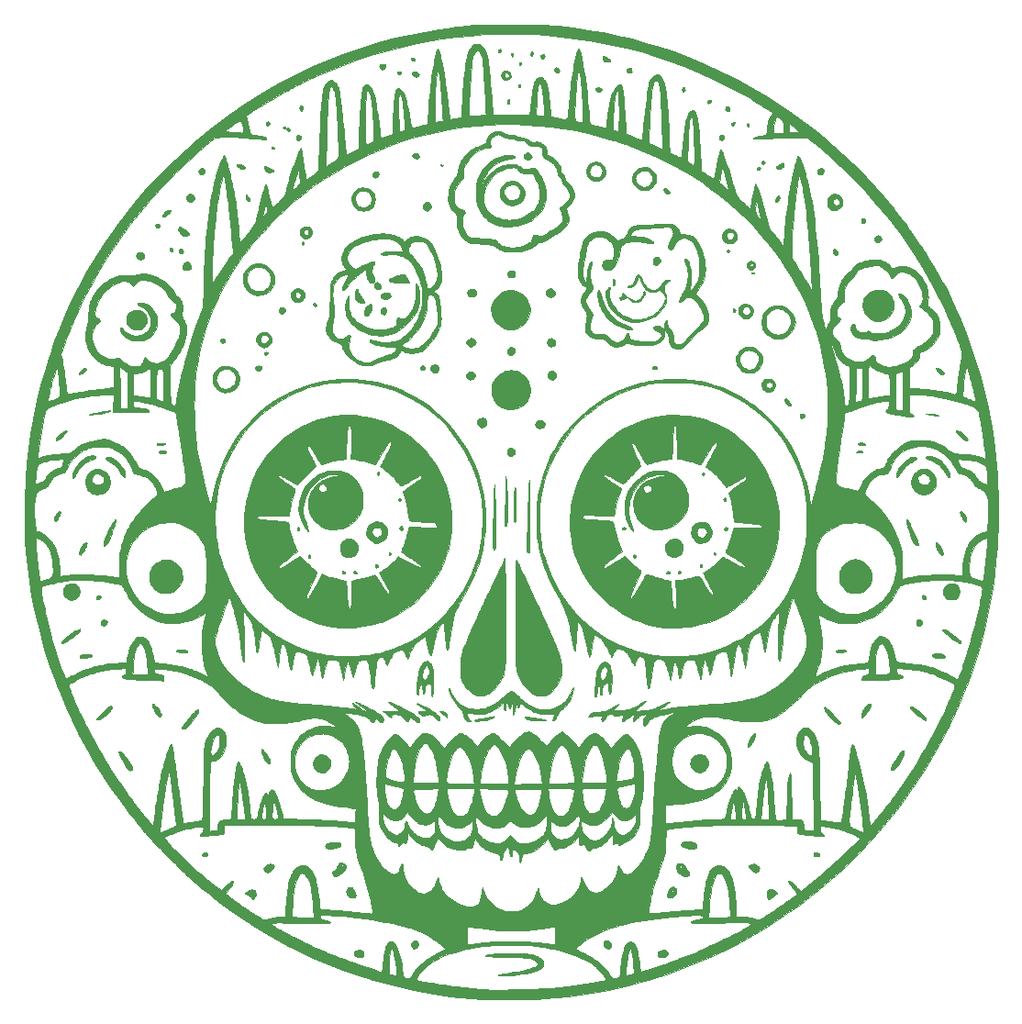
<source format=gbr>
%TF.GenerationSoftware,KiCad,Pcbnew,7.0.1*%
%TF.CreationDate,2023-09-06T22:34:58-07:00*%
%TF.ProjectId,skull_08,736b756c-6c5f-4303-982e-6b696361645f,rev?*%
%TF.SameCoordinates,Original*%
%TF.FileFunction,Copper,L2,Bot*%
%TF.FilePolarity,Positive*%
%FSLAX46Y46*%
G04 Gerber Fmt 4.6, Leading zero omitted, Abs format (unit mm)*
G04 Created by KiCad (PCBNEW 7.0.1) date 2023-09-06 22:34:58*
%MOMM*%
%LPD*%
G01*
G04 APERTURE LIST*
%TA.AperFunction,EtchedComponent*%
%ADD10C,0.010000*%
%TD*%
G04 APERTURE END LIST*
%TO.C,G\u002A\u002A\u002A*%
D10*
X41974440Y-34834749D02*
X43625062Y-34834749D01*
X43628690Y-34851551D01*
X43629311Y-34852200D01*
X43665125Y-34868431D01*
X43737701Y-34885445D01*
X43841498Y-34902482D01*
X43970972Y-34918778D01*
X44120581Y-34933572D01*
X44284782Y-34946102D01*
X44335417Y-34949268D01*
X44478946Y-34958041D01*
X44624074Y-34967359D01*
X44759194Y-34976446D01*
X44872697Y-34984524D01*
X44938667Y-34989619D01*
X45047084Y-34998177D01*
X45120728Y-35002083D01*
X45167010Y-35000221D01*
X45193344Y-34991476D01*
X45207140Y-34974734D01*
X45215812Y-34948879D01*
X45216087Y-34947889D01*
X45226536Y-34881655D01*
X45231755Y-34785533D01*
X45232004Y-34671611D01*
X45227541Y-34551979D01*
X45218626Y-34438723D01*
X45205518Y-34343934D01*
X45202837Y-34330259D01*
X45168888Y-34203325D01*
X45123517Y-34085944D01*
X45071398Y-33987928D01*
X45017206Y-33919092D01*
X45000180Y-33904822D01*
X44958795Y-33879984D01*
X44922082Y-33878054D01*
X44873180Y-33895294D01*
X44813643Y-33925944D01*
X44726932Y-33978356D01*
X44619234Y-34048235D01*
X44496739Y-34131286D01*
X44365635Y-34223213D01*
X44232112Y-34319723D01*
X44102359Y-34416519D01*
X43982564Y-34509307D01*
X43944027Y-34540127D01*
X43824905Y-34637427D01*
X43736562Y-34712452D01*
X43675883Y-34768288D01*
X43639755Y-34808025D01*
X43625062Y-34834749D01*
X41974440Y-34834749D01*
X42026697Y-34791915D01*
X43033837Y-34014881D01*
X44104421Y-33237777D01*
X45203497Y-32487440D01*
X46327101Y-31766214D01*
X47471268Y-31076443D01*
X48632035Y-30420468D01*
X49805438Y-29800633D01*
X50987514Y-29219282D01*
X51719977Y-28880569D01*
X52950369Y-28347747D01*
X54194283Y-27853576D01*
X55452639Y-27397796D01*
X56726358Y-26980150D01*
X58016360Y-26600379D01*
X59323567Y-26258225D01*
X60648898Y-25953431D01*
X61993276Y-25685738D01*
X63357621Y-25454887D01*
X64539000Y-25286749D01*
X64841614Y-25247819D01*
X65123983Y-25212671D01*
X65389779Y-25181117D01*
X65642673Y-25152967D01*
X65886337Y-25128033D01*
X66124443Y-25106124D01*
X66360663Y-25087053D01*
X66598668Y-25070630D01*
X66842132Y-25056666D01*
X67094725Y-25044972D01*
X67360120Y-25035359D01*
X67641988Y-25027637D01*
X67944001Y-25021618D01*
X68269831Y-25017113D01*
X68623151Y-25013932D01*
X69007631Y-25011887D01*
X69426943Y-25010788D01*
X69884761Y-25010446D01*
X69904750Y-25010446D01*
X70345094Y-25010701D01*
X70746557Y-25011550D01*
X71112589Y-25013111D01*
X71446639Y-25015499D01*
X71752157Y-25018832D01*
X72032593Y-25023228D01*
X72291397Y-25028803D01*
X72532018Y-25035674D01*
X72757905Y-25043959D01*
X72972510Y-25053775D01*
X73179280Y-25065238D01*
X73381666Y-25078465D01*
X73583119Y-25093574D01*
X73787086Y-25110683D01*
X73997018Y-25129907D01*
X74216366Y-25151364D01*
X74296834Y-25159508D01*
X75698080Y-25322255D01*
X77080656Y-25522907D01*
X78445154Y-25761674D01*
X79792165Y-26038762D01*
X81122282Y-26354382D01*
X82436097Y-26708742D01*
X83734201Y-27102049D01*
X85017187Y-27534513D01*
X86285647Y-28006342D01*
X87540173Y-28517745D01*
X88781357Y-29068929D01*
X90009790Y-29660104D01*
X91226066Y-30291479D01*
X92430776Y-30963260D01*
X93624512Y-31675658D01*
X94655549Y-32329266D01*
X95616037Y-32975601D01*
X96574554Y-33661511D01*
X97528036Y-34384252D01*
X98473418Y-35141078D01*
X99407634Y-35929246D01*
X100327620Y-36746011D01*
X101230311Y-37588628D01*
X102112643Y-38454355D01*
X102971550Y-39340445D01*
X103803967Y-40244155D01*
X104606830Y-41162740D01*
X104872590Y-41478035D01*
X105163644Y-41831618D01*
X105453711Y-42194343D01*
X105745265Y-42569588D01*
X106040781Y-42960734D01*
X106342733Y-43371160D01*
X106653596Y-43804246D01*
X106975845Y-44263372D01*
X107311954Y-44751917D01*
X107664397Y-45273261D01*
X107801617Y-45478417D01*
X108068732Y-45880889D01*
X108313484Y-46254291D01*
X108538748Y-46603540D01*
X108747399Y-46933552D01*
X108942314Y-47249245D01*
X109126367Y-47555536D01*
X109302435Y-47857341D01*
X109473392Y-48159577D01*
X109642115Y-48467161D01*
X109811478Y-48785010D01*
X109984358Y-49118041D01*
X110163629Y-49471170D01*
X110320718Y-49785834D01*
X110895856Y-50992576D01*
X111435060Y-52220811D01*
X111937854Y-53468901D01*
X112403762Y-54735210D01*
X112832308Y-56018103D01*
X113223016Y-57315944D01*
X113575410Y-58627097D01*
X113889013Y-59949925D01*
X114163350Y-61282792D01*
X114397943Y-62624064D01*
X114592318Y-63972104D01*
X114691655Y-64803584D01*
X114774942Y-65658604D01*
X114840638Y-66548063D01*
X114888681Y-67467863D01*
X114919008Y-68413909D01*
X114931556Y-69382103D01*
X114926261Y-70368349D01*
X114903061Y-71368551D01*
X114861892Y-72378612D01*
X114819656Y-73132667D01*
X114717867Y-74461425D01*
X114579726Y-75769739D01*
X114404756Y-77059637D01*
X114192481Y-78333148D01*
X113942425Y-79592299D01*
X113654113Y-80839118D01*
X113327067Y-82075634D01*
X112960811Y-83303875D01*
X112554870Y-84525869D01*
X112108768Y-85743644D01*
X111622028Y-86959228D01*
X111512622Y-87219084D01*
X110937202Y-88522881D01*
X110329901Y-89799278D01*
X109690818Y-91048107D01*
X109020051Y-92269197D01*
X108317697Y-93462381D01*
X107583855Y-94627489D01*
X106818623Y-95764352D01*
X106022098Y-96872801D01*
X105551295Y-97495500D01*
X104718179Y-98542959D01*
X103849238Y-99568416D01*
X102945316Y-100571022D01*
X102007255Y-101549928D01*
X101035902Y-102504284D01*
X100032098Y-103433241D01*
X98996689Y-104335950D01*
X97930519Y-105211562D01*
X97702419Y-105392214D01*
X96606366Y-106228062D01*
X95487800Y-107028287D01*
X94347424Y-107792524D01*
X93185941Y-108520408D01*
X92004054Y-109211571D01*
X90802465Y-109865648D01*
X89581877Y-110482273D01*
X88342993Y-111061081D01*
X87086515Y-111601705D01*
X85813147Y-112103779D01*
X84523591Y-112566938D01*
X83218550Y-112990816D01*
X82952815Y-113071728D01*
X81879041Y-113380170D01*
X80786420Y-113665009D01*
X79680356Y-113925278D01*
X78566251Y-114160010D01*
X77449512Y-114368240D01*
X76335541Y-114548999D01*
X75229744Y-114701322D01*
X74137524Y-114824241D01*
X73064285Y-114916790D01*
X72402417Y-114958953D01*
X72323800Y-114962132D01*
X72206920Y-114965292D01*
X72055845Y-114968406D01*
X71874647Y-114971448D01*
X71667393Y-114974389D01*
X71438154Y-114977203D01*
X71191000Y-114979861D01*
X70930001Y-114982337D01*
X70659225Y-114984603D01*
X70382743Y-114986631D01*
X70104624Y-114988396D01*
X69828937Y-114989868D01*
X69559754Y-114991021D01*
X69301142Y-114991827D01*
X69057172Y-114992259D01*
X68831914Y-114992289D01*
X68629437Y-114991891D01*
X68453811Y-114991037D01*
X68309105Y-114989699D01*
X68199389Y-114987850D01*
X68179667Y-114987353D01*
X67652565Y-114968781D01*
X67129077Y-114941682D01*
X66599477Y-114905345D01*
X66054040Y-114859058D01*
X65483040Y-114802109D01*
X65152834Y-114765787D01*
X63758349Y-114586971D01*
X62377949Y-114368280D01*
X61011904Y-114109827D01*
X59660486Y-113811722D01*
X58323963Y-113474077D01*
X57158570Y-113141510D01*
X61240630Y-113141510D01*
X61252511Y-113168769D01*
X61282738Y-113193945D01*
X61335410Y-113218384D01*
X61414625Y-113243434D01*
X61524479Y-113270438D01*
X61669072Y-113300745D01*
X61804788Y-113326827D01*
X62072883Y-113374926D01*
X62374099Y-113425232D01*
X62703932Y-113477193D01*
X63057880Y-113530259D01*
X63431439Y-113583881D01*
X63820105Y-113637506D01*
X64219376Y-113690585D01*
X64624749Y-113742568D01*
X65031720Y-113792903D01*
X65435786Y-113841039D01*
X65832443Y-113886428D01*
X66217189Y-113928517D01*
X66585520Y-113966756D01*
X66932934Y-114000595D01*
X67254926Y-114029483D01*
X67546994Y-114052870D01*
X67804634Y-114070205D01*
X67946834Y-114077752D01*
X68016261Y-114079655D01*
X68123489Y-114080861D01*
X68263994Y-114081415D01*
X68433250Y-114081360D01*
X68626732Y-114080738D01*
X68839914Y-114079594D01*
X69068272Y-114077970D01*
X69307279Y-114075910D01*
X69552411Y-114073458D01*
X69799141Y-114070656D01*
X70042946Y-114067547D01*
X70279300Y-114064176D01*
X70503677Y-114060585D01*
X70711552Y-114056819D01*
X70898400Y-114052919D01*
X71059695Y-114048929D01*
X71111250Y-114047461D01*
X71531861Y-114034149D01*
X71938823Y-114019663D01*
X72328832Y-114004171D01*
X72698586Y-113987841D01*
X73044781Y-113970842D01*
X73364112Y-113953341D01*
X73653276Y-113935508D01*
X73908971Y-113917510D01*
X74127891Y-113899517D01*
X74254500Y-113887324D01*
X74430075Y-113867980D01*
X74630123Y-113843967D01*
X74851383Y-113815800D01*
X75090594Y-113783991D01*
X75344496Y-113749054D01*
X75609827Y-113711503D01*
X75883327Y-113671850D01*
X76161735Y-113630610D01*
X76441789Y-113588295D01*
X76720229Y-113545419D01*
X76993795Y-113502496D01*
X77259224Y-113460039D01*
X77513257Y-113418561D01*
X77752632Y-113378576D01*
X77974089Y-113340597D01*
X78174366Y-113305138D01*
X78350203Y-113272712D01*
X78498338Y-113243832D01*
X78615512Y-113219012D01*
X78698463Y-113198765D01*
X78743930Y-113183604D01*
X78750550Y-113179436D01*
X78755996Y-113145534D01*
X78734621Y-113085509D01*
X78689454Y-113003257D01*
X78623526Y-112902673D01*
X78539867Y-112787650D01*
X78441506Y-112662084D01*
X78331473Y-112529870D01*
X78212799Y-112394903D01*
X78088513Y-112261076D01*
X77961645Y-112132286D01*
X77861389Y-112036480D01*
X77606703Y-111822492D01*
X77312327Y-111615220D01*
X76980502Y-111415532D01*
X76613466Y-111224296D01*
X76213457Y-111042378D01*
X75782714Y-110870647D01*
X75323477Y-110709971D01*
X74837982Y-110561216D01*
X74328471Y-110425251D01*
X73869936Y-110319692D01*
X75946067Y-110319692D01*
X75952692Y-110326818D01*
X75977579Y-110340496D01*
X76035497Y-110370844D01*
X76121701Y-110415423D01*
X76231448Y-110471793D01*
X76359993Y-110537513D01*
X76502592Y-110610144D01*
X76582834Y-110650904D01*
X76891898Y-110811101D01*
X77166290Y-110960962D01*
X77411327Y-111104037D01*
X77632329Y-111243876D01*
X77834614Y-111384030D01*
X78023500Y-111528049D01*
X78204305Y-111679483D01*
X78382348Y-111841883D01*
X78418174Y-111876068D01*
X78593100Y-112050035D01*
X78740024Y-112210141D01*
X78866479Y-112365529D01*
X78979996Y-112525346D01*
X79068003Y-112664936D01*
X79149642Y-112796075D01*
X79217621Y-112893267D01*
X79276205Y-112960914D01*
X79329659Y-113003418D01*
X79382248Y-113025184D01*
X79422120Y-113030492D01*
X79458136Y-113027427D01*
X79523519Y-113018097D01*
X79606080Y-113004297D01*
X79633787Y-112999294D01*
X79720719Y-112983255D01*
X79793041Y-112967435D01*
X79852453Y-112947984D01*
X79900654Y-112921055D01*
X79939343Y-112882798D01*
X79970221Y-112829364D01*
X79994985Y-112756904D01*
X80015336Y-112661570D01*
X80032972Y-112539511D01*
X80037949Y-112493806D01*
X80569405Y-112493806D01*
X80571823Y-112610544D01*
X80581648Y-112695405D01*
X80595832Y-112737953D01*
X80600606Y-112743216D01*
X80611192Y-112745867D01*
X80633120Y-112745155D01*
X80671921Y-112740329D01*
X80733125Y-112730639D01*
X80822264Y-112715333D01*
X80944866Y-112693662D01*
X81017736Y-112680687D01*
X81335722Y-112624022D01*
X81309425Y-112272303D01*
X81278580Y-111890379D01*
X81246089Y-111547361D01*
X81212022Y-111243699D01*
X81176451Y-110979844D01*
X81139448Y-110756246D01*
X81101083Y-110573356D01*
X81061428Y-110431624D01*
X81020554Y-110331502D01*
X80996492Y-110292901D01*
X80967871Y-110266172D01*
X80940160Y-110274180D01*
X80933312Y-110279562D01*
X80903271Y-110323737D01*
X80871140Y-110405212D01*
X80837596Y-110519049D01*
X80803318Y-110660303D01*
X80768984Y-110824036D01*
X80735274Y-111005305D01*
X80702864Y-111199168D01*
X80672434Y-111400686D01*
X80644661Y-111604916D01*
X80620225Y-111806917D01*
X80599802Y-112001747D01*
X80584073Y-112184467D01*
X80573714Y-112350134D01*
X80569405Y-112493806D01*
X80037949Y-112493806D01*
X80049594Y-112386880D01*
X80066900Y-112199828D01*
X80086589Y-111974505D01*
X80086677Y-111973500D01*
X80122199Y-111632241D01*
X80167183Y-111309501D01*
X80220838Y-111007641D01*
X80282372Y-110729020D01*
X80350992Y-110475996D01*
X80425906Y-110250929D01*
X80506322Y-110056177D01*
X80591449Y-109894101D01*
X80680493Y-109767059D01*
X80772664Y-109677410D01*
X80867169Y-109627513D01*
X80875107Y-109625228D01*
X80944136Y-109614224D01*
X81016316Y-109622196D01*
X81065501Y-109635159D01*
X81186693Y-109693030D01*
X81297724Y-109791673D01*
X81398610Y-109931132D01*
X81489368Y-110111453D01*
X81570014Y-110332680D01*
X81640565Y-110594858D01*
X81701037Y-110898031D01*
X81751447Y-111242246D01*
X81789656Y-111603084D01*
X81815461Y-111861619D01*
X81843485Y-112083905D01*
X81873361Y-112267079D01*
X81876938Y-112285709D01*
X81891588Y-112350402D01*
X81907691Y-112383551D01*
X81932712Y-112395512D01*
X81956997Y-112396834D01*
X82012404Y-112389593D01*
X82104479Y-112368546D01*
X82230237Y-112334705D01*
X82386690Y-112289083D01*
X82570852Y-112232692D01*
X82779736Y-112166544D01*
X83010357Y-112091651D01*
X83259726Y-112009026D01*
X83524859Y-111919682D01*
X83802768Y-111824630D01*
X84090467Y-111724883D01*
X84384969Y-111621453D01*
X84683288Y-111515353D01*
X84982437Y-111407595D01*
X85279430Y-111299191D01*
X85571280Y-111191154D01*
X85855000Y-111084496D01*
X86065500Y-111004156D01*
X86324368Y-110903759D01*
X86569551Y-110806656D01*
X86806852Y-110710333D01*
X87042074Y-110612278D01*
X87281021Y-110509980D01*
X87529496Y-110400924D01*
X87793301Y-110282600D01*
X88078241Y-110152495D01*
X88390117Y-110008096D01*
X88690167Y-109867811D01*
X88829544Y-109801488D01*
X88998702Y-109719474D01*
X89192072Y-109624580D01*
X89404083Y-109519618D01*
X89629166Y-109407399D01*
X89861750Y-109290734D01*
X90096265Y-109172434D01*
X90327141Y-109055310D01*
X90548808Y-108942174D01*
X90755697Y-108835836D01*
X90942237Y-108739109D01*
X91102858Y-108654802D01*
X91231991Y-108585728D01*
X91251334Y-108575199D01*
X91472036Y-108452636D01*
X91656318Y-108345787D01*
X91806452Y-108253188D01*
X91924712Y-108173376D01*
X92013369Y-108104888D01*
X92074696Y-108046261D01*
X92076986Y-108043676D01*
X92116597Y-107996052D01*
X92130331Y-107968159D01*
X92121535Y-107949099D01*
X92109131Y-107939033D01*
X92069954Y-107922790D01*
X92003622Y-107906655D01*
X91931918Y-107895150D01*
X91865861Y-107890099D01*
X91760430Y-107886075D01*
X91618571Y-107883067D01*
X91443232Y-107881062D01*
X91237360Y-107880048D01*
X91003899Y-107880012D01*
X90745798Y-107880942D01*
X90466003Y-107882826D01*
X90167461Y-107885652D01*
X89853118Y-107889406D01*
X89525921Y-107894077D01*
X89188816Y-107899652D01*
X88844751Y-107906119D01*
X88721917Y-107908618D01*
X88352021Y-107915782D01*
X88022546Y-107921010D01*
X87731623Y-107924237D01*
X87477380Y-107925401D01*
X87257947Y-107924436D01*
X87071453Y-107921278D01*
X86916030Y-107915865D01*
X86789804Y-107908131D01*
X86690908Y-107898013D01*
X86617469Y-107885447D01*
X86567617Y-107870368D01*
X86539483Y-107852713D01*
X86531167Y-107833627D01*
X86552248Y-107798277D01*
X86615298Y-107760513D01*
X86720027Y-107720429D01*
X86866146Y-107678118D01*
X87053363Y-107633674D01*
X87281390Y-107587190D01*
X87314334Y-107580942D01*
X87458966Y-107547847D01*
X87564234Y-107509309D01*
X87630238Y-107465000D01*
X88179603Y-107465000D01*
X88450760Y-107464639D01*
X88557107Y-107463535D01*
X88694191Y-107460670D01*
X88850468Y-107456368D01*
X89014394Y-107450950D01*
X89174425Y-107444738D01*
X89195097Y-107443856D01*
X89330210Y-107436582D01*
X89474750Y-107426309D01*
X89622248Y-107413758D01*
X89766235Y-107399649D01*
X89900241Y-107384705D01*
X90017797Y-107369645D01*
X90112434Y-107355190D01*
X90177682Y-107342062D01*
X90206948Y-107331108D01*
X90207516Y-107308775D01*
X90205182Y-107249730D01*
X90200328Y-107159466D01*
X90193336Y-107043479D01*
X90184588Y-106907260D01*
X90174465Y-106756305D01*
X90163349Y-106596106D01*
X90151623Y-106432158D01*
X90139667Y-106269954D01*
X90127864Y-106114989D01*
X90116596Y-105972756D01*
X90106244Y-105848748D01*
X90097190Y-105748460D01*
X90096367Y-105739917D01*
X90051718Y-105330838D01*
X90000892Y-104962707D01*
X89943563Y-104634544D01*
X89879404Y-104345371D01*
X89808087Y-104094209D01*
X89729286Y-103880077D01*
X89642674Y-103701997D01*
X89547924Y-103558989D01*
X89444710Y-103450074D01*
X89332703Y-103374273D01*
X89301763Y-103359722D01*
X89204597Y-103328286D01*
X89121185Y-103328158D01*
X89040240Y-103361480D01*
X88956270Y-103425251D01*
X88897823Y-103484936D01*
X88843400Y-103560230D01*
X88786376Y-103660979D01*
X88753657Y-103726367D01*
X88668220Y-103927015D01*
X88589792Y-104162920D01*
X88518221Y-104434959D01*
X88453354Y-104744004D01*
X88395038Y-105090931D01*
X88343118Y-105476613D01*
X88297443Y-105901926D01*
X88257858Y-106367742D01*
X88236015Y-106681834D01*
X88226223Y-106832373D01*
X88216535Y-106977563D01*
X88207521Y-107109122D01*
X88199754Y-107218766D01*
X88193804Y-107298212D01*
X88191852Y-107322125D01*
X88179603Y-107465000D01*
X87630238Y-107465000D01*
X87632982Y-107463158D01*
X87668051Y-107407225D01*
X87672284Y-107339341D01*
X87666893Y-107311902D01*
X87654215Y-107278793D01*
X87631625Y-107252864D01*
X87594452Y-107233300D01*
X87538025Y-107219285D01*
X87457676Y-107210007D01*
X87348732Y-107204648D01*
X87206524Y-107202395D01*
X87039167Y-107202377D01*
X86910674Y-107203621D01*
X86781883Y-107206482D01*
X86648692Y-107211260D01*
X86507000Y-107218255D01*
X86352706Y-107227765D01*
X86181707Y-107240089D01*
X85989901Y-107255528D01*
X85773187Y-107274379D01*
X85527463Y-107296943D01*
X85248627Y-107323518D01*
X84932578Y-107354404D01*
X84869584Y-107360626D01*
X84142740Y-107436528D01*
X83456169Y-107516723D01*
X82807977Y-107601786D01*
X82196266Y-107692287D01*
X81619141Y-107788799D01*
X81074707Y-107891896D01*
X80561067Y-108002148D01*
X80076326Y-108120130D01*
X79618587Y-108246412D01*
X79185955Y-108381568D01*
X78776534Y-108526170D01*
X78388429Y-108680791D01*
X78019743Y-108846003D01*
X77668580Y-109022378D01*
X77333045Y-109210490D01*
X77011242Y-109410909D01*
X76701275Y-109624210D01*
X76401248Y-109850963D01*
X76268817Y-109957673D01*
X76147007Y-110062050D01*
X76051876Y-110152719D01*
X75985375Y-110227401D01*
X75949455Y-110283818D01*
X75946067Y-110319692D01*
X73869936Y-110319692D01*
X73797180Y-110302943D01*
X73246349Y-110195159D01*
X73001724Y-110153112D01*
X72697868Y-110105044D01*
X72411276Y-110064263D01*
X72135068Y-110030271D01*
X71862367Y-110002573D01*
X71586291Y-109980670D01*
X71299963Y-109964065D01*
X70996503Y-109952263D01*
X70669032Y-109944765D01*
X70310670Y-109941074D01*
X70058711Y-109940481D01*
X69445458Y-109945903D01*
X68869018Y-109962149D01*
X68325173Y-109989615D01*
X67809709Y-110028694D01*
X67318410Y-110079778D01*
X66847059Y-110143262D01*
X66391441Y-110219539D01*
X65947341Y-110309003D01*
X65830167Y-110335173D01*
X65281246Y-110469253D01*
X64771542Y-110612587D01*
X64298762Y-110766120D01*
X63860613Y-110930799D01*
X63454802Y-111107569D01*
X63079036Y-111297378D01*
X62731022Y-111501170D01*
X62408466Y-111719892D01*
X62327084Y-111780386D01*
X62221050Y-111867180D01*
X62097550Y-111978684D01*
X61965162Y-112106237D01*
X61832467Y-112241176D01*
X61708044Y-112374842D01*
X61600475Y-112498572D01*
X61538196Y-112576750D01*
X61451478Y-112698318D01*
X61375140Y-112818397D01*
X61312664Y-112930373D01*
X61267536Y-113027633D01*
X61243240Y-113103564D01*
X61240630Y-113141510D01*
X57158570Y-113141510D01*
X57002607Y-113097003D01*
X55696688Y-112680612D01*
X54406476Y-112225015D01*
X53132241Y-111730322D01*
X51874255Y-111196647D01*
X50632787Y-110624099D01*
X49408108Y-110012790D01*
X48200488Y-109362832D01*
X47010197Y-108674336D01*
X45939016Y-108010336D01*
X47841053Y-108010336D01*
X47867504Y-108052758D01*
X47921524Y-108104267D01*
X47992314Y-108157460D01*
X48098527Y-108226874D01*
X48237153Y-108310987D01*
X48405181Y-108408273D01*
X48599601Y-108517208D01*
X48817402Y-108636268D01*
X49055574Y-108763928D01*
X49311105Y-108898664D01*
X49580986Y-109038953D01*
X49862205Y-109183268D01*
X50151752Y-109330088D01*
X50446616Y-109477886D01*
X50743788Y-109625139D01*
X51040255Y-109770322D01*
X51333008Y-109911911D01*
X51619036Y-110048382D01*
X51895328Y-110178211D01*
X52158873Y-110299873D01*
X52406662Y-110411843D01*
X52635684Y-110512599D01*
X52842927Y-110600614D01*
X52892049Y-110620886D01*
X53121674Y-110713693D01*
X53374663Y-110813556D01*
X53647600Y-110919264D01*
X53937067Y-111029604D01*
X54239649Y-111143365D01*
X54551929Y-111259334D01*
X54870490Y-111376300D01*
X55191917Y-111493049D01*
X55512793Y-111608371D01*
X55829702Y-111721053D01*
X56139227Y-111829882D01*
X56437952Y-111933648D01*
X56722460Y-112031137D01*
X56989336Y-112121137D01*
X57235162Y-112202438D01*
X57456523Y-112273825D01*
X57650001Y-112334088D01*
X57812182Y-112382014D01*
X57939647Y-112416391D01*
X57980029Y-112426050D01*
X57998148Y-112430467D01*
X58012827Y-112431763D01*
X58025012Y-112425724D01*
X58035649Y-112408140D01*
X58045684Y-112374798D01*
X58056062Y-112321485D01*
X58064770Y-112263642D01*
X58698060Y-112263642D01*
X58699251Y-112381332D01*
X58703847Y-112470501D01*
X58712459Y-112535746D01*
X58725700Y-112581661D01*
X58744181Y-112612840D01*
X58768512Y-112633879D01*
X58799306Y-112649372D01*
X58799964Y-112649645D01*
X58863346Y-112669434D01*
X58954664Y-112690126D01*
X59059658Y-112709202D01*
X59164070Y-112724146D01*
X59253641Y-112732440D01*
X59273304Y-112733210D01*
X59338707Y-112731022D01*
X59378043Y-112716610D01*
X59407123Y-112683947D01*
X59408659Y-112681624D01*
X59427038Y-112643839D01*
X59435448Y-112595146D01*
X59435124Y-112523676D01*
X59431230Y-112464665D01*
X59416463Y-112313435D01*
X59393788Y-112129997D01*
X59364708Y-111923418D01*
X59330725Y-111702764D01*
X59293342Y-111477102D01*
X59254061Y-111255498D01*
X59214384Y-111047020D01*
X59175814Y-110860733D01*
X59139853Y-110705704D01*
X59139536Y-110704441D01*
X59104564Y-110577471D01*
X59067063Y-110462598D01*
X59029569Y-110365866D01*
X58994621Y-110293317D01*
X58964753Y-110250995D01*
X58945883Y-110243067D01*
X58923999Y-110264771D01*
X58892677Y-110311973D01*
X58873998Y-110345454D01*
X58838836Y-110436671D01*
X58807170Y-110568571D01*
X58779164Y-110739636D01*
X58754981Y-110948349D01*
X58734786Y-111193192D01*
X58718742Y-111472645D01*
X58707013Y-111785191D01*
X58703450Y-111924325D01*
X58699664Y-112112839D01*
X58698060Y-112263642D01*
X58064770Y-112263642D01*
X58067730Y-112243989D01*
X58081634Y-112138098D01*
X58098719Y-111999599D01*
X58119931Y-111824281D01*
X58125496Y-111778280D01*
X58145987Y-111612133D01*
X58167699Y-111441452D01*
X58189269Y-111276582D01*
X58209333Y-111127870D01*
X58226529Y-111005660D01*
X58233659Y-110957500D01*
X58285787Y-110654196D01*
X58343971Y-110392037D01*
X58408531Y-110170226D01*
X58479787Y-109987967D01*
X58558060Y-109844462D01*
X58643671Y-109738912D01*
X58736939Y-109670522D01*
X58754339Y-109662197D01*
X58871005Y-109631420D01*
X58986092Y-109642617D01*
X59099080Y-109695443D01*
X59209448Y-109789552D01*
X59316676Y-109924599D01*
X59420244Y-110100236D01*
X59423666Y-110106862D01*
X59519020Y-110312300D01*
X59604555Y-110539938D01*
X59681061Y-110793051D01*
X59749326Y-111074914D01*
X59810137Y-111388802D01*
X59864284Y-111737988D01*
X59912554Y-112125750D01*
X59915089Y-112148583D01*
X59937793Y-112347741D01*
X59958276Y-112509205D01*
X59977784Y-112637472D01*
X59997564Y-112737039D01*
X60018862Y-112812404D01*
X60042926Y-112868063D01*
X60071002Y-112908514D01*
X60104337Y-112938253D01*
X60139929Y-112959610D01*
X60233359Y-112995539D01*
X60341252Y-113018155D01*
X60449690Y-113026227D01*
X60544750Y-113018525D01*
X60601365Y-113000412D01*
X60662778Y-112955537D01*
X60732393Y-112879170D01*
X60812206Y-112768754D01*
X60904211Y-112621734D01*
X60926401Y-112584028D01*
X61089801Y-112331581D01*
X61280293Y-112090006D01*
X61501612Y-111855344D01*
X61757495Y-111623632D01*
X62051679Y-111390908D01*
X62051917Y-111390731D01*
X62230492Y-111262285D01*
X62413220Y-111140907D01*
X62608693Y-111021373D01*
X62825504Y-110898456D01*
X63072247Y-110766933D01*
X63110250Y-110747235D01*
X63313972Y-110641002D01*
X63481507Y-110551471D01*
X63615020Y-110477425D01*
X63716676Y-110417644D01*
X63788641Y-110370909D01*
X63818626Y-110348496D01*
X63868803Y-110307865D01*
X63813737Y-110235808D01*
X63746581Y-110159775D01*
X63648733Y-110065359D01*
X63525439Y-109956549D01*
X63381944Y-109837336D01*
X63223494Y-109711711D01*
X63055334Y-109583665D01*
X62882709Y-109457189D01*
X62710865Y-109336273D01*
X62545046Y-109224909D01*
X62390499Y-109127088D01*
X62299569Y-109074196D01*
X62252469Y-109046799D01*
X62247120Y-109043875D01*
X61902177Y-108870026D01*
X61516810Y-108702175D01*
X61092551Y-108540666D01*
X60630931Y-108385844D01*
X60133480Y-108238052D01*
X60095637Y-108228059D01*
X65936000Y-108228059D01*
X65936000Y-109074196D01*
X65936170Y-109288450D01*
X65936771Y-109464049D01*
X65937936Y-109604672D01*
X65939802Y-109713998D01*
X65942504Y-109795704D01*
X65946175Y-109853469D01*
X65950952Y-109890970D01*
X65956969Y-109911886D01*
X65964362Y-109919896D01*
X65967058Y-109920334D01*
X65997926Y-109917066D01*
X66062516Y-109908059D01*
X66152787Y-109894504D01*
X66260698Y-109877593D01*
X66321600Y-109867789D01*
X66460437Y-109846833D01*
X66633048Y-109823311D01*
X66831019Y-109798178D01*
X67045938Y-109772394D01*
X67269393Y-109746914D01*
X67492969Y-109722695D01*
X67708254Y-109700695D01*
X67906836Y-109681870D01*
X68080301Y-109667179D01*
X68095000Y-109666046D01*
X68184616Y-109660595D01*
X68310002Y-109654988D01*
X68464597Y-109649418D01*
X68641840Y-109644078D01*
X68835168Y-109639161D01*
X69038021Y-109634859D01*
X69243837Y-109631366D01*
X69301500Y-109630554D01*
X70348264Y-109632840D01*
X71372192Y-109668027D01*
X72372033Y-109736045D01*
X73346537Y-109836825D01*
X73598334Y-109868746D01*
X73724457Y-109885108D01*
X73837766Y-109899332D01*
X73930913Y-109910532D01*
X73996554Y-109917827D01*
X74026959Y-109920333D01*
X74036282Y-109918123D01*
X74043901Y-109908919D01*
X74049986Y-109888865D01*
X74054708Y-109854101D01*
X74058239Y-109800768D01*
X74060749Y-109725010D01*
X74062408Y-109622967D01*
X74063389Y-109490781D01*
X74063862Y-109324594D01*
X74063998Y-109120547D01*
X74064000Y-109084250D01*
X74063711Y-108863873D01*
X74062780Y-108682750D01*
X74061111Y-108537808D01*
X74058610Y-108425971D01*
X74055180Y-108344165D01*
X74050726Y-108289315D01*
X74045153Y-108258347D01*
X74038364Y-108248184D01*
X74038033Y-108248167D01*
X74011389Y-108251044D01*
X73948070Y-108259201D01*
X73853309Y-108271923D01*
X73732338Y-108288496D01*
X73590389Y-108308206D01*
X73432696Y-108330339D01*
X73344825Y-108342765D01*
X72674058Y-108432935D01*
X72035770Y-108508529D01*
X71423004Y-108570360D01*
X71312334Y-108580316D01*
X71150839Y-108591925D01*
X70957188Y-108601482D01*
X70737975Y-108608985D01*
X70499796Y-108614436D01*
X70249247Y-108617832D01*
X69992922Y-108619174D01*
X69737418Y-108618461D01*
X69489329Y-108615692D01*
X69255252Y-108610867D01*
X69041781Y-108603986D01*
X68855513Y-108595047D01*
X68703041Y-108584051D01*
X68666500Y-108580520D01*
X68594679Y-108572533D01*
X68488485Y-108559992D01*
X68352662Y-108543504D01*
X68191956Y-108523677D01*
X68011111Y-108501119D01*
X67814871Y-108476438D01*
X67607983Y-108450242D01*
X67395189Y-108423139D01*
X67181235Y-108395736D01*
X66970866Y-108368642D01*
X66768826Y-108342463D01*
X66579859Y-108317809D01*
X66408711Y-108295287D01*
X66260127Y-108275505D01*
X66138850Y-108259070D01*
X66049626Y-108246590D01*
X65997200Y-108238675D01*
X65994209Y-108238165D01*
X65936000Y-108228059D01*
X60095637Y-108228059D01*
X59601730Y-108097634D01*
X59037210Y-107964936D01*
X58441453Y-107840300D01*
X57815989Y-107724072D01*
X57162348Y-107616596D01*
X56482063Y-107518215D01*
X55776663Y-107429273D01*
X55047679Y-107350116D01*
X54474250Y-107296311D01*
X54092422Y-107263959D01*
X53751699Y-107237426D01*
X53451262Y-107216680D01*
X53190289Y-107201686D01*
X52967960Y-107192410D01*
X52783454Y-107188818D01*
X52635950Y-107190875D01*
X52524628Y-107198548D01*
X52448668Y-107211803D01*
X52447791Y-107212044D01*
X52374586Y-107248413D01*
X52333931Y-107302598D01*
X52324394Y-107367171D01*
X52344545Y-107434701D01*
X52392953Y-107497758D01*
X52468187Y-107548910D01*
X52516334Y-107567992D01*
X52567235Y-107582106D01*
X52647584Y-107602143D01*
X52745427Y-107625197D01*
X52827964Y-107643792D01*
X52935855Y-107669578D01*
X53040128Y-107697972D01*
X53126899Y-107725015D01*
X53171229Y-107741638D01*
X53241964Y-107780799D01*
X53285252Y-107822853D01*
X53296850Y-107861831D01*
X53276333Y-107889570D01*
X53249935Y-107899931D01*
X53205343Y-107908600D01*
X53139965Y-107915635D01*
X53051210Y-107921094D01*
X52936485Y-107925034D01*
X52793199Y-107927514D01*
X52618758Y-107928592D01*
X52410572Y-107928325D01*
X52166048Y-107926773D01*
X51882593Y-107923992D01*
X51787390Y-107922901D01*
X51335402Y-107917582D01*
X50923745Y-107912765D01*
X50550420Y-107908442D01*
X50213429Y-107904605D01*
X49910772Y-107901247D01*
X49640450Y-107898359D01*
X49400465Y-107895934D01*
X49188817Y-107893964D01*
X49003508Y-107892442D01*
X48842537Y-107891359D01*
X48703908Y-107890707D01*
X48585619Y-107890480D01*
X48485674Y-107890668D01*
X48402071Y-107891265D01*
X48332813Y-107892263D01*
X48275901Y-107893653D01*
X48229335Y-107895429D01*
X48191117Y-107897581D01*
X48159247Y-107900103D01*
X48131727Y-107902987D01*
X48106557Y-107906224D01*
X48090603Y-107908501D01*
X47970390Y-107929018D01*
X47890235Y-107951084D01*
X47847877Y-107977317D01*
X47841053Y-108010336D01*
X45939016Y-108010336D01*
X45837506Y-107947413D01*
X44682686Y-107182175D01*
X43546006Y-106378732D01*
X42427737Y-105537197D01*
X42081167Y-105265687D01*
X41826357Y-105062959D01*
X41586214Y-104869166D01*
X41357412Y-104681287D01*
X41136629Y-104496300D01*
X40920541Y-104311184D01*
X40705822Y-104122917D01*
X40489151Y-103928477D01*
X40267202Y-103724843D01*
X40036651Y-103508993D01*
X39794176Y-103277905D01*
X39536451Y-103028558D01*
X39260154Y-102757930D01*
X38961959Y-102463000D01*
X38638544Y-102140745D01*
X38587639Y-102089852D01*
X38230714Y-101731902D01*
X37901853Y-101399871D01*
X37598294Y-101090661D01*
X37317275Y-100801176D01*
X37056032Y-100528320D01*
X36811804Y-100268997D01*
X36610078Y-100050683D01*
X37972625Y-100050683D01*
X37990329Y-100100237D01*
X38032818Y-100170074D01*
X38101071Y-100261375D01*
X38196065Y-100375324D01*
X38318779Y-100513103D01*
X38470191Y-100675897D01*
X38651281Y-100864888D01*
X38820520Y-101038119D01*
X39224724Y-101442602D01*
X39647894Y-101854052D01*
X40084719Y-102267712D01*
X40529885Y-102678823D01*
X40978081Y-103082627D01*
X41423993Y-103474366D01*
X41862311Y-103849283D01*
X42287720Y-104202620D01*
X42694910Y-104529618D01*
X42880772Y-104674623D01*
X43182961Y-104907964D01*
X43239103Y-104871178D01*
X43271219Y-104845447D01*
X43327941Y-104795211D01*
X43403668Y-104725626D01*
X43492799Y-104641850D01*
X43589737Y-104549038D01*
X43605722Y-104533573D01*
X43761939Y-104384492D01*
X43892744Y-104264863D01*
X44000835Y-104172489D01*
X44088913Y-104105171D01*
X44159678Y-104060710D01*
X44215621Y-104036969D01*
X44274884Y-104029021D01*
X44307374Y-104048860D01*
X44314473Y-104099110D01*
X44297559Y-104182396D01*
X44295625Y-104189140D01*
X44258903Y-104289776D01*
X44203049Y-104401935D01*
X44125778Y-104529104D01*
X44024804Y-104674765D01*
X43897843Y-104842405D01*
X43742608Y-105035509D01*
X43732491Y-105047802D01*
X43677258Y-105116770D01*
X43634112Y-105174303D01*
X43609058Y-105212201D01*
X43605167Y-105221654D01*
X43622369Y-105244378D01*
X43672050Y-105288383D01*
X43751322Y-105351684D01*
X43857297Y-105432298D01*
X43987086Y-105528238D01*
X44137801Y-105637522D01*
X44306555Y-105758164D01*
X44490459Y-105888179D01*
X44686625Y-106025584D01*
X44892166Y-106168394D01*
X45104192Y-106314623D01*
X45319815Y-106462289D01*
X45536149Y-106609405D01*
X45750304Y-106753988D01*
X45959392Y-106894053D01*
X46160525Y-107027616D01*
X46350816Y-107152692D01*
X46527376Y-107267296D01*
X46687316Y-107369444D01*
X46827749Y-107457151D01*
X46945787Y-107528433D01*
X47038542Y-107581306D01*
X47041667Y-107583000D01*
X47089916Y-107608659D01*
X47130413Y-107626309D01*
X47170122Y-107635291D01*
X47216009Y-107634942D01*
X47275039Y-107624601D01*
X47354176Y-107603608D01*
X47460385Y-107571301D01*
X47587437Y-107531196D01*
X47755631Y-107480886D01*
X47910239Y-107441875D01*
X48061611Y-107412601D01*
X48220094Y-107391504D01*
X48396036Y-107377024D01*
X48599786Y-107367599D01*
X48690029Y-107364931D01*
X49128807Y-107353525D01*
X49138877Y-107287554D01*
X49142346Y-107252208D01*
X49759079Y-107252208D01*
X49760557Y-107313746D01*
X49764695Y-107338014D01*
X49764767Y-107338062D01*
X49796566Y-107345953D01*
X49866024Y-107355265D01*
X49968507Y-107365639D01*
X50099379Y-107376713D01*
X50254004Y-107388129D01*
X50427747Y-107399525D01*
X50615971Y-107410541D01*
X50814042Y-107420818D01*
X50854750Y-107422768D01*
X51076285Y-107432982D01*
X51259082Y-107440773D01*
X51406667Y-107446160D01*
X51522564Y-107449158D01*
X51610298Y-107449786D01*
X51673396Y-107448060D01*
X51715381Y-107443997D01*
X51739779Y-107437614D01*
X51750115Y-107428929D01*
X51750757Y-107427110D01*
X51751411Y-107399646D01*
X51749802Y-107335518D01*
X51746169Y-107240321D01*
X51740749Y-107119652D01*
X51733782Y-106979106D01*
X51725505Y-106824278D01*
X51723714Y-106792110D01*
X51708942Y-106534205D01*
X51695443Y-106312360D01*
X51682712Y-106120342D01*
X51670242Y-105951915D01*
X51657529Y-105800843D01*
X51644067Y-105660893D01*
X51629349Y-105525829D01*
X51612871Y-105389417D01*
X51604907Y-105327167D01*
X51549442Y-104956502D01*
X51484235Y-104625737D01*
X51408785Y-104333459D01*
X51322591Y-104078258D01*
X51225152Y-103858719D01*
X51115965Y-103673431D01*
X50994530Y-103520981D01*
X50946719Y-103472920D01*
X50850059Y-103388533D01*
X50769735Y-103337073D01*
X50697871Y-103316744D01*
X50626588Y-103325749D01*
X50548008Y-103362291D01*
X50524543Y-103376631D01*
X50411889Y-103469222D01*
X50308995Y-103598277D01*
X50215638Y-103764470D01*
X50131595Y-103968477D01*
X50056645Y-104210971D01*
X49990565Y-104492628D01*
X49933132Y-104814123D01*
X49884125Y-105176129D01*
X49860889Y-105390667D01*
X49849298Y-105517169D01*
X49837465Y-105665213D01*
X49825633Y-105829896D01*
X49814043Y-106006319D01*
X49802938Y-106189579D01*
X49792559Y-106374778D01*
X49783147Y-106557012D01*
X49774946Y-106731383D01*
X49768197Y-106892989D01*
X49763141Y-107036929D01*
X49760022Y-107158302D01*
X49759079Y-107252208D01*
X49142346Y-107252208D01*
X49142567Y-107249967D01*
X49148062Y-107176068D01*
X49154982Y-107071825D01*
X49162949Y-106943203D01*
X49171586Y-106796168D01*
X49180513Y-106636687D01*
X49182659Y-106597167D01*
X49211653Y-106122279D01*
X49245387Y-105687366D01*
X49284259Y-105290293D01*
X49328671Y-104928924D01*
X49379021Y-104601123D01*
X49435709Y-104304756D01*
X49499134Y-104037686D01*
X49569696Y-103797779D01*
X49647794Y-103582899D01*
X49733829Y-103390911D01*
X49808365Y-103252834D01*
X49942291Y-103054775D01*
X50090091Y-102891295D01*
X50248905Y-102763153D01*
X50415873Y-102671108D01*
X50588133Y-102615921D01*
X50762825Y-102598349D01*
X50937088Y-102619153D01*
X51108061Y-102679091D01*
X51272883Y-102778924D01*
X51351289Y-102843314D01*
X51449496Y-102941433D01*
X51540687Y-103053955D01*
X51625423Y-103182985D01*
X51704267Y-103330630D01*
X51777780Y-103498997D01*
X51846525Y-103690190D01*
X51911065Y-103906317D01*
X51971961Y-104149483D01*
X52029776Y-104421794D01*
X52085072Y-104725357D01*
X52138411Y-105062278D01*
X52190355Y-105434663D01*
X52241467Y-105844618D01*
X52292309Y-106294249D01*
X52305580Y-106418170D01*
X52330353Y-106651924D01*
X53074218Y-106700141D01*
X53444567Y-106725305D01*
X53833978Y-106753912D01*
X54235565Y-106785349D01*
X54642441Y-106819002D01*
X55047720Y-106854260D01*
X55444517Y-106890510D01*
X55825944Y-106927139D01*
X56185115Y-106963535D01*
X56515143Y-106999085D01*
X56783939Y-107030136D01*
X56918297Y-107044126D01*
X57017536Y-107049218D01*
X57084996Y-107045741D01*
X82636500Y-107045741D01*
X82864042Y-107031807D01*
X83086875Y-107016971D01*
X83343139Y-106997830D01*
X83624231Y-106975095D01*
X83921547Y-106949475D01*
X84226483Y-106921681D01*
X84414500Y-106903775D01*
X84735916Y-106873390D01*
X85074614Y-106842745D01*
X85422271Y-106812519D01*
X85770563Y-106783393D01*
X86111169Y-106756047D01*
X86435764Y-106731162D01*
X86736025Y-106709419D01*
X87003630Y-106691497D01*
X87036214Y-106689444D01*
X87214969Y-106677527D01*
X87367038Y-106665859D01*
X87489132Y-106654763D01*
X87577965Y-106644560D01*
X87630246Y-106635573D01*
X87643488Y-106629845D01*
X87647155Y-106604346D01*
X87654491Y-106541610D01*
X87664972Y-106446528D01*
X87678076Y-106323986D01*
X87693280Y-106178876D01*
X87710060Y-106016084D01*
X87726845Y-105850886D01*
X87761584Y-105516709D01*
X87794713Y-105220375D01*
X87826949Y-104957456D01*
X87859007Y-104723526D01*
X87891602Y-104514159D01*
X87925452Y-104324926D01*
X87961272Y-104151402D01*
X87999778Y-103989160D01*
X88041685Y-103833772D01*
X88066940Y-103747987D01*
X88156709Y-103485971D01*
X88257376Y-103259869D01*
X88372089Y-103063979D01*
X88503994Y-102892599D01*
X88588112Y-102803660D01*
X88671289Y-102729733D01*
X88753132Y-102677172D01*
X88842902Y-102643146D01*
X88949856Y-102624827D01*
X89083254Y-102619382D01*
X89184718Y-102621278D01*
X89293822Y-102626041D01*
X89373562Y-102633505D01*
X89436907Y-102646246D01*
X89496826Y-102666842D01*
X89563472Y-102696541D01*
X89720508Y-102792283D01*
X89870164Y-102926372D01*
X90009910Y-103095101D01*
X90137218Y-103294763D01*
X90249556Y-103521651D01*
X90344396Y-103772059D01*
X90382010Y-103896119D01*
X90476183Y-104274399D01*
X90557068Y-104687898D01*
X90624007Y-105131432D01*
X90676340Y-105599815D01*
X90713409Y-106087860D01*
X90734554Y-106590382D01*
X90736718Y-106687125D01*
X90749638Y-107359167D01*
X91122194Y-107359185D01*
X91434588Y-107364186D01*
X91710900Y-107379619D01*
X91956248Y-107406174D01*
X92175747Y-107444540D01*
X92374513Y-107495409D01*
X92531917Y-107549351D01*
X92622031Y-107583156D01*
X92699490Y-107610468D01*
X92754580Y-107627963D01*
X92775334Y-107632640D01*
X92809902Y-107624843D01*
X92868967Y-107602849D01*
X92934084Y-107574027D01*
X93016254Y-107531296D01*
X93124373Y-107469199D01*
X93255609Y-107389702D01*
X93407135Y-107294773D01*
X93576122Y-107186377D01*
X93759741Y-107066482D01*
X93955162Y-106937054D01*
X94159558Y-106800058D01*
X94370099Y-106657463D01*
X94583957Y-106511235D01*
X94798302Y-106363339D01*
X95010305Y-106215743D01*
X95217139Y-106070414D01*
X95415974Y-105929317D01*
X95603980Y-105794419D01*
X95778331Y-105667688D01*
X95936195Y-105551088D01*
X96074745Y-105446588D01*
X96191152Y-105356154D01*
X96282587Y-105281751D01*
X96346221Y-105225347D01*
X96379225Y-105188909D01*
X96382756Y-105176583D01*
X96364991Y-105154683D01*
X96323996Y-105107243D01*
X96264923Y-105040134D01*
X96192925Y-104959224D01*
X96147511Y-104908551D01*
X95984917Y-104722978D01*
X95847747Y-104556761D01*
X95736777Y-104411177D01*
X95652781Y-104287506D01*
X95596533Y-104187026D01*
X95568807Y-104111016D01*
X95570379Y-104060754D01*
X95602023Y-104037519D01*
X95618969Y-104036000D01*
X95675851Y-104049918D01*
X95753560Y-104092255D01*
X95853205Y-104163887D01*
X95975896Y-104265692D01*
X96122743Y-104398545D01*
X96294856Y-104563324D01*
X96327813Y-104595662D01*
X96722960Y-104984652D01*
X97051022Y-104720122D01*
X97542445Y-104321230D01*
X98003280Y-103941454D01*
X98438254Y-103576573D01*
X98852097Y-103222362D01*
X99249538Y-102874601D01*
X99635306Y-102529065D01*
X100014130Y-102181533D01*
X100390740Y-101827781D01*
X100769863Y-101463587D01*
X101156230Y-101084728D01*
X101448620Y-100793417D01*
X102131489Y-100108854D01*
X101978603Y-99994442D01*
X101797318Y-99873933D01*
X101577748Y-99754161D01*
X101323934Y-99636766D01*
X101039916Y-99523389D01*
X100729732Y-99415668D01*
X100397422Y-99315244D01*
X100130750Y-99244358D01*
X99939343Y-99198362D01*
X99740112Y-99154072D01*
X99539126Y-99112554D01*
X99342455Y-99074873D01*
X99156168Y-99042095D01*
X98986337Y-99015284D01*
X98839030Y-98995507D01*
X98720318Y-98983828D01*
X98636270Y-98981312D01*
X98632808Y-98981459D01*
X98500917Y-98987750D01*
X98494717Y-99165596D01*
X98500471Y-99314955D01*
X98531932Y-99436811D01*
X98593039Y-99539970D01*
X98687727Y-99633235D01*
X98712445Y-99652538D01*
X98799658Y-99725640D01*
X98851122Y-99785802D01*
X98865552Y-99831362D01*
X98860964Y-99844654D01*
X98825780Y-99868494D01*
X98757694Y-99888257D01*
X98666078Y-99902069D01*
X98560306Y-99908057D01*
X98543250Y-99908164D01*
X98442062Y-99905884D01*
X98314748Y-99898997D01*
X98158303Y-99887248D01*
X97969724Y-99870382D01*
X97746006Y-99848145D01*
X97484146Y-99820283D01*
X97410834Y-99812239D01*
X97170806Y-99784601D01*
X96969670Y-99758630D01*
X96804058Y-99733507D01*
X96670601Y-99708409D01*
X96565930Y-99682515D01*
X96486677Y-99655004D01*
X96429473Y-99625055D01*
X96390951Y-99591846D01*
X96369392Y-99558321D01*
X96359151Y-99524990D01*
X96355779Y-99479161D01*
X96359571Y-99412680D01*
X96370822Y-99317394D01*
X96380636Y-99247409D01*
X96393934Y-99148383D01*
X96403095Y-99065303D01*
X96407318Y-99006701D01*
X96405803Y-98981107D01*
X96405646Y-98980924D01*
X96381188Y-98976453D01*
X96318071Y-98970957D01*
X96219953Y-98964579D01*
X96090492Y-98957462D01*
X95933348Y-98949751D01*
X95752177Y-98941589D01*
X95550638Y-98933121D01*
X95332389Y-98924489D01*
X95101089Y-98915839D01*
X94860396Y-98907314D01*
X94613968Y-98899058D01*
X94365462Y-98891215D01*
X94118538Y-98883928D01*
X93876854Y-98877341D01*
X93644067Y-98871600D01*
X93600834Y-98870609D01*
X93190487Y-98863159D01*
X92750824Y-98858561D01*
X92286653Y-98856710D01*
X91802784Y-98857501D01*
X91304026Y-98860828D01*
X90795190Y-98866585D01*
X90281084Y-98874668D01*
X89766518Y-98884969D01*
X89256303Y-98897385D01*
X88755247Y-98911809D01*
X88268160Y-98928136D01*
X87799851Y-98946260D01*
X87355131Y-98966076D01*
X86938808Y-98987478D01*
X86555693Y-99010362D01*
X86245417Y-99031973D01*
X86054871Y-99047696D01*
X85854545Y-99066712D01*
X85648951Y-99088386D01*
X85442597Y-99112084D01*
X85239997Y-99137174D01*
X85045660Y-99163021D01*
X84864097Y-99188992D01*
X84699819Y-99214454D01*
X84557338Y-99238772D01*
X84441163Y-99261314D01*
X84355807Y-99281445D01*
X84305779Y-99298532D01*
X84295313Y-99305881D01*
X84287558Y-99323980D01*
X84280359Y-99358398D01*
X84273541Y-99412085D01*
X84266932Y-99487990D01*
X84260356Y-99589062D01*
X84253641Y-99718251D01*
X84246613Y-99878505D01*
X84239097Y-100072775D01*
X84230920Y-100304008D01*
X84223631Y-100522334D01*
X84215537Y-100754077D01*
X84206721Y-100954762D01*
X84195893Y-101130768D01*
X84181764Y-101288478D01*
X84163044Y-101434273D01*
X84138444Y-101574534D01*
X84106673Y-101715644D01*
X84066442Y-101863983D01*
X84016461Y-102025934D01*
X83955441Y-102207878D01*
X83882092Y-102416196D01*
X83795124Y-102657271D01*
X83788454Y-102675645D01*
X83644091Y-103075998D01*
X83514684Y-103441114D01*
X83399038Y-103774889D01*
X83295958Y-104081216D01*
X83204252Y-104363992D01*
X83122723Y-104627112D01*
X83050179Y-104874470D01*
X82985425Y-105109962D01*
X82927267Y-105337482D01*
X82874510Y-105560927D01*
X82825961Y-105784190D01*
X82806809Y-105877500D01*
X82769084Y-106069901D01*
X82734228Y-106258353D01*
X82703205Y-106436831D01*
X82676978Y-106599313D01*
X82656510Y-106739775D01*
X82642765Y-106852192D01*
X82636706Y-106930540D01*
X82636500Y-106942429D01*
X82636500Y-107045741D01*
X57084996Y-107045741D01*
X57087887Y-107045592D01*
X57117314Y-107039731D01*
X57194167Y-107018510D01*
X57194167Y-106942429D01*
X57194167Y-106894187D01*
X57188167Y-106785908D01*
X57170740Y-106641331D01*
X57142744Y-106464669D01*
X57105037Y-106260136D01*
X57058479Y-106031945D01*
X57003927Y-105784310D01*
X56942241Y-105521444D01*
X56874278Y-105247561D01*
X56803302Y-104975848D01*
X56630280Y-104362669D01*
X56437387Y-103742792D01*
X56220872Y-103104225D01*
X56196466Y-103035183D01*
X56072258Y-102680521D01*
X55963924Y-102359984D01*
X55870528Y-102068845D01*
X55791130Y-101802380D01*
X55724795Y-101555860D01*
X55670585Y-101324559D01*
X55627562Y-101103750D01*
X55594789Y-100888708D01*
X55571328Y-100674706D01*
X55556244Y-100457016D01*
X55548597Y-100230913D01*
X55547450Y-99991669D01*
X55550774Y-99779305D01*
X55564267Y-99195027D01*
X55410842Y-99169045D01*
X55214873Y-99137697D01*
X55013670Y-99109386D01*
X54802884Y-99083746D01*
X54578166Y-99060410D01*
X54335167Y-99039013D01*
X54069538Y-99019186D01*
X53776929Y-99000565D01*
X53452992Y-98982782D01*
X53093376Y-98965472D01*
X52886750Y-98956360D01*
X52472082Y-98939565D01*
X52047040Y-98924364D01*
X51608922Y-98910716D01*
X51155025Y-98898579D01*
X50682646Y-98887910D01*
X50189082Y-98878669D01*
X49671629Y-98870813D01*
X49127584Y-98864300D01*
X48554244Y-98859088D01*
X47948907Y-98855136D01*
X47308869Y-98852402D01*
X46631427Y-98850843D01*
X46047374Y-98850413D01*
X43504831Y-98850167D01*
X43493921Y-99194125D01*
X43488119Y-99347557D01*
X43480547Y-99464200D01*
X43469432Y-99549595D01*
X43453001Y-99609286D01*
X43429480Y-99648818D01*
X43397097Y-99673731D01*
X43354077Y-99689571D01*
X43333835Y-99694531D01*
X43203387Y-99720216D01*
X43038741Y-99746713D01*
X42848000Y-99773182D01*
X42639268Y-99798784D01*
X42420648Y-99822680D01*
X42200243Y-99844032D01*
X41986156Y-99862000D01*
X41786491Y-99875745D01*
X41609351Y-99884429D01*
X41472625Y-99887227D01*
X41369429Y-99886828D01*
X41301313Y-99884648D01*
X41261028Y-99879375D01*
X41241325Y-99869698D01*
X41234953Y-99854306D01*
X41234500Y-99844162D01*
X41248512Y-99810168D01*
X41286276Y-99755281D01*
X41341385Y-99688314D01*
X41373399Y-99653100D01*
X41460065Y-99555115D01*
X41518321Y-99472458D01*
X41553203Y-99394509D01*
X41569748Y-99310647D01*
X41573167Y-99231847D01*
X41565628Y-99133492D01*
X41539436Y-99069381D01*
X41489231Y-99033560D01*
X41409649Y-99020081D01*
X41381833Y-99019500D01*
X41220279Y-99026821D01*
X41025113Y-99047907D01*
X40802281Y-99081446D01*
X40557728Y-99126125D01*
X40297398Y-99180629D01*
X40027238Y-99243647D01*
X39753191Y-99313864D01*
X39481204Y-99389968D01*
X39217221Y-99470645D01*
X38980250Y-99549983D01*
X38796269Y-99617330D01*
X38618340Y-99687636D01*
X38451672Y-99758454D01*
X38301478Y-99827337D01*
X38172965Y-99891840D01*
X38071346Y-99949515D01*
X38001829Y-99997917D01*
X37978726Y-100020226D01*
X37972625Y-100050683D01*
X36610078Y-100050683D01*
X36581828Y-100020110D01*
X36363342Y-99778563D01*
X36153582Y-99541259D01*
X36151177Y-99538472D01*
X37550463Y-99538472D01*
X37550483Y-99567705D01*
X37556260Y-99586276D01*
X37572490Y-99593346D01*
X37603873Y-99588080D01*
X37655106Y-99569642D01*
X37730887Y-99537195D01*
X37835916Y-99489903D01*
X37974889Y-99426931D01*
X37985417Y-99422181D01*
X38123053Y-99359407D01*
X38283422Y-99285132D01*
X38451249Y-99206498D01*
X38611260Y-99130647D01*
X38698691Y-99088705D01*
X38827010Y-99026512D01*
X38921921Y-98979358D01*
X38988252Y-98944115D01*
X39030831Y-98917655D01*
X39054489Y-98896850D01*
X39064053Y-98878573D01*
X39064352Y-98859696D01*
X39063203Y-98852598D01*
X39057198Y-98812582D01*
X39046598Y-98733950D01*
X39031820Y-98620119D01*
X39013277Y-98474510D01*
X38991386Y-98300542D01*
X38966562Y-98101634D01*
X38939221Y-97881205D01*
X38909779Y-97642673D01*
X38878650Y-97389459D01*
X38846251Y-97124981D01*
X38812997Y-96852658D01*
X38779303Y-96575910D01*
X38745585Y-96298156D01*
X38712258Y-96022814D01*
X38679739Y-95753304D01*
X38648442Y-95493045D01*
X38618783Y-95245456D01*
X38591177Y-95013957D01*
X38566041Y-94801965D01*
X38543789Y-94612901D01*
X38524838Y-94450184D01*
X38509602Y-94317232D01*
X38498497Y-94217465D01*
X38491939Y-94154302D01*
X38491082Y-94144902D01*
X38482307Y-94060556D01*
X38472496Y-94011074D01*
X38459378Y-93989006D01*
X38442817Y-93986436D01*
X38413042Y-94008426D01*
X38380216Y-94055323D01*
X38371128Y-94073025D01*
X38338602Y-94157374D01*
X38301729Y-94280021D01*
X38261221Y-94437236D01*
X38217792Y-94625287D01*
X38172154Y-94840443D01*
X38125020Y-95078972D01*
X38077102Y-95337144D01*
X38029115Y-95611227D01*
X37981771Y-95897490D01*
X37935782Y-96192201D01*
X37891861Y-96491630D01*
X37850722Y-96792045D01*
X37848678Y-96807584D01*
X37829888Y-96954163D01*
X37808823Y-97124564D01*
X37785977Y-97314310D01*
X37761843Y-97518926D01*
X37736917Y-97733935D01*
X37711691Y-97954862D01*
X37686661Y-98177231D01*
X37662320Y-98396565D01*
X37639162Y-98608389D01*
X37617682Y-98808226D01*
X37598374Y-98991602D01*
X37581732Y-99154039D01*
X37568250Y-99291062D01*
X37558423Y-99398195D01*
X37552743Y-99470962D01*
X37551500Y-99499410D01*
X37550463Y-99538472D01*
X36151177Y-99538472D01*
X35949788Y-99305103D01*
X35749195Y-99066998D01*
X35549042Y-98823847D01*
X35346566Y-98572555D01*
X35139005Y-98310025D01*
X34923597Y-98033161D01*
X34697578Y-97738867D01*
X34649160Y-97675417D01*
X33802044Y-96531047D01*
X32991408Y-95368406D01*
X32217672Y-94188335D01*
X31481257Y-92991674D01*
X30782582Y-91779262D01*
X30122069Y-90551941D01*
X29500136Y-89310549D01*
X28917205Y-88055928D01*
X28373696Y-86788916D01*
X28054243Y-85977983D01*
X29137967Y-85977983D01*
X29154100Y-86061196D01*
X29187168Y-86176911D01*
X29236015Y-86322529D01*
X29299482Y-86495451D01*
X29376411Y-86693075D01*
X29465646Y-86912802D01*
X29566028Y-87152033D01*
X29676399Y-87408166D01*
X29795603Y-87678603D01*
X29922480Y-87960744D01*
X30055873Y-88251988D01*
X30194626Y-88549735D01*
X30337579Y-88851386D01*
X30483575Y-89154340D01*
X30631456Y-89455998D01*
X30780066Y-89753760D01*
X30928245Y-90045025D01*
X31074836Y-90327194D01*
X31217336Y-90595167D01*
X31499304Y-91110075D01*
X31796767Y-91636995D01*
X32106796Y-92171294D01*
X32426462Y-92708338D01*
X32752838Y-93243492D01*
X33082994Y-93772123D01*
X33414003Y-94289596D01*
X33742935Y-94791278D01*
X34066863Y-95272534D01*
X34382858Y-95728731D01*
X34687991Y-96155234D01*
X34975990Y-96543000D01*
X35119434Y-96730579D01*
X35275348Y-96931770D01*
X35440367Y-97142412D01*
X35611126Y-97358344D01*
X35784260Y-97575408D01*
X35956403Y-97789442D01*
X36124191Y-97996287D01*
X36284258Y-98191782D01*
X36433239Y-98371767D01*
X36567770Y-98532083D01*
X36684485Y-98668568D01*
X36780018Y-98777063D01*
X36807993Y-98807834D01*
X36865121Y-98867272D01*
X36901982Y-98897616D01*
X36924625Y-98902932D01*
X36935496Y-98893580D01*
X36952948Y-98849605D01*
X36971496Y-98767787D01*
X36991332Y-98646981D01*
X37012647Y-98486039D01*
X37032825Y-98309874D01*
X37053878Y-98116134D01*
X37071312Y-97957068D01*
X37086006Y-97825258D01*
X37098839Y-97713285D01*
X37110691Y-97613730D01*
X37122440Y-97519175D01*
X37134966Y-97422200D01*
X37149147Y-97315386D01*
X37161942Y-97220334D01*
X37206275Y-96905023D01*
X37256099Y-96573596D01*
X37310326Y-96232083D01*
X37367870Y-95886514D01*
X37427645Y-95542921D01*
X37488564Y-95207334D01*
X37549541Y-94885783D01*
X37609490Y-94584298D01*
X37667324Y-94308910D01*
X37721956Y-94065650D01*
X37754911Y-93928917D01*
X37802539Y-93743118D01*
X37856947Y-93540054D01*
X37916698Y-93324416D01*
X37980355Y-93100901D01*
X38046481Y-92874201D01*
X38113638Y-92649011D01*
X38180390Y-92430026D01*
X38245300Y-92221938D01*
X38306931Y-92029442D01*
X38363845Y-91857233D01*
X38414606Y-91710004D01*
X38457777Y-91592450D01*
X38491919Y-91509264D01*
X38502375Y-91487352D01*
X38524846Y-91445333D01*
X38545608Y-91412578D01*
X38565094Y-91391027D01*
X38583738Y-91382620D01*
X38601973Y-91389297D01*
X38620233Y-91412996D01*
X38638952Y-91455658D01*
X38658562Y-91519221D01*
X38679497Y-91605625D01*
X38702192Y-91716810D01*
X38727078Y-91854715D01*
X38754591Y-92021280D01*
X38785163Y-92218443D01*
X38819228Y-92448146D01*
X38857219Y-92712326D01*
X38899570Y-93012924D01*
X38946715Y-93351880D01*
X38991338Y-93674917D01*
X39040041Y-94027260D01*
X39090093Y-94387622D01*
X39141001Y-94752549D01*
X39192272Y-95118584D01*
X39243414Y-95482273D01*
X39293936Y-95840160D01*
X39343344Y-96188790D01*
X39391147Y-96524707D01*
X39436853Y-96844456D01*
X39479969Y-97144581D01*
X39520003Y-97421628D01*
X39556463Y-97672140D01*
X39588857Y-97892662D01*
X39616692Y-98079740D01*
X39639477Y-98229916D01*
X39648091Y-98285431D01*
X39667547Y-98410074D01*
X39684528Y-98519726D01*
X39698020Y-98607779D01*
X39707011Y-98667622D01*
X39710489Y-98692644D01*
X39710500Y-98692890D01*
X39730473Y-98699454D01*
X39787053Y-98698978D01*
X39875237Y-98692199D01*
X39990019Y-98679851D01*
X40126394Y-98662670D01*
X40279357Y-98641391D01*
X40443903Y-98616749D01*
X40615026Y-98589479D01*
X40787722Y-98560317D01*
X40956986Y-98529998D01*
X41117812Y-98499257D01*
X41265195Y-98468830D01*
X41323789Y-98455890D01*
X41399133Y-98437603D01*
X41442816Y-98421171D01*
X41464697Y-98400184D01*
X41474632Y-98368230D01*
X41476608Y-98356497D01*
X41480314Y-98314901D01*
X41484861Y-98232707D01*
X41490200Y-98111642D01*
X41496281Y-97953431D01*
X41503057Y-97759802D01*
X41510479Y-97532480D01*
X41518497Y-97273192D01*
X41527064Y-96983664D01*
X41536131Y-96665623D01*
X41545649Y-96320794D01*
X41555569Y-95950904D01*
X41565843Y-95557680D01*
X41576423Y-95142847D01*
X41587259Y-94708132D01*
X41598303Y-94255261D01*
X41609506Y-93785961D01*
X41620820Y-93301958D01*
X41628781Y-92955250D01*
X41646827Y-92163575D01*
X42234498Y-92163575D01*
X42248554Y-92292507D01*
X42278797Y-92387622D01*
X42280008Y-92389998D01*
X42314253Y-92437180D01*
X42357746Y-92455295D01*
X42417461Y-92444519D01*
X42500374Y-92405029D01*
X42516378Y-92395989D01*
X42628727Y-92315124D01*
X42741348Y-92205116D01*
X42843762Y-92077771D01*
X42925491Y-91944892D01*
X42936550Y-91922652D01*
X42994500Y-91783624D01*
X43035554Y-91639973D01*
X43061204Y-91482592D01*
X43072944Y-91302372D01*
X43072380Y-91094329D01*
X43068370Y-90967362D01*
X43063396Y-90874038D01*
X43056221Y-90805667D01*
X43045604Y-90753559D01*
X43030306Y-90709026D01*
X43011674Y-90668565D01*
X42960313Y-90586352D01*
X42904627Y-90544191D01*
X42839141Y-90539816D01*
X42766102Y-90566924D01*
X42682410Y-90630626D01*
X42600290Y-90733912D01*
X42521150Y-90874032D01*
X42446397Y-91048237D01*
X42377439Y-91253777D01*
X42334564Y-91410084D01*
X42286663Y-91624080D01*
X42253832Y-91824341D01*
X42236351Y-92005846D01*
X42234498Y-92163575D01*
X41646827Y-92163575D01*
X41665451Y-91346584D01*
X41882994Y-90912667D01*
X41996302Y-90694587D01*
X42100271Y-90512271D01*
X42198198Y-90361079D01*
X42293376Y-90236371D01*
X42389100Y-90133506D01*
X42488667Y-90047846D01*
X42506745Y-90034268D01*
X42643087Y-89950957D01*
X42782588Y-89896877D01*
X42914545Y-89876065D01*
X42926384Y-89875965D01*
X43038754Y-89896787D01*
X43158086Y-89958173D01*
X43285097Y-90060520D01*
X43317754Y-90092173D01*
X43450949Y-90252669D01*
X43552796Y-90437161D01*
X43623879Y-90647364D01*
X43664780Y-90884990D01*
X43676149Y-91145500D01*
X43654548Y-91455260D01*
X43596074Y-91746181D01*
X43501186Y-92017099D01*
X43370343Y-92266851D01*
X43204005Y-92494274D01*
X43099038Y-92607935D01*
X43010332Y-92693399D01*
X42928698Y-92762703D01*
X42847013Y-92819166D01*
X42758153Y-92866105D01*
X42654995Y-92906838D01*
X42530416Y-92944682D01*
X42377293Y-92982956D01*
X42216758Y-93018872D01*
X42172432Y-93028484D01*
X42158447Y-95246117D01*
X42156297Y-95574529D01*
X42153962Y-95908621D01*
X42151482Y-96243731D01*
X42148897Y-96575192D01*
X42146248Y-96898340D01*
X42143576Y-97208510D01*
X42140921Y-97501038D01*
X42138322Y-97771259D01*
X42135822Y-98014508D01*
X42133460Y-98226120D01*
X42131277Y-98401431D01*
X42130678Y-98445238D01*
X42116893Y-99426725D01*
X42358322Y-99412076D01*
X42470795Y-99404195D01*
X42582224Y-99394585D01*
X42677290Y-99384652D01*
X42725463Y-99378328D01*
X42800666Y-99365058D01*
X42853073Y-99347267D01*
X42886546Y-99317927D01*
X42904945Y-99270010D01*
X42912132Y-99196486D01*
X42911969Y-99090328D01*
X42910808Y-99040967D01*
X42910216Y-98889077D01*
X42918294Y-98771567D01*
X42936664Y-98681074D01*
X42966947Y-98610236D01*
X43010762Y-98551691D01*
X43020803Y-98541298D01*
X43064633Y-98504251D01*
X43118690Y-98473210D01*
X43188360Y-98446781D01*
X43279027Y-98423575D01*
X43396076Y-98402199D01*
X43544893Y-98381264D01*
X43720721Y-98360503D01*
X43841685Y-98346866D01*
X44639434Y-98346866D01*
X45030811Y-98339117D01*
X45155043Y-98336127D01*
X45264029Y-98332494D01*
X45350969Y-98328529D01*
X45409065Y-98324539D01*
X45431471Y-98320892D01*
X45433338Y-98294988D01*
X45429425Y-98230618D01*
X45420169Y-98131188D01*
X45406010Y-98000107D01*
X45387388Y-97840782D01*
X45364740Y-97656620D01*
X45338507Y-97451028D01*
X45309127Y-97227415D01*
X45277040Y-96989188D01*
X45242685Y-96739753D01*
X45206500Y-96482519D01*
X45168926Y-96220892D01*
X45130401Y-95958281D01*
X45105496Y-95791584D01*
X45078276Y-95618385D01*
X45049751Y-95450551D01*
X45021029Y-95293511D01*
X44993214Y-95152695D01*
X44967413Y-95033533D01*
X44944732Y-94941453D01*
X44926277Y-94881885D01*
X44916151Y-94862095D01*
X44895848Y-94861689D01*
X44875560Y-94903145D01*
X44855332Y-94985991D01*
X44835208Y-95109758D01*
X44815232Y-95273972D01*
X44795449Y-95478164D01*
X44775903Y-95721862D01*
X44756639Y-96004595D01*
X44737701Y-96325891D01*
X44719133Y-96685279D01*
X44700980Y-97082288D01*
X44696017Y-97199167D01*
X44688189Y-97383513D01*
X44680330Y-97563149D01*
X44672744Y-97731505D01*
X44665737Y-97882008D01*
X44659611Y-98008086D01*
X44654673Y-98103167D01*
X44652024Y-98148725D01*
X44639434Y-98346866D01*
X43841685Y-98346866D01*
X43846192Y-98346358D01*
X43956295Y-98333576D01*
X44044478Y-98322949D01*
X44104189Y-98315267D01*
X44128875Y-98311321D01*
X44129136Y-98311194D01*
X44131764Y-98289826D01*
X44137042Y-98230647D01*
X44144627Y-98138075D01*
X44154173Y-98016528D01*
X44165337Y-97870421D01*
X44177774Y-97704172D01*
X44191140Y-97522199D01*
X44197815Y-97430142D01*
X44232748Y-96956213D01*
X44266338Y-96521483D01*
X44298902Y-96122847D01*
X44330761Y-95757202D01*
X44362231Y-95421447D01*
X44393632Y-95112476D01*
X44425282Y-94827189D01*
X44457498Y-94562481D01*
X44490600Y-94315250D01*
X44524906Y-94082392D01*
X44560735Y-93860804D01*
X44568983Y-93812500D01*
X44610306Y-93587211D01*
X44649459Y-93403536D01*
X44686639Y-93260823D01*
X44722042Y-93158419D01*
X44755864Y-93095671D01*
X44788303Y-93071926D01*
X44791999Y-93071667D01*
X44835647Y-93091912D01*
X44886730Y-93150755D01*
X44944020Y-93245353D01*
X45006290Y-93372866D01*
X45072314Y-93530453D01*
X45140864Y-93715273D01*
X45210714Y-93924485D01*
X45280636Y-94155248D01*
X45319275Y-94292497D01*
X45506137Y-95052631D01*
X45654571Y-95829455D01*
X45764286Y-96621282D01*
X45817457Y-97178000D01*
X45836759Y-97414607D01*
X45854851Y-97612943D01*
X45872318Y-97777034D01*
X45889745Y-97910903D01*
X45907721Y-98018575D01*
X45926829Y-98104076D01*
X45947657Y-98171429D01*
X45969496Y-98222126D01*
X46021199Y-98280879D01*
X46099847Y-98320091D01*
X46194730Y-98339572D01*
X46295141Y-98339130D01*
X46390372Y-98318574D01*
X46469714Y-98277712D01*
X46513542Y-98231837D01*
X46528331Y-98195614D01*
X46541307Y-98152494D01*
X46931715Y-98152494D01*
X46938678Y-98224053D01*
X46962023Y-98271965D01*
X47004419Y-98304839D01*
X47020312Y-98312633D01*
X47089705Y-98331277D01*
X47173481Y-98336213D01*
X47256170Y-98328402D01*
X47322303Y-98308809D01*
X47347128Y-98292277D01*
X47368386Y-98247620D01*
X47382740Y-98167516D01*
X47390614Y-98058210D01*
X47391275Y-98010095D01*
X47915502Y-98010095D01*
X47917298Y-98116150D01*
X47923097Y-98192280D01*
X47934280Y-98244683D01*
X47952225Y-98279553D01*
X47978313Y-98303087D01*
X48013922Y-98321479D01*
X48017682Y-98323112D01*
X48076437Y-98335715D01*
X48159759Y-98338687D01*
X48252230Y-98333161D01*
X48338429Y-98320267D01*
X48402939Y-98301137D01*
X48416539Y-98293847D01*
X48452481Y-98263558D01*
X48469213Y-98224501D01*
X48473453Y-98160461D01*
X48473458Y-98156471D01*
X48467865Y-98082749D01*
X48452246Y-97976000D01*
X48428270Y-97843300D01*
X48397606Y-97691725D01*
X48361923Y-97528350D01*
X48322890Y-97360251D01*
X48282176Y-97194503D01*
X48241450Y-97038182D01*
X48202381Y-96898363D01*
X48166638Y-96782123D01*
X48135890Y-96696536D01*
X48121623Y-96664919D01*
X48097025Y-96624056D01*
X48080223Y-96618132D01*
X48069138Y-96632342D01*
X48043191Y-96698707D01*
X48017653Y-96801028D01*
X47993313Y-96932932D01*
X47970960Y-97088043D01*
X47951381Y-97259987D01*
X47935366Y-97442388D01*
X47923702Y-97628873D01*
X47917178Y-97813066D01*
X47916330Y-97867921D01*
X47915502Y-98010095D01*
X47391275Y-98010095D01*
X47392431Y-97925951D01*
X47388614Y-97776984D01*
X47379588Y-97617556D01*
X47365775Y-97453914D01*
X47347599Y-97292304D01*
X47325484Y-97138974D01*
X47299852Y-97000170D01*
X47271128Y-96882139D01*
X47246486Y-96807584D01*
X47227765Y-96767392D01*
X47213408Y-96763204D01*
X47202123Y-96779048D01*
X47184269Y-96824927D01*
X47160898Y-96905770D01*
X47133421Y-97014779D01*
X47103249Y-97145156D01*
X47071795Y-97290104D01*
X47040470Y-97442823D01*
X47010686Y-97596516D01*
X46983855Y-97744384D01*
X46961388Y-97879630D01*
X46944697Y-97995455D01*
X46938463Y-98048676D01*
X46931715Y-98152494D01*
X46541307Y-98152494D01*
X46549450Y-98125437D01*
X46574903Y-98028857D01*
X46602697Y-97913429D01*
X46629952Y-97790860D01*
X46691161Y-97511045D01*
X46747756Y-97267644D01*
X46801278Y-97055187D01*
X46853266Y-96868206D01*
X46905260Y-96701230D01*
X46958798Y-96548791D01*
X47015420Y-96405418D01*
X47028821Y-96373667D01*
X47104600Y-96207097D01*
X47174624Y-96074906D01*
X47237887Y-95977980D01*
X47293384Y-95917211D01*
X47340111Y-95893485D01*
X47377064Y-95907693D01*
X47403236Y-95960723D01*
X47415705Y-96031378D01*
X47429542Y-96118212D01*
X47450113Y-96167444D01*
X47478471Y-96178553D01*
X47515666Y-96151017D01*
X47562748Y-96084317D01*
X47620769Y-95977931D01*
X47652056Y-95914199D01*
X47722729Y-95779302D01*
X47786529Y-95684749D01*
X47844463Y-95629291D01*
X47896296Y-95611667D01*
X47951637Y-95630395D01*
X48018276Y-95683416D01*
X48091139Y-95765983D01*
X48149550Y-95848644D01*
X48236395Y-95996264D01*
X48321345Y-96168507D01*
X48405365Y-96368089D01*
X48489421Y-96597726D01*
X48574479Y-96860131D01*
X48661505Y-97158021D01*
X48751465Y-97494109D01*
X48792319Y-97655160D01*
X48831297Y-97809913D01*
X48867465Y-97951189D01*
X48899449Y-98073805D01*
X48925876Y-98172577D01*
X48945373Y-98242323D01*
X48956566Y-98277861D01*
X48958203Y-98281198D01*
X48981399Y-98284541D01*
X49042489Y-98288728D01*
X49137045Y-98293574D01*
X49260640Y-98298897D01*
X49408848Y-98304513D01*
X49577240Y-98310238D01*
X49761390Y-98315891D01*
X49870500Y-98318976D01*
X50426951Y-98334832D01*
X50944153Y-98350859D01*
X51425190Y-98367212D01*
X51873146Y-98384047D01*
X52291105Y-98401520D01*
X52682152Y-98419785D01*
X53049370Y-98438998D01*
X53395843Y-98459316D01*
X53724656Y-98480893D01*
X54038893Y-98503885D01*
X54341638Y-98528447D01*
X54635975Y-98554736D01*
X54738834Y-98564494D01*
X54892676Y-98579301D01*
X55038937Y-98593358D01*
X55170323Y-98605967D01*
X55279540Y-98616428D01*
X55359296Y-98624041D01*
X55395000Y-98627424D01*
X55454860Y-98631845D01*
X55502839Y-98629907D01*
X55540321Y-98617500D01*
X55568689Y-98590513D01*
X55589328Y-98544834D01*
X55603622Y-98476352D01*
X55612955Y-98380957D01*
X55618709Y-98254537D01*
X55622270Y-98092981D01*
X55624335Y-97946149D01*
X55631449Y-97391381D01*
X55582016Y-97380414D01*
X55545928Y-97373647D01*
X55475634Y-97361496D01*
X55378732Y-97345238D01*
X55262822Y-97326147D01*
X55141000Y-97306385D01*
X54639044Y-97222866D01*
X54177661Y-97140420D01*
X53755117Y-97058624D01*
X53369677Y-96977053D01*
X53019608Y-96895284D01*
X52703176Y-96812892D01*
X52418646Y-96729455D01*
X52164285Y-96644548D01*
X51938358Y-96557748D01*
X51765854Y-96481438D01*
X51529908Y-96360819D01*
X51315672Y-96231188D01*
X51113248Y-96085380D01*
X50912738Y-95916231D01*
X50704245Y-95716577D01*
X50691463Y-95703671D01*
X50445604Y-95439099D01*
X50237662Y-95179943D01*
X50064640Y-94920743D01*
X49923543Y-94656041D01*
X49811375Y-94380379D01*
X49725139Y-94088298D01*
X49675124Y-93852110D01*
X49661089Y-93770027D01*
X49650096Y-93693267D01*
X49641780Y-93615005D01*
X49635773Y-93528419D01*
X49631710Y-93426683D01*
X49629223Y-93302974D01*
X49628629Y-93232075D01*
X49967258Y-93232075D01*
X49998009Y-93541986D01*
X50064622Y-93848942D01*
X50167951Y-94149673D01*
X50308847Y-94440908D01*
X50420057Y-94622194D01*
X50554600Y-94796735D01*
X50722046Y-94971516D01*
X50913618Y-95139837D01*
X51120542Y-95294995D01*
X51334042Y-95430290D01*
X51545342Y-95539022D01*
X51701325Y-95600529D01*
X51832438Y-95632068D01*
X51998109Y-95651864D01*
X52192169Y-95659737D01*
X52408452Y-95655508D01*
X52640791Y-95638996D01*
X52724365Y-95630327D01*
X52939169Y-95598132D01*
X53150195Y-95551374D01*
X53345072Y-95493293D01*
X53511432Y-95427132D01*
X53525644Y-95420379D01*
X53754212Y-95288989D01*
X53977517Y-95120064D01*
X54191008Y-94918394D01*
X54390131Y-94688772D01*
X54570336Y-94435989D01*
X54727068Y-94164837D01*
X54737009Y-94145358D01*
X54870806Y-93847673D01*
X54964941Y-93559432D01*
X55019779Y-93276294D01*
X55035683Y-92993913D01*
X55013018Y-92707947D01*
X54952145Y-92414051D01*
X54897224Y-92231471D01*
X54847381Y-92097120D01*
X54783925Y-91948398D01*
X54712933Y-91797994D01*
X54640485Y-91658593D01*
X54572658Y-91542884D01*
X54553079Y-91513162D01*
X54367795Y-91278573D01*
X54149711Y-91066046D01*
X53904016Y-90878967D01*
X53635900Y-90720719D01*
X53350553Y-90594688D01*
X53053165Y-90504258D01*
X52982000Y-90488521D01*
X52887105Y-90470414D01*
X52802932Y-90458378D01*
X52717748Y-90451679D01*
X52619821Y-90449586D01*
X52497419Y-90451369D01*
X52421084Y-90453557D01*
X52210348Y-90465234D01*
X52028025Y-90487954D01*
X51860929Y-90524909D01*
X51695871Y-90579293D01*
X51519665Y-90654301D01*
X51444697Y-90690018D01*
X51163695Y-90849587D01*
X50910034Y-91038908D01*
X50684565Y-91254711D01*
X50488141Y-91493724D01*
X50321614Y-91752678D01*
X50185835Y-92028301D01*
X50081658Y-92317323D01*
X50009935Y-92616473D01*
X49971517Y-92922481D01*
X49967258Y-93232075D01*
X49628629Y-93232075D01*
X49627945Y-93150467D01*
X49627513Y-92965834D01*
X49628524Y-92732753D01*
X49632729Y-92535343D01*
X49641368Y-92366986D01*
X49655681Y-92221066D01*
X49676907Y-92090964D01*
X49706284Y-91970064D01*
X49745052Y-91851748D01*
X49794450Y-91729399D01*
X49855718Y-91596399D01*
X49901390Y-91503317D01*
X50086091Y-91176640D01*
X50298292Y-90882099D01*
X50537581Y-90620025D01*
X50803544Y-90390751D01*
X51095771Y-90194607D01*
X51413850Y-90031925D01*
X51757368Y-89903037D01*
X51961511Y-89845540D01*
X52144564Y-89802982D01*
X52309148Y-89772881D01*
X52470138Y-89753474D01*
X52642412Y-89742998D01*
X52840844Y-89739693D01*
X52855000Y-89739684D01*
X52999606Y-89740718D01*
X53112450Y-89744375D01*
X53204072Y-89751573D01*
X53285010Y-89763233D01*
X53365803Y-89780273D01*
X53391130Y-89786457D01*
X53502259Y-89810775D01*
X53602468Y-89826320D01*
X53684485Y-89832580D01*
X53741037Y-89829044D01*
X53764854Y-89815200D01*
X53765167Y-89812737D01*
X53748187Y-89774863D01*
X53701339Y-89720468D01*
X53630759Y-89655293D01*
X53542585Y-89585083D01*
X53458673Y-89525923D01*
X53351201Y-89459645D01*
X53218993Y-89386121D01*
X53072569Y-89310481D01*
X52922450Y-89237853D01*
X52779159Y-89173368D01*
X52653216Y-89122153D01*
X52574802Y-89095026D01*
X52491983Y-89073315D01*
X52383677Y-89049834D01*
X52266411Y-89027993D01*
X52193802Y-89016380D01*
X52086279Y-89002449D01*
X51982006Y-88993666D01*
X51876363Y-88990572D01*
X51764732Y-88993708D01*
X51642497Y-89003613D01*
X51505037Y-89020828D01*
X51347736Y-89045895D01*
X51165974Y-89079353D01*
X50955134Y-89121743D01*
X50710597Y-89173606D01*
X50547834Y-89209045D01*
X50239164Y-89275004D01*
X49963302Y-89329879D01*
X49712492Y-89374712D01*
X49478981Y-89410543D01*
X49255015Y-89438411D01*
X49032840Y-89459356D01*
X48804703Y-89474419D01*
X48562849Y-89484638D01*
X48473500Y-89487264D01*
X48055775Y-89489931D01*
X47670724Y-89474216D01*
X47312479Y-89439248D01*
X46975170Y-89384151D01*
X46652929Y-89308053D01*
X46339886Y-89210078D01*
X46160111Y-89142841D01*
X45738009Y-88959864D01*
X45332896Y-88751240D01*
X44941505Y-88514551D01*
X44560571Y-88247380D01*
X44186828Y-87947311D01*
X43817009Y-87611925D01*
X43447849Y-87238806D01*
X43160655Y-86922750D01*
X42958051Y-86695727D01*
X42773977Y-86498566D01*
X42602425Y-86326635D01*
X42437386Y-86175299D01*
X42272854Y-86039925D01*
X42102822Y-85915878D01*
X41921280Y-85798525D01*
X41722222Y-85683231D01*
X41499640Y-85565364D01*
X41247526Y-85440288D01*
X41223917Y-85428874D01*
X40779137Y-85226204D01*
X40340363Y-85051441D01*
X39900030Y-84902480D01*
X39450571Y-84777216D01*
X38984421Y-84673543D01*
X38494015Y-84589355D01*
X37971786Y-84522547D01*
X37964250Y-84521729D01*
X37733423Y-84497707D01*
X37542019Y-84479990D01*
X37387623Y-84468446D01*
X37267816Y-84462942D01*
X37180183Y-84463347D01*
X37122307Y-84469529D01*
X37103791Y-84474737D01*
X37058188Y-84513757D01*
X37032610Y-84582257D01*
X37028969Y-84671454D01*
X37043332Y-84752544D01*
X37065800Y-84813413D01*
X37101238Y-84851568D01*
X37155915Y-84880220D01*
X37212645Y-84899569D01*
X37298833Y-84922386D01*
X37402107Y-84945628D01*
X37495426Y-84963686D01*
X37637346Y-84990531D01*
X37742729Y-85016956D01*
X37816993Y-85048207D01*
X37865554Y-85089526D01*
X37893828Y-85146158D01*
X37907232Y-85223348D01*
X37911181Y-85326340D01*
X37911334Y-85366377D01*
X37911334Y-85553497D01*
X37747292Y-85544619D01*
X37691609Y-85542041D01*
X37598863Y-85538267D01*
X37474298Y-85533491D01*
X37323161Y-85527903D01*
X37150698Y-85521697D01*
X36962156Y-85515063D01*
X36762780Y-85508195D01*
X36630750Y-85503726D01*
X36315690Y-85492582D01*
X36012022Y-85480758D01*
X35723310Y-85468444D01*
X35453118Y-85455828D01*
X35205010Y-85443099D01*
X34982550Y-85430446D01*
X34789302Y-85418060D01*
X34628830Y-85406127D01*
X34504698Y-85394839D01*
X34442966Y-85387641D01*
X34295304Y-85358742D01*
X34186908Y-85316465D01*
X34116644Y-85260080D01*
X34083379Y-85188857D01*
X34080167Y-85153904D01*
X34099230Y-85088606D01*
X34154830Y-85041747D01*
X34244587Y-85015111D01*
X34269529Y-85012059D01*
X34337622Y-85002283D01*
X34380566Y-84986000D01*
X35048100Y-84986000D01*
X35267925Y-84988867D01*
X35350661Y-84990383D01*
X35461699Y-84993043D01*
X35592982Y-84996593D01*
X35736452Y-85000777D01*
X35884051Y-85005342D01*
X36027724Y-85010033D01*
X36159411Y-85014596D01*
X36271056Y-85018776D01*
X36354602Y-85022319D01*
X36394525Y-85024441D01*
X36454634Y-85028334D01*
X36441791Y-84853709D01*
X36436375Y-84779010D01*
X36428685Y-84671513D01*
X36419390Y-84540647D01*
X36409161Y-84395843D01*
X36398666Y-84246534D01*
X36396346Y-84213417D01*
X36369775Y-83876123D01*
X36339738Y-83577659D01*
X36305584Y-83314613D01*
X36266663Y-83083575D01*
X36222324Y-82881135D01*
X36171918Y-82703881D01*
X36114794Y-82548405D01*
X36054144Y-82418595D01*
X35995828Y-82323590D01*
X35927368Y-82237614D01*
X35856204Y-82168028D01*
X35789777Y-82122194D01*
X35739542Y-82107334D01*
X35695941Y-82125177D01*
X35638958Y-82174231D01*
X35574017Y-82247779D01*
X35506543Y-82339105D01*
X35441962Y-82441493D01*
X35389016Y-82541250D01*
X35339737Y-82654476D01*
X35295633Y-82779187D01*
X35256209Y-82918681D01*
X35220970Y-83076251D01*
X35189422Y-83255193D01*
X35161070Y-83458804D01*
X35135420Y-83690379D01*
X35111976Y-83953213D01*
X35090244Y-84250602D01*
X35069730Y-84585841D01*
X35062564Y-84716125D01*
X35048100Y-84986000D01*
X34380566Y-84986000D01*
X34386306Y-84983824D01*
X34419073Y-84950229D01*
X34439417Y-84895041D01*
X34450829Y-84811805D01*
X34456803Y-84694067D01*
X34457695Y-84664293D01*
X34464806Y-84410397D01*
X34288361Y-84423532D01*
X34213274Y-84428955D01*
X34105357Y-84436521D01*
X33974019Y-84445583D01*
X33828671Y-84455492D01*
X33678724Y-84465600D01*
X33642748Y-84468007D01*
X33134342Y-84510745D01*
X32659326Y-84568702D01*
X32219408Y-84641600D01*
X31816295Y-84729167D01*
X31519000Y-84810335D01*
X31346986Y-84865604D01*
X31159616Y-84931819D01*
X30960872Y-85007106D01*
X30754736Y-85089591D01*
X30545189Y-85177402D01*
X30336214Y-85268663D01*
X30131792Y-85361501D01*
X29935906Y-85454043D01*
X29752537Y-85544414D01*
X29585668Y-85630741D01*
X29439279Y-85711149D01*
X29317353Y-85783766D01*
X29223873Y-85846717D01*
X29162819Y-85898129D01*
X29139928Y-85929874D01*
X29137967Y-85977983D01*
X28054243Y-85977983D01*
X27870028Y-85510355D01*
X27406623Y-84221085D01*
X26983899Y-82921944D01*
X26602278Y-81613774D01*
X26586706Y-81557000D01*
X26257133Y-80272358D01*
X25967744Y-78975330D01*
X25718571Y-77666943D01*
X25612931Y-77000156D01*
X26589179Y-77000156D01*
X26593377Y-77104290D01*
X26607356Y-77243585D01*
X26630513Y-77415178D01*
X26662242Y-77616210D01*
X26701939Y-77843819D01*
X26748999Y-78095144D01*
X26802818Y-78367325D01*
X26862792Y-78657500D01*
X26928315Y-78962808D01*
X26998783Y-79280389D01*
X27073592Y-79607382D01*
X27152138Y-79940925D01*
X27233814Y-80278159D01*
X27318018Y-80616221D01*
X27404144Y-80952252D01*
X27491589Y-81283390D01*
X27579746Y-81606774D01*
X27592385Y-81652250D01*
X27666164Y-81912420D01*
X27745001Y-82181924D01*
X27827886Y-82457827D01*
X27913808Y-82737190D01*
X28001757Y-83017077D01*
X28090724Y-83294551D01*
X28179698Y-83566675D01*
X28267670Y-83830513D01*
X28353629Y-84083127D01*
X28436566Y-84321580D01*
X28515470Y-84542936D01*
X28589332Y-84744258D01*
X28657141Y-84922608D01*
X28717888Y-85075050D01*
X28770562Y-85198647D01*
X28814153Y-85290462D01*
X28847652Y-85347558D01*
X28869898Y-85367000D01*
X28893196Y-85357794D01*
X28949453Y-85331727D01*
X29033892Y-85291128D01*
X29141737Y-85238325D01*
X29268214Y-85175646D01*
X29408544Y-85105419D01*
X29469061Y-85074941D01*
X29720675Y-84949817D01*
X29945211Y-84842509D01*
X30151921Y-84749107D01*
X30350059Y-84665698D01*
X30548877Y-84588370D01*
X30757627Y-84513211D01*
X30958084Y-84445364D01*
X31571724Y-84261768D01*
X32179594Y-84118854D01*
X32785305Y-84016024D01*
X33392468Y-83952682D01*
X34004694Y-83928229D01*
X34083055Y-83927876D01*
X34456360Y-83927667D01*
X34470622Y-83827125D01*
X34487091Y-83725293D01*
X34511043Y-83595590D01*
X34540101Y-83449309D01*
X34571886Y-83297742D01*
X34604021Y-83152183D01*
X34634126Y-83023926D01*
X34659825Y-82924262D01*
X34663422Y-82911541D01*
X34756192Y-82626281D01*
X34862412Y-82366404D01*
X34980293Y-82134720D01*
X35108046Y-81934039D01*
X35243881Y-81767172D01*
X35386009Y-81636930D01*
X35532641Y-81546124D01*
X35532643Y-81546123D01*
X35685798Y-81495128D01*
X35839282Y-81485379D01*
X35990347Y-81515902D01*
X36136248Y-81585722D01*
X36274239Y-81693864D01*
X36401574Y-81839352D01*
X36416472Y-81859927D01*
X36496810Y-81981431D01*
X36568753Y-82109302D01*
X36634100Y-82248629D01*
X36694647Y-82404499D01*
X36752194Y-82582000D01*
X36808538Y-82786220D01*
X36865477Y-83022247D01*
X36924809Y-83295168D01*
X36926470Y-83303140D01*
X36957789Y-83452527D01*
X36986674Y-83588272D01*
X37011918Y-83704873D01*
X37032317Y-83796825D01*
X37046666Y-83858623D01*
X37053758Y-83884765D01*
X37053914Y-83885059D01*
X37078636Y-83896049D01*
X37131826Y-83907663D01*
X37175174Y-83913999D01*
X37224360Y-83919865D01*
X37309272Y-83929886D01*
X37423586Y-83943320D01*
X37560980Y-83959425D01*
X37715129Y-83977461D01*
X37879710Y-83996684D01*
X37932009Y-84002786D01*
X38274913Y-84044451D01*
X38581842Y-84085527D01*
X38859121Y-84127153D01*
X39113073Y-84170470D01*
X39350021Y-84216617D01*
X39576289Y-84266736D01*
X39798200Y-84321966D01*
X39985667Y-84373087D01*
X40142302Y-84418385D01*
X40287683Y-84462947D01*
X40427320Y-84508948D01*
X40566722Y-84558563D01*
X40711397Y-84613970D01*
X40866855Y-84677343D01*
X41038606Y-84750859D01*
X41232157Y-84836694D01*
X41453018Y-84937023D01*
X41689375Y-85045994D01*
X41787697Y-85090931D01*
X41871384Y-85128005D01*
X41933457Y-85154218D01*
X41966940Y-85166568D01*
X41970746Y-85166977D01*
X41966296Y-85145929D01*
X41950295Y-85090478D01*
X41924527Y-85006401D01*
X41890779Y-84899470D01*
X41850836Y-84775462D01*
X41828870Y-84708157D01*
X41733668Y-84406065D01*
X41654134Y-84125622D01*
X41589087Y-83858940D01*
X41537351Y-83598130D01*
X41497745Y-83335306D01*
X41469092Y-83062578D01*
X41450213Y-82772059D01*
X41439929Y-82455859D01*
X41437061Y-82106092D01*
X41437094Y-82086167D01*
X41438948Y-81829059D01*
X41443915Y-81599267D01*
X41452826Y-81388299D01*
X41466514Y-81187668D01*
X41485812Y-80988881D01*
X41511551Y-80783450D01*
X41544566Y-80562883D01*
X41585687Y-80318692D01*
X41635749Y-80042386D01*
X41639461Y-80022417D01*
X41662098Y-79905808D01*
X41687984Y-79780473D01*
X41715170Y-79655046D01*
X41741702Y-79538161D01*
X41765630Y-79438453D01*
X41785002Y-79364557D01*
X41796145Y-79329209D01*
X41801859Y-79304890D01*
X41792025Y-79296187D01*
X41762942Y-79304811D01*
X41710909Y-79332471D01*
X41632223Y-79380879D01*
X41523185Y-79451746D01*
X41504868Y-79463833D01*
X41147172Y-79678796D01*
X40776701Y-79858503D01*
X40388783Y-80004710D01*
X39978746Y-80119170D01*
X39541918Y-80203640D01*
X39530584Y-80205387D01*
X39332472Y-80229116D01*
X39107966Y-80244845D01*
X38869553Y-80252482D01*
X38629718Y-80251935D01*
X38400947Y-80243112D01*
X38195726Y-80225921D01*
X38116906Y-80215799D01*
X37742628Y-80147497D01*
X37392866Y-80053820D01*
X37055787Y-79931088D01*
X36748765Y-79790385D01*
X36366721Y-79580965D01*
X36018744Y-79351799D01*
X35699401Y-79098373D01*
X35403260Y-78816171D01*
X35124890Y-78500679D01*
X34990706Y-78329084D01*
X34884568Y-78183249D01*
X34782967Y-78032846D01*
X34681626Y-77870810D01*
X34576264Y-77690073D01*
X34462603Y-77483568D01*
X34352338Y-77274959D01*
X34283976Y-77144897D01*
X34219341Y-77024140D01*
X34161838Y-76918879D01*
X34114872Y-76835303D01*
X34081849Y-76779604D01*
X34070408Y-76762486D01*
X34054738Y-76743321D01*
X34036390Y-76727180D01*
X34010373Y-76712652D01*
X33971698Y-76698325D01*
X33915376Y-76682791D01*
X33836417Y-76664638D01*
X33729832Y-76642456D01*
X33590632Y-76614836D01*
X33453216Y-76588027D01*
X33043760Y-76511389D01*
X32664999Y-76447380D01*
X32307515Y-76395092D01*
X31961893Y-76353614D01*
X31618717Y-76322034D01*
X31268571Y-76299445D01*
X30902040Y-76284934D01*
X30509707Y-76277592D01*
X30227834Y-76276231D01*
X29988169Y-76276612D01*
X29783308Y-76278257D01*
X29605728Y-76281783D01*
X29447905Y-76287809D01*
X29302315Y-76296953D01*
X29161434Y-76309832D01*
X29017738Y-76327066D01*
X28863703Y-76349271D01*
X28691805Y-76377068D01*
X28494520Y-76411072D01*
X28414222Y-76425238D01*
X28171350Y-76470073D01*
X27928980Y-76518235D01*
X27692427Y-76568451D01*
X27467004Y-76619445D01*
X27258027Y-76669944D01*
X27070808Y-76718674D01*
X26910661Y-76764361D01*
X26782901Y-76805729D01*
X26709539Y-76834011D01*
X26640521Y-76870887D01*
X26604174Y-76910646D01*
X26595367Y-76934042D01*
X26589179Y-77000156D01*
X25612931Y-77000156D01*
X25509644Y-76348224D01*
X25340996Y-75020203D01*
X25212658Y-73683905D01*
X25144041Y-72636239D01*
X26079167Y-72636239D01*
X26082054Y-72762715D01*
X26090345Y-72925482D01*
X26103483Y-73119470D01*
X26120911Y-73339608D01*
X26142073Y-73580825D01*
X26166413Y-73838052D01*
X26193373Y-74106219D01*
X26222398Y-74380254D01*
X26252931Y-74655088D01*
X26284415Y-74925650D01*
X26316294Y-75186870D01*
X26348012Y-75433678D01*
X26379011Y-75661003D01*
X26408736Y-75863775D01*
X26436629Y-76036923D01*
X26462135Y-76175379D01*
X26473427Y-76228292D01*
X26493822Y-76307176D01*
X26512748Y-76351752D01*
X26534028Y-76369711D01*
X26544495Y-76371167D01*
X26577289Y-76365321D01*
X26642685Y-76349182D01*
X26732805Y-76324849D01*
X26839771Y-76294420D01*
X26907923Y-76274359D01*
X27106804Y-76211782D01*
X27268053Y-76152793D01*
X27395888Y-76094607D01*
X27494530Y-76034438D01*
X27568197Y-75969502D01*
X27621107Y-75897014D01*
X27657480Y-75814188D01*
X27669950Y-75771342D01*
X27681869Y-75696719D01*
X27689764Y-75587568D01*
X27693657Y-75451499D01*
X27693567Y-75296125D01*
X27689517Y-75129056D01*
X27681527Y-74957904D01*
X27669618Y-74790279D01*
X27667189Y-74762500D01*
X27622510Y-74411270D01*
X27554109Y-74078584D01*
X27463349Y-73768005D01*
X27351592Y-73483098D01*
X27220202Y-73227429D01*
X27070540Y-73004561D01*
X26935768Y-72849424D01*
X26825805Y-72750012D01*
X26696285Y-72652517D01*
X26557594Y-72563295D01*
X26420120Y-72488703D01*
X26294248Y-72435098D01*
X26226064Y-72415071D01*
X26164269Y-72403020D01*
X26122792Y-72403864D01*
X26097589Y-72423694D01*
X26084614Y-72468598D01*
X26079824Y-72544666D01*
X26079167Y-72636239D01*
X25144041Y-72636239D01*
X25124662Y-72340359D01*
X25077040Y-70990592D01*
X25071425Y-69936401D01*
X25983613Y-69936401D01*
X25984707Y-70137660D01*
X25987073Y-70331750D01*
X25990714Y-70512485D01*
X25995631Y-70673679D01*
X26001823Y-70809147D01*
X26009293Y-70912703D01*
X26011190Y-70931334D01*
X26034601Y-71125469D01*
X26060064Y-71301983D01*
X26086523Y-71454810D01*
X26112920Y-71577884D01*
X26138200Y-71665139D01*
X26139758Y-71669371D01*
X26159145Y-71716407D01*
X26181044Y-71747320D01*
X26215813Y-71769552D01*
X26273814Y-71790546D01*
X26333167Y-71808309D01*
X26531110Y-71882043D01*
X26738789Y-71987651D01*
X26947627Y-72118840D01*
X27149047Y-72269317D01*
X27334473Y-72432787D01*
X27495329Y-72602959D01*
X27598652Y-72736919D01*
X27748335Y-72981151D01*
X27884871Y-73258702D01*
X28004852Y-73561697D01*
X28104872Y-73882257D01*
X28122087Y-73947415D01*
X28172990Y-74159349D01*
X28213309Y-74360069D01*
X28244261Y-74559456D01*
X28267057Y-74767388D01*
X28282915Y-74993748D01*
X28293046Y-75248415D01*
X28295769Y-75360459D01*
X28299288Y-75526135D01*
X28302475Y-75654299D01*
X28305825Y-75749766D01*
X28309836Y-75817348D01*
X28315003Y-75861860D01*
X28321823Y-75888114D01*
X28330794Y-75900925D01*
X28342410Y-75905106D01*
X28351985Y-75905476D01*
X28387969Y-75902840D01*
X28457440Y-75895590D01*
X28551917Y-75884686D01*
X28662923Y-75871089D01*
X28723919Y-75863330D01*
X29048790Y-75828642D01*
X29411720Y-75803141D01*
X29809427Y-75786909D01*
X30238630Y-75780026D01*
X30696045Y-75782572D01*
X31178390Y-75794627D01*
X31317917Y-75799736D01*
X31619766Y-75812543D01*
X31886082Y-75826254D01*
X32123662Y-75841556D01*
X32339307Y-75859134D01*
X32539815Y-75879674D01*
X32731985Y-75903863D01*
X32922615Y-75932386D01*
X33118505Y-75965929D01*
X33297000Y-75999439D01*
X33420387Y-76022634D01*
X33532380Y-76042305D01*
X33625128Y-76057180D01*
X33690777Y-76065987D01*
X33719110Y-76067775D01*
X33758653Y-76054603D01*
X33783097Y-76014516D01*
X33790496Y-75990167D01*
X33795553Y-75948311D01*
X33799190Y-75869619D01*
X33801342Y-75759566D01*
X33801943Y-75623630D01*
X33800928Y-75467285D01*
X33798564Y-75312834D01*
X33797561Y-75186256D01*
X34386486Y-75186256D01*
X34414271Y-75594332D01*
X34479977Y-75997501D01*
X34582610Y-76391971D01*
X34721174Y-76773954D01*
X34894675Y-77139659D01*
X35102119Y-77485295D01*
X35342510Y-77807073D01*
X35354214Y-77821084D01*
X35605867Y-78095674D01*
X35886371Y-78356462D01*
X36188936Y-78598674D01*
X36506775Y-78817535D01*
X36833099Y-79008268D01*
X37161120Y-79166101D01*
X37395837Y-79257138D01*
X37647245Y-79326345D01*
X37933566Y-79371853D01*
X38254846Y-79393665D01*
X38611132Y-79391785D01*
X38882960Y-79376255D01*
X39108188Y-79354066D01*
X39310997Y-79322071D01*
X39502268Y-79277185D01*
X39692886Y-79216325D01*
X39893733Y-79136409D01*
X40115693Y-79034352D01*
X40151872Y-79016752D01*
X40432666Y-78866891D01*
X40697192Y-78701169D01*
X40941286Y-78523168D01*
X41160787Y-78336473D01*
X41351531Y-78144667D01*
X41509356Y-77951334D01*
X41630099Y-77760058D01*
X41644982Y-77731314D01*
X41682726Y-77645410D01*
X41714415Y-77547436D01*
X41741673Y-77430179D01*
X41766122Y-77286430D01*
X41789387Y-77108977D01*
X41793942Y-77069667D01*
X41818553Y-76816296D01*
X41837988Y-76538047D01*
X41852341Y-76240429D01*
X41861706Y-75928953D01*
X41866176Y-75609130D01*
X41865843Y-75286469D01*
X41860803Y-74966482D01*
X41851148Y-74654678D01*
X41836972Y-74356567D01*
X41818368Y-74077661D01*
X41795429Y-73823469D01*
X41768250Y-73599501D01*
X41736923Y-73411269D01*
X41731451Y-73384451D01*
X41656890Y-73121953D01*
X41544012Y-72855176D01*
X41395790Y-72589190D01*
X41215194Y-72329067D01*
X41005196Y-72079877D01*
X40907361Y-71978113D01*
X40627686Y-71727966D01*
X40321292Y-71508731D01*
X39992152Y-71322166D01*
X39644240Y-71170026D01*
X39281528Y-71054069D01*
X38907990Y-70976050D01*
X38557434Y-70939249D01*
X38211071Y-70939955D01*
X37855350Y-70978328D01*
X37495862Y-71052429D01*
X37138196Y-71160321D01*
X36787945Y-71300063D01*
X36450698Y-71469718D01*
X36132047Y-71667346D01*
X35855107Y-71876359D01*
X35572601Y-72137960D01*
X35314838Y-72431539D01*
X35083976Y-72753263D01*
X34882177Y-73099304D01*
X34711599Y-73465830D01*
X34574404Y-73849012D01*
X34472750Y-74245018D01*
X34448658Y-74370542D01*
X34397617Y-74777063D01*
X34386486Y-75186256D01*
X33797561Y-75186256D01*
X33795462Y-74921602D01*
X33802674Y-74564630D01*
X33821238Y-74234874D01*
X33852188Y-73925289D01*
X33896561Y-73628831D01*
X33955394Y-73338456D01*
X34029723Y-73047119D01*
X34120584Y-72747777D01*
X34217421Y-72465504D01*
X34275883Y-72314271D01*
X34351095Y-72137192D01*
X34438088Y-71944759D01*
X34531895Y-71747463D01*
X34627548Y-71555798D01*
X34720078Y-71380255D01*
X34790819Y-71254536D01*
X35050152Y-70843470D01*
X42637542Y-70843470D01*
X42671926Y-71557923D01*
X42744694Y-72272276D01*
X42855975Y-72984898D01*
X43005901Y-73694155D01*
X43194602Y-74398418D01*
X43422206Y-75096053D01*
X43688846Y-75785430D01*
X43994650Y-76464915D01*
X44073301Y-76625167D01*
X44415919Y-77266042D01*
X44790496Y-77879805D01*
X45196001Y-78465645D01*
X45631403Y-79022751D01*
X46095672Y-79550314D01*
X46587778Y-80047523D01*
X47106691Y-80513569D01*
X47651378Y-80947640D01*
X48220811Y-81348928D01*
X48813959Y-81716621D01*
X49429791Y-82049910D01*
X50067277Y-82347983D01*
X50725386Y-82610032D01*
X51403087Y-82835246D01*
X52099352Y-83022815D01*
X52256990Y-83059415D01*
X52643927Y-83139067D01*
X53030355Y-83202773D01*
X53422688Y-83251014D01*
X53827345Y-83284272D01*
X54250742Y-83303028D01*
X54699296Y-83307764D01*
X55179423Y-83298961D01*
X55363250Y-83292491D01*
X55789296Y-83272495D01*
X56179497Y-83247002D01*
X56540087Y-83215173D01*
X56877298Y-83176164D01*
X57197363Y-83129134D01*
X57506514Y-83073242D01*
X57810983Y-83007647D01*
X58117005Y-82931508D01*
X58197922Y-82909791D01*
X58853284Y-82711759D01*
X59486741Y-82480040D01*
X60100590Y-82213411D01*
X60697129Y-81910650D01*
X61278656Y-81570533D01*
X61847469Y-81191840D01*
X62405865Y-80773346D01*
X62761000Y-80482223D01*
X62883458Y-80374639D01*
X63028093Y-80241282D01*
X63189012Y-80088069D01*
X63360321Y-79920916D01*
X63536128Y-79745740D01*
X63710539Y-79568456D01*
X63877661Y-79394981D01*
X64031601Y-79231232D01*
X64166467Y-79083125D01*
X64252081Y-78985250D01*
X64726203Y-78399326D01*
X65161543Y-77796562D01*
X65558431Y-77176319D01*
X65917197Y-76537958D01*
X66238171Y-75880839D01*
X66521682Y-75204324D01*
X66768061Y-74507772D01*
X66977635Y-73790544D01*
X67024106Y-73608781D01*
X67084697Y-73355904D01*
X67136665Y-73117254D01*
X67180704Y-72886663D01*
X67217506Y-72657963D01*
X67247765Y-72424986D01*
X67272174Y-72181565D01*
X67291426Y-71921533D01*
X67306215Y-71638721D01*
X67317233Y-71326961D01*
X67325174Y-70980087D01*
X67326209Y-70920750D01*
X67330174Y-70496671D01*
X67326970Y-70109848D01*
X67316303Y-69755766D01*
X67297878Y-69429911D01*
X67271400Y-69127767D01*
X67236573Y-68844819D01*
X67193104Y-68576553D01*
X67163019Y-68422059D01*
X66999258Y-67716170D01*
X66804538Y-67033967D01*
X66576238Y-66367855D01*
X66311734Y-65710240D01*
X66008404Y-65053528D01*
X65979048Y-64994084D01*
X65631322Y-64339131D01*
X65251975Y-63710728D01*
X64841987Y-63109777D01*
X64402341Y-62537177D01*
X63934020Y-61993831D01*
X63438006Y-61480638D01*
X62915280Y-60998502D01*
X62366825Y-60548322D01*
X61793624Y-60130999D01*
X61196658Y-59747436D01*
X60576910Y-59398532D01*
X59935362Y-59085190D01*
X59272996Y-58808310D01*
X59210698Y-58784568D01*
X58565924Y-58558690D01*
X57928887Y-58371933D01*
X57294464Y-58223087D01*
X56657532Y-58110941D01*
X56051167Y-58037831D01*
X55934173Y-58029480D01*
X55782093Y-58022759D01*
X55602142Y-58017669D01*
X55401537Y-58014210D01*
X55187493Y-58012383D01*
X54967226Y-58012188D01*
X54747951Y-58013626D01*
X54536885Y-58016696D01*
X54341243Y-58021400D01*
X54168242Y-58027738D01*
X54025096Y-58035710D01*
X53998000Y-58037709D01*
X53354729Y-58100384D01*
X52742744Y-58186231D01*
X52157099Y-58296529D01*
X51592849Y-58432556D01*
X51045048Y-58595590D01*
X50508750Y-58786909D01*
X49979009Y-59007791D01*
X49648250Y-59161811D01*
X49034288Y-59482137D01*
X48435537Y-59840616D01*
X47854818Y-60234922D01*
X47294946Y-60662728D01*
X46758742Y-61121710D01*
X46249024Y-61609540D01*
X45768609Y-62123895D01*
X45320316Y-62662447D01*
X45171506Y-62856250D01*
X44755435Y-63444615D01*
X44376186Y-64052463D01*
X44033889Y-64678162D01*
X43728675Y-65320079D01*
X43460673Y-65976583D01*
X43230013Y-66646042D01*
X43036827Y-67326825D01*
X42881243Y-68017298D01*
X42763393Y-68715832D01*
X42683406Y-69420793D01*
X42641412Y-70130550D01*
X42637542Y-70843470D01*
X35050152Y-70843470D01*
X35067138Y-70816547D01*
X35382634Y-70379400D01*
X35734236Y-69946667D01*
X36118877Y-69521918D01*
X36533486Y-69108725D01*
X36974994Y-68710656D01*
X36984135Y-68702825D01*
X37101088Y-68602016D01*
X37189357Y-68523563D01*
X37252917Y-68462888D01*
X37295745Y-68415415D01*
X37321818Y-68376566D01*
X37335112Y-68341765D01*
X37339605Y-68306435D01*
X37339834Y-68293422D01*
X37332284Y-68242900D01*
X37311656Y-68162490D01*
X37280979Y-68061450D01*
X37243284Y-67949042D01*
X37201601Y-67834526D01*
X37158959Y-67727160D01*
X37140382Y-67683910D01*
X37053395Y-67516442D01*
X36942269Y-67346548D01*
X36818147Y-67189991D01*
X36716787Y-67084759D01*
X36595737Y-66980183D01*
X36470625Y-66890203D01*
X36334655Y-66811551D01*
X36181029Y-66740960D01*
X36002951Y-66675162D01*
X35793622Y-66610891D01*
X35648577Y-66571275D01*
X35506524Y-66533484D01*
X35398995Y-66503489D01*
X35319458Y-66478752D01*
X35261384Y-66456734D01*
X35218245Y-66434898D01*
X35183509Y-66410704D01*
X35150648Y-66381615D01*
X35143791Y-66375049D01*
X35110184Y-66336121D01*
X35079161Y-66283760D01*
X35047033Y-66210058D01*
X35010115Y-66107111D01*
X34988958Y-66042972D01*
X34863442Y-65713436D01*
X34708525Y-65411284D01*
X34522697Y-65134824D01*
X34304445Y-64882362D01*
X34052258Y-64652203D01*
X33764624Y-64442655D01*
X33440032Y-64252024D01*
X33348535Y-64204917D01*
X33220454Y-64141482D01*
X33112432Y-64091118D01*
X33017013Y-64052344D01*
X32926739Y-64023683D01*
X32834152Y-64003654D01*
X32731796Y-63990777D01*
X32612212Y-63983575D01*
X32467944Y-63980567D01*
X32291533Y-63980275D01*
X32217500Y-63980554D01*
X31940889Y-63984154D01*
X31700496Y-63993050D01*
X31490415Y-64008303D01*
X31304744Y-64030979D01*
X31137578Y-64062139D01*
X30983013Y-64102849D01*
X30835144Y-64154170D01*
X30688069Y-64217167D01*
X30563616Y-64278437D01*
X30315746Y-64423478D01*
X30066438Y-64601636D01*
X29825930Y-64805337D01*
X29736000Y-64890781D01*
X29523726Y-65113171D01*
X29346763Y-65330149D01*
X29200021Y-65548952D01*
X29078410Y-65776815D01*
X29021062Y-65906991D01*
X28966687Y-66032004D01*
X28914142Y-66130981D01*
X28856846Y-66209327D01*
X28788217Y-66272447D01*
X28701675Y-66325747D01*
X28590637Y-66374632D01*
X28448522Y-66424507D01*
X28354584Y-66454364D01*
X28152468Y-66522302D01*
X27985776Y-66591737D01*
X27847814Y-66668429D01*
X27731888Y-66758138D01*
X27631304Y-66866623D01*
X27539367Y-66999645D01*
X27449383Y-67162963D01*
X27390882Y-67283577D01*
X27322977Y-67420873D01*
X27259758Y-67525430D01*
X27192743Y-67604746D01*
X27113453Y-67666316D01*
X27013408Y-67717637D01*
X26884126Y-67766204D01*
X26821633Y-67786763D01*
X26632389Y-67856647D01*
X26475057Y-67936859D01*
X26346138Y-68031974D01*
X26242131Y-68146572D01*
X26159536Y-68285229D01*
X26094854Y-68452524D01*
X26044586Y-68653034D01*
X26011526Y-68846417D01*
X26003734Y-68924670D01*
X25997209Y-69039051D01*
X25991951Y-69183377D01*
X25987962Y-69351460D01*
X25985242Y-69537115D01*
X25983792Y-69734157D01*
X25983613Y-69936401D01*
X25071425Y-69936401D01*
X25069822Y-69635631D01*
X25103041Y-68276505D01*
X25148533Y-67435490D01*
X26040137Y-67435490D01*
X26041710Y-67438834D01*
X26063386Y-67432469D01*
X26117643Y-67415016D01*
X26196957Y-67388933D01*
X26293802Y-67356682D01*
X26323465Y-67346736D01*
X26498452Y-67285168D01*
X26638278Y-67228210D01*
X26749137Y-67171423D01*
X26837224Y-67110368D01*
X26908731Y-67040607D01*
X26969854Y-66957701D01*
X27026786Y-66857212D01*
X27038262Y-66834518D01*
X27164224Y-66628850D01*
X27326357Y-66443725D01*
X27523222Y-66280260D01*
X27753377Y-66139574D01*
X28015380Y-66022783D01*
X28142087Y-65978705D01*
X28286470Y-65929851D01*
X28394806Y-65886856D01*
X28472544Y-65847197D01*
X28525133Y-65808350D01*
X28537808Y-65795378D01*
X28558018Y-65755752D01*
X28578589Y-65687967D01*
X28595376Y-65605954D01*
X28596714Y-65597334D01*
X28615397Y-65489971D01*
X28639980Y-65370557D01*
X28661240Y-65280640D01*
X28679639Y-65204929D01*
X28691657Y-65146940D01*
X28695182Y-65117127D01*
X28694632Y-65115409D01*
X28670014Y-65112839D01*
X28609694Y-65114035D01*
X28520084Y-65118471D01*
X28407598Y-65125622D01*
X28278647Y-65134963D01*
X28139645Y-65145968D01*
X27997005Y-65158112D01*
X27857138Y-65170868D01*
X27726459Y-65183712D01*
X27611380Y-65196117D01*
X27518313Y-65207559D01*
X27457625Y-65216786D01*
X27229334Y-65264479D01*
X27013101Y-65322406D01*
X26813610Y-65388572D01*
X26635543Y-65460981D01*
X26483586Y-65537639D01*
X26362421Y-65616551D01*
X26276731Y-65695722D01*
X26251152Y-65730644D01*
X26231286Y-65774144D01*
X26212224Y-65840542D01*
X26193538Y-65932795D01*
X26174798Y-66053863D01*
X26155573Y-66206703D01*
X26135433Y-66394274D01*
X26113948Y-66619535D01*
X26101321Y-66761500D01*
X26088404Y-66907840D01*
X26075975Y-67045059D01*
X26064719Y-67165859D01*
X26055323Y-67262936D01*
X26048473Y-67328991D01*
X26046117Y-67348875D01*
X26040443Y-67403593D01*
X26040137Y-67435490D01*
X25148533Y-67435490D01*
X25176729Y-66914241D01*
X25290916Y-65549865D01*
X25375517Y-64803220D01*
X26304897Y-64803220D01*
X26305685Y-64889280D01*
X26313725Y-64947622D01*
X26328906Y-64981023D01*
X26341661Y-64990353D01*
X26372726Y-64988849D01*
X26432110Y-64976090D01*
X26508134Y-64954685D01*
X26524674Y-64949479D01*
X26645444Y-64913201D01*
X26793869Y-64872360D01*
X26958427Y-64829788D01*
X27127596Y-64788316D01*
X27289853Y-64750774D01*
X27433677Y-64719994D01*
X27539667Y-64700105D01*
X27888159Y-64654772D01*
X28269987Y-64629480D01*
X28567654Y-64623848D01*
X28753829Y-64621894D01*
X28905785Y-64614491D01*
X29031545Y-64598993D01*
X29139131Y-64572757D01*
X29236564Y-64533139D01*
X29331866Y-64477495D01*
X29433059Y-64403181D01*
X29548165Y-64307554D01*
X29561084Y-64296429D01*
X29830220Y-64081613D01*
X30099968Y-63902895D01*
X30379472Y-63754907D01*
X30677877Y-63632283D01*
X30714940Y-63619174D01*
X30823526Y-63582657D01*
X30933082Y-63548770D01*
X31049948Y-63515919D01*
X31180467Y-63482509D01*
X31330978Y-63446947D01*
X31507823Y-63407637D01*
X31717344Y-63362986D01*
X31815334Y-63342522D01*
X31989844Y-63306892D01*
X32131025Y-63280642D01*
X32246846Y-63263851D01*
X32345275Y-63256599D01*
X32434283Y-63258968D01*
X32521839Y-63271037D01*
X32615911Y-63292886D01*
X32724471Y-63324596D01*
X32812938Y-63352572D01*
X33067097Y-63440553D01*
X33321964Y-63540923D01*
X33567825Y-63649308D01*
X33794968Y-63761338D01*
X33993679Y-63872642D01*
X34059000Y-63913377D01*
X34214199Y-64023205D01*
X34379150Y-64156655D01*
X34540384Y-64301949D01*
X34684434Y-64447310D01*
X34737765Y-64506934D01*
X34881039Y-64682423D01*
X35011585Y-64862938D01*
X35135875Y-65058410D01*
X35260380Y-65278772D01*
X35340271Y-65431763D01*
X35420773Y-65588004D01*
X35488407Y-65711378D01*
X35548768Y-65807112D01*
X35607449Y-65880434D01*
X35670043Y-65936573D01*
X35742145Y-65980758D01*
X35829348Y-66018215D01*
X35937247Y-66054173D01*
X36038412Y-66084262D01*
X36218716Y-66141046D01*
X36370204Y-66199369D01*
X36506157Y-66265222D01*
X36639859Y-66344595D01*
X36692176Y-66379100D01*
X36908137Y-66545879D01*
X37114729Y-66745983D01*
X37304088Y-66970434D01*
X37468351Y-67210250D01*
X37555191Y-67364750D01*
X37598827Y-67452000D01*
X37651425Y-67560776D01*
X37708443Y-67681291D01*
X37765338Y-67803763D01*
X37817568Y-67918405D01*
X37860592Y-68015434D01*
X37889866Y-68085064D01*
X37891535Y-68089304D01*
X37915304Y-68122104D01*
X37937114Y-68127330D01*
X37966110Y-68117868D01*
X38027502Y-68098062D01*
X38113364Y-68070464D01*
X38215772Y-68037622D01*
X38260584Y-68023271D01*
X38510886Y-67944765D01*
X38731420Y-67879304D01*
X38931733Y-67824239D01*
X39121372Y-67776916D01*
X39266000Y-67744115D01*
X39376281Y-67718368D01*
X39480220Y-67690966D01*
X39566032Y-67665207D01*
X39621409Y-67644631D01*
X39704830Y-67588797D01*
X39780173Y-67500345D01*
X39850551Y-67375252D01*
X39878950Y-67311834D01*
X39897675Y-67259163D01*
X39911897Y-67198210D01*
X39921389Y-67126215D01*
X39925921Y-67040417D01*
X39925264Y-66938056D01*
X39919189Y-66816371D01*
X39907466Y-66672601D01*
X39889868Y-66503987D01*
X39866165Y-66307768D01*
X39836128Y-66081183D01*
X39799529Y-65821472D01*
X39756137Y-65525874D01*
X39705724Y-65191629D01*
X39699890Y-65153365D01*
X39667877Y-64944286D01*
X39632651Y-64715459D01*
X39594742Y-64470247D01*
X39554679Y-64212012D01*
X39512993Y-63944116D01*
X39470212Y-63669920D01*
X39426867Y-63392786D01*
X39383487Y-63116077D01*
X39340602Y-62843155D01*
X39298742Y-62577381D01*
X39258436Y-62322117D01*
X39220215Y-62080726D01*
X39184607Y-61856570D01*
X39152143Y-61653009D01*
X39123353Y-61473407D01*
X39098765Y-61321125D01*
X39078910Y-61199526D01*
X39064318Y-61111970D01*
X39055518Y-61061821D01*
X39054024Y-61054279D01*
X39031734Y-60969799D01*
X39001338Y-60899869D01*
X38957532Y-60839916D01*
X38895015Y-60785368D01*
X38808484Y-60731652D01*
X38692634Y-60674195D01*
X38542165Y-60608424D01*
X38532065Y-60604174D01*
X38214600Y-60479056D01*
X37864129Y-60355635D01*
X37574445Y-60263334D01*
X40721095Y-60263334D01*
X40724404Y-60822968D01*
X40734456Y-61346776D01*
X40751795Y-61840807D01*
X40776963Y-62311112D01*
X40810504Y-62763742D01*
X40852961Y-63204746D01*
X40904879Y-63640175D01*
X40966800Y-64076079D01*
X41039269Y-64518508D01*
X41122827Y-64973513D01*
X41162195Y-65174000D01*
X41242541Y-65567066D01*
X41327141Y-65964379D01*
X41414948Y-66361727D01*
X41504913Y-66754897D01*
X41595988Y-67139676D01*
X41687125Y-67511851D01*
X41777276Y-67867209D01*
X41865393Y-68201537D01*
X41950428Y-68510621D01*
X42031331Y-68790251D01*
X42107056Y-69036211D01*
X42170649Y-69227417D01*
X42281222Y-69544917D01*
X42328247Y-69248584D01*
X42403448Y-68795357D01*
X42479867Y-68377736D01*
X42559041Y-67988994D01*
X42642508Y-67622404D01*
X42731804Y-67271240D01*
X42828468Y-66928776D01*
X42934036Y-66588284D01*
X42941506Y-66565250D01*
X43190386Y-65862549D01*
X43471710Y-65186380D01*
X43786554Y-64534937D01*
X44135995Y-63906410D01*
X44521110Y-63298993D01*
X44942975Y-62710878D01*
X45402667Y-62140258D01*
X45901262Y-61585325D01*
X45917355Y-61568348D01*
X46423651Y-61063261D01*
X46948624Y-60595320D01*
X47495067Y-60162456D01*
X48065774Y-59762603D01*
X48663535Y-59393692D01*
X49291144Y-59053658D01*
X49362500Y-59017740D01*
X50015097Y-58715023D01*
X50680450Y-58452111D01*
X51356816Y-58229034D01*
X52042451Y-58045825D01*
X52735611Y-57902515D01*
X53434553Y-57799135D01*
X54137533Y-57735717D01*
X54842809Y-57712292D01*
X55548635Y-57728893D01*
X56253270Y-57785550D01*
X56954969Y-57882295D01*
X57651988Y-58019159D01*
X58342584Y-58196175D01*
X59025015Y-58413373D01*
X59697535Y-58670786D01*
X60051373Y-58824443D01*
X60691199Y-59137159D01*
X61312637Y-59487217D01*
X61914071Y-59873090D01*
X62493882Y-60293248D01*
X63050455Y-60746165D01*
X63582172Y-61230312D01*
X64087418Y-61744163D01*
X64564574Y-62286189D01*
X65012025Y-62854862D01*
X65428154Y-63448655D01*
X65811343Y-64066040D01*
X66048266Y-64491038D01*
X66368293Y-65130199D01*
X66650578Y-65776847D01*
X66896122Y-66434285D01*
X67105925Y-67105815D01*
X67280986Y-67794741D01*
X67422306Y-68504364D01*
X67530885Y-69237988D01*
X67559212Y-69481417D01*
X67571537Y-69624730D01*
X67581640Y-69803261D01*
X67589521Y-70009997D01*
X67595178Y-70237929D01*
X67598610Y-70480045D01*
X67599817Y-70729334D01*
X67598797Y-70978785D01*
X67595549Y-71221387D01*
X67590073Y-71450130D01*
X67582367Y-71658003D01*
X67572431Y-71837994D01*
X67560263Y-71983092D01*
X67559556Y-71989667D01*
X67464499Y-72707727D01*
X67338112Y-73400281D01*
X67179424Y-74071329D01*
X66987461Y-74724873D01*
X66761249Y-75364912D01*
X66701117Y-75518552D01*
X66587409Y-75788684D01*
X66448545Y-76092047D01*
X66284825Y-76428048D01*
X66096549Y-76796096D01*
X65884018Y-77195596D01*
X65647532Y-77625956D01*
X65502279Y-77884584D01*
X65379915Y-78102616D01*
X65262772Y-78314705D01*
X65153382Y-78516082D01*
X65054277Y-78701978D01*
X64967987Y-78867624D01*
X64897047Y-79008249D01*
X64843986Y-79119084D01*
X64828085Y-79154584D01*
X64795565Y-79239750D01*
X64760520Y-79352237D01*
X64722446Y-79494220D01*
X64680840Y-79667873D01*
X64635197Y-79875371D01*
X64585012Y-80118891D01*
X64529783Y-80400605D01*
X64487106Y-80625667D01*
X64446347Y-80846693D01*
X64405328Y-81075709D01*
X64364975Y-81307048D01*
X64326217Y-81535040D01*
X64289981Y-81754020D01*
X64257195Y-81958317D01*
X64228787Y-82142265D01*
X64205684Y-82300195D01*
X64188815Y-82426439D01*
X64180821Y-82496828D01*
X64167902Y-82607998D01*
X64153820Y-82682105D01*
X64136518Y-82724410D01*
X64113941Y-82740175D01*
X64087364Y-82736002D01*
X64066387Y-82716195D01*
X64046023Y-82671719D01*
X64025923Y-82600353D01*
X64005735Y-82499877D01*
X63985110Y-82368069D01*
X63963698Y-82202710D01*
X63941149Y-82001579D01*
X63917112Y-81762455D01*
X63893121Y-81504084D01*
X63874481Y-81304184D01*
X63854922Y-81107343D01*
X63835033Y-80918538D01*
X63815405Y-80742741D01*
X63796626Y-80584927D01*
X63779285Y-80450070D01*
X63763971Y-80343145D01*
X63751274Y-80269127D01*
X63742877Y-80235533D01*
X63721109Y-80207626D01*
X63685959Y-80208988D01*
X63634294Y-80241199D01*
X63562979Y-80305840D01*
X63523265Y-80346324D01*
X63387742Y-80514647D01*
X63264741Y-80723408D01*
X63154265Y-80972606D01*
X63112507Y-81086705D01*
X63071397Y-81208792D01*
X63034366Y-81327154D01*
X62999753Y-81448457D01*
X62965902Y-81579367D01*
X62931153Y-81726550D01*
X62893848Y-81896673D01*
X62852330Y-82096402D01*
X62814172Y-82285967D01*
X62768012Y-82514674D01*
X62728132Y-82704884D01*
X62693594Y-82859813D01*
X62663458Y-82982676D01*
X62636785Y-83076690D01*
X62612635Y-83145070D01*
X62590071Y-83191033D01*
X62568153Y-83217794D01*
X62545941Y-83228569D01*
X62538750Y-83229167D01*
X62514898Y-83222249D01*
X62491540Y-83199325D01*
X62467659Y-83157137D01*
X62442234Y-83092429D01*
X62414245Y-83001942D01*
X62382673Y-82882422D01*
X62346497Y-82730609D01*
X62304698Y-82543248D01*
X62262682Y-82347457D01*
X62229439Y-82192948D01*
X62196375Y-82043611D01*
X62165264Y-81907133D01*
X62137879Y-81791202D01*
X62115992Y-81703504D01*
X62104624Y-81662130D01*
X62082817Y-81591339D01*
X62062590Y-81546882D01*
X62036324Y-81527425D01*
X61996403Y-81531638D01*
X61935208Y-81558187D01*
X61845122Y-81605742D01*
X61829667Y-81614056D01*
X61678596Y-81705236D01*
X61515655Y-81820878D01*
X61353884Y-81951215D01*
X61231211Y-82062245D01*
X61123121Y-82177994D01*
X61017669Y-82316213D01*
X60912768Y-82480510D01*
X60806333Y-82674493D01*
X60696278Y-82901773D01*
X60580517Y-83165957D01*
X60547618Y-83245042D01*
X60504033Y-83348859D01*
X60465353Y-83437237D01*
X60434639Y-83503468D01*
X60414955Y-83540842D01*
X60409923Y-83546667D01*
X60396927Y-83528402D01*
X60370761Y-83478364D01*
X60334935Y-83403686D01*
X60292962Y-83311502D01*
X60282280Y-83287375D01*
X60197820Y-83105570D01*
X60119869Y-82962199D01*
X60044839Y-82854587D01*
X59969145Y-82780056D01*
X59889201Y-82735929D01*
X59801421Y-82719530D01*
X59702218Y-82728180D01*
X59588007Y-82759204D01*
X59578896Y-82762303D01*
X59451799Y-82809582D01*
X59342560Y-82859868D01*
X59247335Y-82917561D01*
X59162280Y-82987057D01*
X59083552Y-83072755D01*
X59007307Y-83179052D01*
X58929700Y-83310347D01*
X58846889Y-83471038D01*
X58755028Y-83665522D01*
X58717605Y-83747750D01*
X58663865Y-83865743D01*
X58615272Y-83970643D01*
X58574758Y-84056264D01*
X58545254Y-84116423D01*
X58529693Y-84144934D01*
X58528832Y-84146009D01*
X58515465Y-84133906D01*
X58490187Y-84088823D01*
X58456243Y-84017309D01*
X58416875Y-83925912D01*
X58403048Y-83892009D01*
X58337417Y-83733269D01*
X58281247Y-83610268D01*
X58230642Y-83518571D01*
X58181709Y-83453747D01*
X58130552Y-83411361D01*
X58073277Y-83386982D01*
X58005987Y-83376175D01*
X57948203Y-83374310D01*
X57828116Y-83387549D01*
X57734279Y-83429327D01*
X57663356Y-83502732D01*
X57612013Y-83610853D01*
X57585675Y-83710108D01*
X57567039Y-83811911D01*
X57545564Y-83949630D01*
X57521964Y-84116997D01*
X57496953Y-84307743D01*
X57471244Y-84515600D01*
X57445551Y-84734300D01*
X57420587Y-84957575D01*
X57397066Y-85179156D01*
X57375702Y-85392775D01*
X57357207Y-85592165D01*
X57342296Y-85771056D01*
X57331682Y-85923180D01*
X57329601Y-85959667D01*
X57322686Y-86064203D01*
X57314202Y-86155578D01*
X57305202Y-86224224D01*
X57296740Y-86260569D01*
X57296389Y-86261292D01*
X57260346Y-86292620D01*
X57212356Y-86294443D01*
X57177484Y-86271875D01*
X57155695Y-86230587D01*
X57133542Y-86157953D01*
X57110655Y-86051933D01*
X57086661Y-85910485D01*
X57061191Y-85731569D01*
X57033873Y-85513144D01*
X57023735Y-85426361D01*
X56986583Y-85112463D01*
X56951649Y-84837967D01*
X56918286Y-84600040D01*
X56885849Y-84395848D01*
X56853691Y-84222557D01*
X56821164Y-84077334D01*
X56787622Y-83957345D01*
X56752419Y-83859756D01*
X56714907Y-83781733D01*
X56674441Y-83720442D01*
X56630373Y-83673051D01*
X56621971Y-83665746D01*
X56534239Y-83619549D01*
X56418159Y-83604676D01*
X56273862Y-83621129D01*
X56146417Y-83654273D01*
X56036455Y-83695785D01*
X55946289Y-83748703D01*
X55871756Y-83818568D01*
X55808693Y-83910924D01*
X55752940Y-84031313D01*
X55700332Y-84185279D01*
X55670895Y-84287500D01*
X55615438Y-84488842D01*
X55569691Y-84653532D01*
X55532383Y-84785805D01*
X55502244Y-84889894D01*
X55478004Y-84970032D01*
X55458391Y-85030453D01*
X55442135Y-85075390D01*
X55427966Y-85109077D01*
X55418561Y-85128326D01*
X55377046Y-85208250D01*
X55341673Y-85124729D01*
X55325137Y-85075380D01*
X55302642Y-84993831D01*
X55276555Y-84889387D01*
X55249243Y-84771355D01*
X55233999Y-84701396D01*
X55182919Y-84477232D01*
X55131265Y-84280998D01*
X55079936Y-84115132D01*
X55029830Y-83982075D01*
X54981847Y-83884267D01*
X54936885Y-83824148D01*
X54903738Y-83804837D01*
X54879100Y-83812089D01*
X54853402Y-83844589D01*
X54826070Y-83904459D01*
X54796530Y-83993827D01*
X54764206Y-84114816D01*
X54728524Y-84269551D01*
X54688910Y-84460159D01*
X54644790Y-84688763D01*
X54602446Y-84919361D01*
X54575494Y-85066221D01*
X54549985Y-85200329D01*
X54527124Y-85315722D01*
X54508118Y-85406434D01*
X54494174Y-85466504D01*
X54487181Y-85489053D01*
X54474899Y-85492918D01*
X54461668Y-85459756D01*
X54446653Y-85387223D01*
X54442936Y-85365193D01*
X54410004Y-85176588D01*
X54371469Y-84976326D01*
X54329007Y-84771654D01*
X54284297Y-84569818D01*
X54239014Y-84378067D01*
X54194837Y-84203647D01*
X54153441Y-84053804D01*
X54116505Y-83935786D01*
X54104144Y-83901210D01*
X54070687Y-83824652D01*
X54033602Y-83774451D01*
X53981074Y-83735434D01*
X53970022Y-83728972D01*
X53835872Y-83664180D01*
X53697466Y-83623672D01*
X53541248Y-83604198D01*
X53437084Y-83601262D01*
X53329150Y-83603844D01*
X53236744Y-83614116D01*
X53157686Y-83635382D01*
X53089800Y-83670945D01*
X53030907Y-83724108D01*
X52978829Y-83798174D01*
X52931387Y-83896446D01*
X52886403Y-84022228D01*
X52841700Y-84178822D01*
X52795099Y-84369533D01*
X52744421Y-84597662D01*
X52727298Y-84677650D01*
X52686458Y-84866521D01*
X52652239Y-85017302D01*
X52623612Y-85133542D01*
X52599552Y-85218788D01*
X52579030Y-85276587D01*
X52561021Y-85310487D01*
X52544497Y-85324037D01*
X52540007Y-85324667D01*
X52529295Y-85322250D01*
X52519771Y-85311686D01*
X52510326Y-85288006D01*
X52499856Y-85246239D01*
X52487254Y-85181416D01*
X52471414Y-85088567D01*
X52451230Y-84962723D01*
X52431662Y-84837834D01*
X52383633Y-84536685D01*
X52339853Y-84276699D01*
X52300120Y-84056941D01*
X52264230Y-83876476D01*
X52231980Y-83734369D01*
X52203165Y-83629685D01*
X52177583Y-83561487D01*
X52155029Y-83528842D01*
X52145989Y-83525500D01*
X52108287Y-83546291D01*
X52066007Y-83607770D01*
X52019646Y-83708598D01*
X51969698Y-83847434D01*
X51916656Y-84022938D01*
X51861017Y-84233770D01*
X51817828Y-84414500D01*
X51770869Y-84612090D01*
X51728620Y-84776245D01*
X51691625Y-84905136D01*
X51660430Y-84996933D01*
X51635579Y-85049807D01*
X51625184Y-85061412D01*
X51606015Y-85051278D01*
X51579300Y-85011713D01*
X51563640Y-84979910D01*
X51546459Y-84936991D01*
X51528877Y-84883631D01*
X51509883Y-84815467D01*
X51488464Y-84728134D01*
X51463610Y-84617271D01*
X51434307Y-84478514D01*
X51399544Y-84307499D01*
X51358309Y-84099864D01*
X51351495Y-84065250D01*
X51300459Y-83819024D01*
X51251904Y-83612721D01*
X51205157Y-83444049D01*
X51159541Y-83310715D01*
X51114381Y-83210427D01*
X51085776Y-83163059D01*
X51016693Y-83091857D01*
X50916770Y-83026079D01*
X50795166Y-82968370D01*
X50661037Y-82921377D01*
X50523543Y-82887745D01*
X50391841Y-82870121D01*
X50275089Y-82871150D01*
X50182444Y-82893479D01*
X50171227Y-82898811D01*
X50108250Y-82939616D01*
X50053400Y-82994735D01*
X50005402Y-83067893D01*
X49962978Y-83162813D01*
X49924853Y-83283218D01*
X49889751Y-83432832D01*
X49856396Y-83615379D01*
X49823511Y-83834581D01*
X49806241Y-83963764D01*
X49777841Y-84165743D01*
X49750161Y-84326465D01*
X49722939Y-84446996D01*
X49695911Y-84528401D01*
X49668815Y-84571745D01*
X49654390Y-84579641D01*
X49629831Y-84566957D01*
X49602767Y-84519131D01*
X49572894Y-84435023D01*
X49539905Y-84313491D01*
X49503495Y-84153396D01*
X49463357Y-83953599D01*
X49419185Y-83712959D01*
X49414121Y-83684250D01*
X49363667Y-83401308D01*
X49318339Y-83157197D01*
X49277189Y-82948854D01*
X49239268Y-82773212D01*
X49203629Y-82627210D01*
X49169323Y-82507781D01*
X49135402Y-82411863D01*
X49100920Y-82336390D01*
X49064926Y-82278299D01*
X49026475Y-82234524D01*
X48984617Y-82202003D01*
X48949620Y-82182774D01*
X48906895Y-82165425D01*
X48869114Y-82158282D01*
X48835499Y-82163993D01*
X48805274Y-82185204D01*
X48777664Y-82224562D01*
X48751892Y-82284714D01*
X48727182Y-82368308D01*
X48702759Y-82477990D01*
X48677845Y-82616407D01*
X48651665Y-82786206D01*
X48623443Y-82990034D01*
X48592402Y-83230539D01*
X48557767Y-83510366D01*
X48555919Y-83525500D01*
X48534722Y-83696757D01*
X48514612Y-83854584D01*
X48496258Y-83994078D01*
X48480331Y-84110332D01*
X48467500Y-84198443D01*
X48458433Y-84253507D01*
X48454237Y-84270608D01*
X48447176Y-84254139D01*
X48432630Y-84200712D01*
X48411646Y-84114835D01*
X48385268Y-84001017D01*
X48354541Y-83863764D01*
X48320511Y-83707585D01*
X48284931Y-83540358D01*
X48215337Y-83211898D01*
X48152622Y-82922025D01*
X48095797Y-82667732D01*
X48043874Y-82446012D01*
X47995863Y-82253856D01*
X47950777Y-82088256D01*
X47907627Y-81946204D01*
X47865425Y-81824693D01*
X47823182Y-81720714D01*
X47779909Y-81631260D01*
X47734618Y-81553323D01*
X47686322Y-81483894D01*
X47634030Y-81419966D01*
X47576755Y-81358531D01*
X47563550Y-81345214D01*
X47466043Y-81253744D01*
X47355451Y-81159592D01*
X47242578Y-81071245D01*
X47138228Y-80997187D01*
X47059021Y-80948959D01*
X47011795Y-80925890D01*
X46984344Y-80924850D01*
X46959347Y-80947471D01*
X46949605Y-80959277D01*
X46920233Y-81014840D01*
X46889198Y-81110429D01*
X46856998Y-81243792D01*
X46824137Y-81412676D01*
X46791113Y-81614830D01*
X46768051Y-81775792D01*
X46730889Y-82043965D01*
X46697732Y-82272372D01*
X46668119Y-82463343D01*
X46641589Y-82619209D01*
X46617684Y-82742302D01*
X46595941Y-82834951D01*
X46575901Y-82899488D01*
X46557105Y-82938243D01*
X46539090Y-82953547D01*
X46535387Y-82954000D01*
X46507051Y-82936516D01*
X46497301Y-82916959D01*
X46480222Y-82845535D01*
X46460819Y-82742454D01*
X46438847Y-82606007D01*
X46414061Y-82434488D01*
X46386216Y-82226189D01*
X46355067Y-81979404D01*
X46320370Y-81692425D01*
X46314781Y-81645272D01*
X46274716Y-81328501D01*
X46232986Y-81048993D01*
X46187702Y-80801679D01*
X46136979Y-80581492D01*
X46078930Y-80383361D01*
X46011667Y-80202217D01*
X45933304Y-80032992D01*
X45841955Y-79870617D01*
X45735732Y-79710022D01*
X45612750Y-79546139D01*
X45471120Y-79373898D01*
X45467977Y-79370207D01*
X45397853Y-79289062D01*
X45337776Y-79221712D01*
X45292814Y-79173675D01*
X45268038Y-79150468D01*
X45264968Y-79149310D01*
X45264238Y-79171262D01*
X45264731Y-79232079D01*
X45266365Y-79328313D01*
X45269058Y-79456514D01*
X45272727Y-79613237D01*
X45277289Y-79795030D01*
X45282662Y-79998448D01*
X45288763Y-80220040D01*
X45295508Y-80456360D01*
X45299892Y-80605853D01*
X45309330Y-80940329D01*
X45317704Y-81269191D01*
X45324991Y-81589608D01*
X45331166Y-81898749D01*
X45336205Y-82193783D01*
X45340083Y-82471878D01*
X45342778Y-82730205D01*
X45344263Y-82965931D01*
X45344516Y-83176226D01*
X45343513Y-83358259D01*
X45341228Y-83509199D01*
X45337637Y-83626214D01*
X45332718Y-83706475D01*
X45326705Y-83746371D01*
X45301638Y-83801304D01*
X45275345Y-83815021D01*
X45248130Y-83788609D01*
X45220300Y-83723158D01*
X45192158Y-83619757D01*
X45164010Y-83479494D01*
X45136162Y-83303458D01*
X45108918Y-83092738D01*
X45086802Y-82890500D01*
X45037917Y-82433764D01*
X44987435Y-82012347D01*
X44934200Y-81619236D01*
X44877056Y-81247419D01*
X44814848Y-80889883D01*
X44746420Y-80539616D01*
X44670617Y-80189606D01*
X44586282Y-79832840D01*
X44576024Y-79791220D01*
X44511744Y-79538314D01*
X44445240Y-79289360D01*
X44377675Y-79047915D01*
X44310212Y-78817533D01*
X44244011Y-78601771D01*
X44180236Y-78404184D01*
X44120050Y-78228329D01*
X44064613Y-78077761D01*
X44015089Y-77956036D01*
X43972640Y-77866709D01*
X43938428Y-77813337D01*
X43925743Y-77801818D01*
X43912610Y-77813767D01*
X43899454Y-77857054D01*
X43892868Y-77895516D01*
X43877806Y-77967800D01*
X43847383Y-78076363D01*
X43802562Y-78218426D01*
X43744311Y-78391209D01*
X43673594Y-78591934D01*
X43591376Y-78817820D01*
X43498622Y-79066088D01*
X43396297Y-79333960D01*
X43367426Y-79408584D01*
X43268553Y-79664460D01*
X43183780Y-79886203D01*
X43111283Y-80078906D01*
X43049242Y-80247659D01*
X42995831Y-80397554D01*
X42949229Y-80533684D01*
X42907613Y-80661140D01*
X42869160Y-80785014D01*
X42842043Y-80876089D01*
X42759482Y-81183791D01*
X42701270Y-81464290D01*
X42667076Y-81724779D01*
X42656569Y-81972451D01*
X42669420Y-82214498D01*
X42705298Y-82458114D01*
X42758712Y-82691143D01*
X42882526Y-83080324D01*
X43046626Y-83466621D01*
X43248975Y-83847966D01*
X43487533Y-84222291D01*
X43760263Y-84587527D01*
X44065126Y-84941608D01*
X44400082Y-85282465D01*
X44763095Y-85608030D01*
X45152124Y-85916235D01*
X45565132Y-86205013D01*
X46000079Y-86472294D01*
X46454928Y-86716013D01*
X46927640Y-86934099D01*
X46951199Y-86944079D01*
X47127914Y-87016785D01*
X47301260Y-87083940D01*
X47473911Y-87146002D01*
X47648545Y-87203428D01*
X47827837Y-87256679D01*
X48014463Y-87306212D01*
X48211100Y-87352485D01*
X48420423Y-87395959D01*
X48645108Y-87437091D01*
X48887831Y-87476340D01*
X49151269Y-87514164D01*
X49438097Y-87551022D01*
X49750992Y-87587373D01*
X50092629Y-87623675D01*
X50465684Y-87660387D01*
X50872834Y-87697967D01*
X51316754Y-87736875D01*
X51800121Y-87777568D01*
X51828417Y-87779909D01*
X52328535Y-87821847D01*
X52788187Y-87861646D01*
X53209175Y-87899502D01*
X53593303Y-87935610D01*
X53942372Y-87970166D01*
X54258186Y-88003366D01*
X54542547Y-88035405D01*
X54797259Y-88066480D01*
X55024122Y-88096786D01*
X55224941Y-88126518D01*
X55401518Y-88155873D01*
X55551056Y-88184115D01*
X55639845Y-88200859D01*
X55712165Y-88212230D01*
X55758692Y-88216892D01*
X55770799Y-88215590D01*
X55761706Y-88196800D01*
X55728736Y-88154298D01*
X55677411Y-88094836D01*
X55627259Y-88040035D01*
X55512917Y-87914045D01*
X55430015Y-87813655D01*
X55377454Y-87737387D01*
X55354134Y-87683763D01*
X55352667Y-87670991D01*
X55361351Y-87640578D01*
X55388941Y-87634207D01*
X55437742Y-87653059D01*
X55510059Y-87698313D01*
X55608197Y-87771149D01*
X55714244Y-87856126D01*
X55858055Y-87969231D01*
X56005152Y-88076288D01*
X56150199Y-88174092D01*
X56287864Y-88259442D01*
X56412812Y-88329133D01*
X56519711Y-88379962D01*
X56603226Y-88408726D01*
X56643236Y-88414063D01*
X56665969Y-88411059D01*
X56669791Y-88399568D01*
X56651245Y-88374244D01*
X56606875Y-88329738D01*
X56560471Y-88286054D01*
X56502527Y-88234881D01*
X56418054Y-88164099D01*
X56314313Y-88079600D01*
X56198564Y-87987278D01*
X56078069Y-87893023D01*
X56039575Y-87863325D01*
X55883040Y-87742434D01*
X55760467Y-87645990D01*
X55671853Y-87573176D01*
X55617189Y-87523177D01*
X55596472Y-87495175D01*
X55609694Y-87488356D01*
X55656849Y-87501903D01*
X55737933Y-87535000D01*
X55852938Y-87586832D01*
X56001858Y-87656581D01*
X56038186Y-87673782D01*
X56243539Y-87772719D01*
X56455533Y-87877771D01*
X56669918Y-87986618D01*
X56882440Y-88096939D01*
X57088849Y-88206414D01*
X57284891Y-88312723D01*
X57466316Y-88413545D01*
X57628871Y-88506562D01*
X57768305Y-88589452D01*
X57880365Y-88659895D01*
X57960799Y-88715571D01*
X57989434Y-88738545D01*
X58072551Y-88828754D01*
X58134607Y-88930928D01*
X58174738Y-89038043D01*
X58192082Y-89143074D01*
X58185778Y-89238998D01*
X58154961Y-89318792D01*
X58098771Y-89375431D01*
X58069414Y-89389872D01*
X58006324Y-89402742D01*
X57939443Y-89391823D01*
X57863727Y-89354535D01*
X57774129Y-89288301D01*
X57665604Y-89190541D01*
X57649981Y-89175515D01*
X57575853Y-89104589D01*
X57512859Y-89045799D01*
X57467065Y-89004696D01*
X57444534Y-88986832D01*
X57443534Y-88986500D01*
X57436162Y-89005812D01*
X57427202Y-89056608D01*
X57418516Y-89128180D01*
X57418008Y-89133266D01*
X57396309Y-89254623D01*
X57358757Y-89336809D01*
X57304989Y-89380052D01*
X57234636Y-89384579D01*
X57147335Y-89350618D01*
X57107837Y-89326476D01*
X57039360Y-89272966D01*
X56967326Y-89204644D01*
X56931744Y-89165241D01*
X56837456Y-89068740D01*
X56722409Y-88982506D01*
X56583205Y-88905182D01*
X56416446Y-88835411D01*
X56218735Y-88771836D01*
X55986675Y-88713100D01*
X55716867Y-88657844D01*
X55615870Y-88639599D01*
X55502183Y-88620403D01*
X55372295Y-88599701D01*
X55232426Y-88578357D01*
X55088801Y-88557230D01*
X54947641Y-88537185D01*
X54815169Y-88519082D01*
X54697609Y-88503784D01*
X54601183Y-88492153D01*
X54532113Y-88485050D01*
X54496623Y-88483339D01*
X54493356Y-88484089D01*
X54505778Y-88498791D01*
X54546018Y-88531072D01*
X54606612Y-88575109D01*
X54637502Y-88596508D01*
X54872836Y-88768228D01*
X55094581Y-88951439D01*
X55298759Y-89141813D01*
X55481387Y-89335022D01*
X55638488Y-89526739D01*
X55766079Y-89712636D01*
X55860181Y-89888386D01*
X55888048Y-89956208D01*
X55953933Y-90156517D01*
X56018479Y-90397639D01*
X56081517Y-90678072D01*
X56142877Y-90996311D01*
X56202389Y-91350853D01*
X56259885Y-91740194D01*
X56315194Y-92162831D01*
X56368147Y-92617261D01*
X56418574Y-93101979D01*
X56466305Y-93615482D01*
X56511172Y-94156267D01*
X56553004Y-94722829D01*
X56591633Y-95313666D01*
X56626887Y-95927274D01*
X56658599Y-96562149D01*
X56675092Y-96934584D01*
X56696463Y-97409713D01*
X56718876Y-97845575D01*
X56742644Y-98245228D01*
X56768079Y-98611733D01*
X56795496Y-98948149D01*
X56825208Y-99257536D01*
X56857528Y-99542952D01*
X56892769Y-99807458D01*
X56931244Y-100054113D01*
X56973267Y-100285976D01*
X57019152Y-100506107D01*
X57057742Y-100671300D01*
X57163413Y-101055632D01*
X57284882Y-101405137D01*
X57425158Y-101725346D01*
X57587252Y-102021787D01*
X57774172Y-102299990D01*
X57988930Y-102565484D01*
X58223359Y-102812826D01*
X58421593Y-103000462D01*
X58600002Y-103152514D01*
X58760596Y-103269667D01*
X58905382Y-103352605D01*
X59036369Y-103402015D01*
X59155564Y-103418580D01*
X59264975Y-103402987D01*
X59366611Y-103355921D01*
X59462479Y-103278066D01*
X59492937Y-103246017D01*
X59546585Y-103174786D01*
X59612219Y-103068237D01*
X59687439Y-102930868D01*
X59769846Y-102767174D01*
X59857039Y-102581653D01*
X59906923Y-102470225D01*
X59920393Y-102441268D01*
X59929970Y-102429616D01*
X59936885Y-102440217D01*
X59942367Y-102478022D01*
X59947648Y-102547979D01*
X59953958Y-102655037D01*
X59954281Y-102660725D01*
X59994463Y-103027737D01*
X60072159Y-103375320D01*
X60187286Y-103703282D01*
X60339762Y-104011434D01*
X60529502Y-104299583D01*
X60756423Y-104567540D01*
X60809855Y-104622291D01*
X60986544Y-104789372D01*
X61149698Y-104922404D01*
X61304957Y-105025078D01*
X61457963Y-105101084D01*
X61614357Y-105154115D01*
X61628228Y-105157743D01*
X61843332Y-105195368D01*
X62043063Y-105193981D01*
X62228064Y-105153292D01*
X62398978Y-105073011D01*
X62556447Y-104952848D01*
X62701113Y-104792514D01*
X62816050Y-104621816D01*
X62859709Y-104542046D01*
X62913536Y-104433907D01*
X62972297Y-104308460D01*
X63030760Y-104176770D01*
X63065899Y-104093603D01*
X63113211Y-103980656D01*
X63155566Y-103882612D01*
X63190185Y-103805657D01*
X63214292Y-103755975D01*
X63224864Y-103739667D01*
X63234224Y-103759053D01*
X63251981Y-103812703D01*
X63276102Y-103893849D01*
X63304553Y-103995727D01*
X63326475Y-104077731D01*
X63388132Y-104299574D01*
X63448772Y-104487783D01*
X63512172Y-104650783D01*
X63582109Y-104797002D01*
X63662359Y-104934864D01*
X63756699Y-105072797D01*
X63796346Y-105126084D01*
X63959593Y-105317228D01*
X64153204Y-105503058D01*
X64371415Y-105680456D01*
X64608464Y-105846303D01*
X64858588Y-105997478D01*
X65116025Y-106130864D01*
X65375011Y-106243341D01*
X65629784Y-106331790D01*
X65874582Y-106393091D01*
X66103640Y-106424126D01*
X66200584Y-106427385D01*
X66373386Y-106412695D01*
X66543161Y-106372086D01*
X66699862Y-106309363D01*
X66833440Y-106228330D01*
X66912333Y-106157906D01*
X66977465Y-106077935D01*
X67034111Y-105986481D01*
X67083798Y-105878790D01*
X67128052Y-105750107D01*
X67168400Y-105595676D01*
X67206368Y-105410742D01*
X67243484Y-105190550D01*
X67261558Y-105070159D01*
X67280212Y-104945982D01*
X67297642Y-104837560D01*
X67312720Y-104751324D01*
X67324317Y-104693707D01*
X67331304Y-104671141D01*
X67331591Y-104671040D01*
X67343016Y-104689745D01*
X67364409Y-104740230D01*
X67392384Y-104814103D01*
X67414823Y-104877415D01*
X67520960Y-105147824D01*
X67646048Y-105394005D01*
X67795920Y-105625198D01*
X67976411Y-105850640D01*
X68140980Y-106027194D01*
X68362644Y-106237949D01*
X68577890Y-106411886D01*
X68793027Y-106552564D01*
X69014364Y-106663542D01*
X69248211Y-106748378D01*
X69500875Y-106810629D01*
X69544917Y-106818995D01*
X69654978Y-106832743D01*
X69795583Y-106840880D01*
X69955343Y-106843631D01*
X70122873Y-106841218D01*
X70286786Y-106833866D01*
X70435695Y-106821797D01*
X70558213Y-106805235D01*
X70592667Y-106798437D01*
X70880608Y-106714617D01*
X71152983Y-106594719D01*
X71404382Y-106441636D01*
X71629394Y-106258260D01*
X71662131Y-106226750D01*
X71791802Y-106090272D01*
X71904172Y-105951218D01*
X72003534Y-105802215D01*
X72094177Y-105635894D01*
X72180394Y-105444883D01*
X72266475Y-105221812D01*
X72296713Y-105136667D01*
X72350876Y-104984143D01*
X72394098Y-104870079D01*
X72427897Y-104792476D01*
X72453793Y-104749334D01*
X72473305Y-104738654D01*
X72487950Y-104758437D01*
X72499247Y-104806685D01*
X72506463Y-104860575D01*
X72545439Y-105052851D01*
X72618672Y-105257540D01*
X72722948Y-105467356D01*
X72855052Y-105675016D01*
X72882554Y-105712978D01*
X73013979Y-105871169D01*
X73154238Y-105997699D01*
X73315918Y-106103073D01*
X73405807Y-106149697D01*
X73500896Y-106194444D01*
X73573485Y-106223363D01*
X73638484Y-106240441D01*
X73710803Y-106249662D01*
X73798781Y-106254727D01*
X73920723Y-106256370D01*
X74022953Y-106247638D01*
X74127305Y-106226286D01*
X74160641Y-106217534D01*
X74508774Y-106107387D01*
X74825448Y-105973745D01*
X75116371Y-105813378D01*
X75387251Y-105623056D01*
X75643796Y-105399548D01*
X75695415Y-105349059D01*
X75914462Y-105110555D01*
X76092165Y-104872217D01*
X76229464Y-104632218D01*
X76327300Y-104388732D01*
X76386616Y-104139934D01*
X76405085Y-103972500D01*
X76413278Y-103856218D01*
X76421769Y-103776419D01*
X76431667Y-103727261D01*
X76444081Y-103702903D01*
X76457318Y-103697334D01*
X76472920Y-103715497D01*
X76503402Y-103766078D01*
X76545568Y-103843216D01*
X76596224Y-103941048D01*
X76652172Y-104053714D01*
X76656737Y-104063103D01*
X76757203Y-104264394D01*
X76847078Y-104431387D01*
X76929943Y-104569675D01*
X77009378Y-104684853D01*
X77088962Y-104782514D01*
X77171650Y-104867660D01*
X77298431Y-104974209D01*
X77422062Y-105046658D01*
X77554892Y-105090300D01*
X77709272Y-105110428D01*
X77741763Y-105112020D01*
X77859441Y-105113370D01*
X77953802Y-105105634D01*
X78043262Y-105086846D01*
X78082388Y-105075615D01*
X78218227Y-105020385D01*
X78371007Y-104934246D01*
X78535175Y-104822152D01*
X78705179Y-104689058D01*
X78875466Y-104539917D01*
X79040484Y-104379684D01*
X79194678Y-104213312D01*
X79332498Y-104045755D01*
X79448389Y-103881969D01*
X79482981Y-103826048D01*
X79605350Y-103584718D01*
X79705150Y-103310927D01*
X79782889Y-103003114D01*
X79822956Y-102776584D01*
X79836525Y-102693914D01*
X79849749Y-102626180D01*
X79860223Y-102585414D01*
X79862089Y-102580925D01*
X79876106Y-102589092D01*
X79905686Y-102630354D01*
X79947761Y-102699795D01*
X79999264Y-102792498D01*
X80028281Y-102847356D01*
X80114942Y-103010137D01*
X80189009Y-103138336D01*
X80255127Y-103236032D01*
X80317945Y-103307305D01*
X80382111Y-103356237D01*
X80452272Y-103386906D01*
X80533077Y-103403392D01*
X80629171Y-103409776D01*
X80669656Y-103410396D01*
X80760710Y-103409826D01*
X80824079Y-103404319D01*
X80874385Y-103390333D01*
X80926254Y-103364325D01*
X80970631Y-103337500D01*
X81087419Y-103254632D01*
X81221263Y-103142022D01*
X81366512Y-103005657D01*
X81517517Y-102851525D01*
X81668627Y-102685612D01*
X81814192Y-102513905D01*
X81948562Y-102342392D01*
X82066086Y-102177059D01*
X82066835Y-102175939D01*
X82225945Y-101915847D01*
X82377704Y-101625534D01*
X82517068Y-101316921D01*
X82638989Y-101001932D01*
X82738421Y-100692487D01*
X82802577Y-100437667D01*
X82831078Y-100291963D01*
X82858564Y-100124596D01*
X82885197Y-99933683D01*
X82911143Y-99717340D01*
X82936563Y-99473683D01*
X82961621Y-99200829D01*
X82986480Y-98896893D01*
X83011304Y-98559993D01*
X83036256Y-98188244D01*
X83061499Y-97779762D01*
X83087197Y-97332665D01*
X83104699Y-97008667D01*
X84178492Y-97008667D01*
X84186527Y-97797125D01*
X84189183Y-98018818D01*
X84192309Y-98201543D01*
X84196047Y-98348666D01*
X84200539Y-98463551D01*
X84205928Y-98549563D01*
X84212356Y-98610066D01*
X84219965Y-98648425D01*
X84222941Y-98657261D01*
X84251320Y-98728939D01*
X84422869Y-98715695D01*
X84488419Y-98709817D01*
X84588874Y-98699751D01*
X84717099Y-98686262D01*
X84865955Y-98670117D01*
X85028307Y-98652081D01*
X85197016Y-98632919D01*
X85229417Y-98629189D01*
X85662483Y-98580901D01*
X86081944Y-98537731D01*
X86495042Y-98499135D01*
X86909020Y-98464570D01*
X87331121Y-98433495D01*
X87768589Y-98405364D01*
X88228665Y-98379637D01*
X88718593Y-98355768D01*
X89094903Y-98339388D01*
X89721889Y-98313287D01*
X89731566Y-98271128D01*
X90186514Y-98271128D01*
X90206241Y-98299203D01*
X90244398Y-98318936D01*
X90307063Y-98331606D01*
X90400312Y-98338497D01*
X90517089Y-98340825D01*
X90745927Y-98342167D01*
X93029334Y-98342167D01*
X93792855Y-98342167D01*
X93781022Y-98156959D01*
X93777341Y-98091820D01*
X93772253Y-97990755D01*
X93766048Y-97860137D01*
X93759019Y-97706340D01*
X93751458Y-97535737D01*
X93743658Y-97354700D01*
X93737572Y-97209750D01*
X93719447Y-96793082D01*
X93701305Y-96417168D01*
X93683030Y-96080427D01*
X93664504Y-95781280D01*
X93645608Y-95518148D01*
X93626226Y-95289450D01*
X93606241Y-95093608D01*
X93585534Y-94929040D01*
X93563989Y-94794168D01*
X93554215Y-94743834D01*
X93508187Y-94521584D01*
X93438532Y-94839084D01*
X93383014Y-95115562D01*
X93329278Y-95429897D01*
X93278023Y-95777629D01*
X93229946Y-96154294D01*
X93221605Y-96225500D01*
X93208832Y-96340032D01*
X93193932Y-96480338D01*
X93177401Y-96641174D01*
X93159732Y-96817295D01*
X93141422Y-97003455D01*
X93122963Y-97194412D01*
X93104852Y-97384919D01*
X93087583Y-97569731D01*
X93071649Y-97743605D01*
X93057547Y-97901296D01*
X93045770Y-98037558D01*
X93036814Y-98147147D01*
X93031172Y-98224819D01*
X93029334Y-98264145D01*
X93029334Y-98342167D01*
X90745927Y-98342167D01*
X90734069Y-98252209D01*
X90728258Y-98201299D01*
X90719678Y-98117313D01*
X90709217Y-98009349D01*
X90703833Y-97951614D01*
X91233698Y-97951614D01*
X91236511Y-98035250D01*
X91244632Y-98146453D01*
X91254841Y-98222958D01*
X91269449Y-98272398D01*
X91290763Y-98302407D01*
X91321094Y-98320619D01*
X91323069Y-98321430D01*
X91379988Y-98334318D01*
X91457453Y-98339935D01*
X91538366Y-98338346D01*
X91605631Y-98329616D01*
X91633725Y-98320255D01*
X91652680Y-98303061D01*
X91665866Y-98272805D01*
X91672955Y-98226591D01*
X91673617Y-98161522D01*
X91667520Y-98074701D01*
X91654336Y-97963232D01*
X91633735Y-97824218D01*
X91605386Y-97654763D01*
X91568959Y-97451969D01*
X91524126Y-97212940D01*
X91483562Y-97001828D01*
X91457078Y-96869456D01*
X91432221Y-96753439D01*
X91410333Y-96659400D01*
X91392756Y-96592960D01*
X91380832Y-96559742D01*
X91377430Y-96557328D01*
X91360776Y-96594109D01*
X91343102Y-96667116D01*
X91324985Y-96770272D01*
X91307007Y-96897500D01*
X91289747Y-97042721D01*
X91273783Y-97199861D01*
X91259695Y-97362840D01*
X91248064Y-97525582D01*
X91239467Y-97682010D01*
X91234485Y-97826046D01*
X91233698Y-97951614D01*
X90703833Y-97951614D01*
X90697760Y-97886506D01*
X90689203Y-97791834D01*
X90664597Y-97533255D01*
X90639834Y-97307180D01*
X90615161Y-97115120D01*
X90590826Y-96958589D01*
X90567078Y-96839097D01*
X90544164Y-96758157D01*
X90522332Y-96717280D01*
X90512207Y-96712334D01*
X90492206Y-96731561D01*
X90466817Y-96783374D01*
X90439532Y-96858965D01*
X90413843Y-96949528D01*
X90407286Y-96976917D01*
X90389355Y-97060342D01*
X90367843Y-97168776D01*
X90343801Y-97296052D01*
X90318283Y-97436002D01*
X90292340Y-97582459D01*
X90267024Y-97729255D01*
X90243388Y-97870221D01*
X90222483Y-97999191D01*
X90205363Y-98109996D01*
X90193078Y-98196469D01*
X90186681Y-98252442D01*
X90186514Y-98271128D01*
X89731566Y-98271128D01*
X89843684Y-97782685D01*
X89913712Y-97488929D01*
X89987132Y-97201936D01*
X90061947Y-96928759D01*
X90136157Y-96676453D01*
X90207765Y-96452071D01*
X90272889Y-96267661D01*
X90321117Y-96146289D01*
X90375660Y-96020283D01*
X90432816Y-95897121D01*
X90488885Y-95784279D01*
X90540167Y-95689235D01*
X90582961Y-95619465D01*
X90610897Y-95584698D01*
X90649879Y-95560780D01*
X90689569Y-95564754D01*
X90736746Y-95599608D01*
X90796858Y-95666707D01*
X90841381Y-95715319D01*
X90877290Y-95744334D01*
X90893120Y-95748249D01*
X90902911Y-95722494D01*
X90909923Y-95666454D01*
X90912666Y-95592153D01*
X90912667Y-95590629D01*
X90917630Y-95483291D01*
X90931550Y-95401331D01*
X90952970Y-95350630D01*
X90975582Y-95336500D01*
X91009228Y-95352100D01*
X91060371Y-95393622D01*
X91121070Y-95453147D01*
X91183385Y-95522760D01*
X91239375Y-95594542D01*
X91250781Y-95610904D01*
X91358766Y-95789060D01*
X91467032Y-96003953D01*
X91573665Y-96250044D01*
X91676751Y-96521796D01*
X91774377Y-96813670D01*
X91864628Y-97120125D01*
X91945593Y-97435625D01*
X92015356Y-97754629D01*
X92044461Y-97908250D01*
X92071931Y-98051337D01*
X92097701Y-98157603D01*
X92124747Y-98232300D01*
X92156045Y-98280680D01*
X92194572Y-98307996D01*
X92243304Y-98319501D01*
X92278343Y-98321000D01*
X92372123Y-98305572D01*
X92432736Y-98264145D01*
X92442512Y-98257464D01*
X92492717Y-98173943D01*
X92509651Y-98123820D01*
X92523216Y-98071233D01*
X92535947Y-98010694D01*
X92548427Y-97937618D01*
X92561237Y-97847422D01*
X92574961Y-97735520D01*
X92590180Y-97597331D01*
X92607476Y-97428268D01*
X92627433Y-97223749D01*
X92637856Y-97114500D01*
X92682769Y-96664680D01*
X92729246Y-96244663D01*
X92776987Y-95856676D01*
X92825692Y-95502944D01*
X92875061Y-95185692D01*
X92924795Y-94907146D01*
X92956179Y-94752543D01*
X93006649Y-94530523D01*
X93062251Y-94309539D01*
X93121596Y-94093516D01*
X93183290Y-93886378D01*
X93245944Y-93692050D01*
X93308165Y-93514456D01*
X93368563Y-93357520D01*
X93425746Y-93225168D01*
X93478323Y-93121324D01*
X93524903Y-93049913D01*
X93564094Y-93014858D01*
X93573153Y-93012146D01*
X93603475Y-93015172D01*
X93630848Y-93037072D01*
X93658182Y-93083091D01*
X93688389Y-93158475D01*
X93724378Y-93268467D01*
X93735379Y-93304500D01*
X93794666Y-93522156D01*
X93852977Y-93778081D01*
X93909751Y-94068212D01*
X93964425Y-94388486D01*
X94016439Y-94734840D01*
X94065230Y-95103213D01*
X94110238Y-95489540D01*
X94150900Y-95889760D01*
X94186656Y-96299809D01*
X94216943Y-96715625D01*
X94225429Y-96849917D01*
X94245633Y-97169127D01*
X94264960Y-97447303D01*
X94283531Y-97685733D01*
X94301470Y-97885705D01*
X94318899Y-98048507D01*
X94335940Y-98175426D01*
X94352715Y-98267749D01*
X94364400Y-98312590D01*
X94391390Y-98364430D01*
X94437844Y-98398853D01*
X94510404Y-98418455D01*
X94615715Y-98425831D01*
X94654871Y-98426047D01*
X94731157Y-98424501D01*
X94827398Y-98420823D01*
X94935315Y-98415538D01*
X95046629Y-98409168D01*
X95153061Y-98402235D01*
X95246334Y-98395263D01*
X95318167Y-98388775D01*
X95360283Y-98383294D01*
X95367688Y-98381019D01*
X95369634Y-98359112D01*
X95372736Y-98298913D01*
X95376841Y-98204441D01*
X95381795Y-98079717D01*
X95387444Y-97928761D01*
X95393636Y-97755593D01*
X95400216Y-97564233D01*
X95407032Y-97358702D01*
X95408773Y-97305000D01*
X95420782Y-96943507D01*
X95432914Y-96598685D01*
X95445060Y-96272849D01*
X95457112Y-95968314D01*
X95468959Y-95687395D01*
X95480492Y-95432408D01*
X95491603Y-95205669D01*
X95502183Y-95009492D01*
X95512121Y-94846192D01*
X95521309Y-94718086D01*
X95529638Y-94627489D01*
X95536999Y-94576715D01*
X95537528Y-94574500D01*
X95563323Y-94479536D01*
X95593722Y-94378972D01*
X95626008Y-94280467D01*
X95657463Y-94191682D01*
X95685369Y-94120275D01*
X95707008Y-94073906D01*
X95719661Y-94060234D01*
X95719934Y-94060467D01*
X95733569Y-94092567D01*
X95746638Y-94161381D01*
X95759167Y-94267468D01*
X95771186Y-94411386D01*
X95782720Y-94593693D01*
X95793799Y-94814948D01*
X95804450Y-95075709D01*
X95814701Y-95376534D01*
X95824579Y-95717980D01*
X95834112Y-96100607D01*
X95843328Y-96524972D01*
X95843908Y-96553584D01*
X95848535Y-96777326D01*
X95853369Y-97001254D01*
X95858262Y-97219190D01*
X95863068Y-97424955D01*
X95867640Y-97612370D01*
X95871831Y-97775257D01*
X95875494Y-97907437D01*
X95878165Y-97993493D01*
X95891051Y-98375069D01*
X96285817Y-98374493D01*
X96425023Y-98374535D01*
X96528779Y-98375600D01*
X96603966Y-98378402D01*
X96657467Y-98383652D01*
X96696162Y-98392065D01*
X96726934Y-98404353D01*
X96756664Y-98421228D01*
X96760616Y-98423675D01*
X96818279Y-98469181D01*
X96866291Y-98530458D01*
X96906193Y-98612147D01*
X96939526Y-98718892D01*
X96967830Y-98855335D01*
X96992645Y-99026117D01*
X97009217Y-99172959D01*
X97034887Y-99421667D01*
X97876500Y-99421667D01*
X97876085Y-97479625D01*
X97875687Y-97104377D01*
X97874680Y-96731850D01*
X97873101Y-96364595D01*
X97870986Y-96005164D01*
X97868372Y-95656108D01*
X97865296Y-95319976D01*
X97861796Y-94999321D01*
X97857907Y-94696693D01*
X97853668Y-94414643D01*
X97849115Y-94155722D01*
X97844285Y-93922481D01*
X97839215Y-93717470D01*
X97833943Y-93543241D01*
X97828503Y-93402344D01*
X97822935Y-93297330D01*
X97817275Y-93230751D01*
X97814259Y-93211956D01*
X97780392Y-93124736D01*
X97720444Y-93052810D01*
X97629539Y-92992273D01*
X97502801Y-92939219D01*
X97453791Y-92923156D01*
X97286363Y-92864022D01*
X97147607Y-92797565D01*
X97023865Y-92716228D01*
X96915433Y-92625326D01*
X96749552Y-92446539D01*
X96606685Y-92237279D01*
X96489300Y-92004087D01*
X96399862Y-91753502D01*
X96340839Y-91492064D01*
X96329186Y-91373597D01*
X96928092Y-91373597D01*
X96936523Y-91546886D01*
X96959622Y-91694125D01*
X96999931Y-91822906D01*
X97059989Y-91940821D01*
X97142337Y-92055460D01*
X97249516Y-92174416D01*
X97278967Y-92204204D01*
X97359035Y-92280768D01*
X97437366Y-92349944D01*
X97504560Y-92403757D01*
X97548417Y-92432816D01*
X97605921Y-92462245D01*
X97638553Y-92474878D01*
X97658904Y-92473639D01*
X97677540Y-92462801D01*
X97708902Y-92430257D01*
X97730364Y-92377501D01*
X97743266Y-92298219D01*
X97748945Y-92186093D01*
X97749500Y-92123211D01*
X97739989Y-91901504D01*
X97712844Y-91673630D01*
X97670150Y-91447571D01*
X97613991Y-91231313D01*
X97546452Y-91032839D01*
X97469616Y-90860135D01*
X97385568Y-90721183D01*
X97382363Y-90716815D01*
X97305916Y-90639976D01*
X97215074Y-90589951D01*
X97131157Y-90574000D01*
X97078028Y-90580439D01*
X97035604Y-90602538D01*
X97002480Y-90644471D01*
X96977254Y-90710413D01*
X96958519Y-90804538D01*
X96944873Y-90931020D01*
X96934911Y-91094034D01*
X96931790Y-91166667D01*
X96928092Y-91373597D01*
X96329186Y-91373597D01*
X96314697Y-91226314D01*
X96317381Y-91039667D01*
X96337827Y-90843190D01*
X96375177Y-90668877D01*
X96434197Y-90498332D01*
X96490202Y-90372917D01*
X96590606Y-90197121D01*
X96702589Y-90060464D01*
X96824101Y-89962005D01*
X96953093Y-89900805D01*
X97087514Y-89875923D01*
X97225315Y-89886419D01*
X97364446Y-89931352D01*
X97502857Y-90009782D01*
X97638498Y-90120769D01*
X97769319Y-90263372D01*
X97893271Y-90436651D01*
X98008304Y-90639666D01*
X98112367Y-90871476D01*
X98203411Y-91131141D01*
X98213112Y-91163278D01*
X98242974Y-91271645D01*
X98270496Y-91385143D01*
X98291192Y-91484791D01*
X98296463Y-91515917D01*
X98317566Y-91678821D01*
X98337355Y-91882755D01*
X98355833Y-92127831D01*
X98373005Y-92414162D01*
X98388875Y-92741858D01*
X98403445Y-93111033D01*
X98416720Y-93521797D01*
X98428704Y-93974262D01*
X98439401Y-94468541D01*
X98448813Y-95004744D01*
X98456946Y-95582985D01*
X98463803Y-96203375D01*
X98466642Y-96516139D01*
X98469152Y-96793665D01*
X98471859Y-97059046D01*
X98474714Y-97309234D01*
X98477668Y-97541181D01*
X98480673Y-97751839D01*
X98483679Y-97938161D01*
X98486638Y-98097099D01*
X98489501Y-98225605D01*
X98492219Y-98320631D01*
X98494742Y-98379130D01*
X98496817Y-98398040D01*
X98521130Y-98405472D01*
X98581421Y-98418369D01*
X98671834Y-98435740D01*
X98786509Y-98456594D01*
X98919586Y-98479942D01*
X99065209Y-98504790D01*
X99217517Y-98530151D01*
X99370652Y-98555031D01*
X99518755Y-98578442D01*
X99655968Y-98599391D01*
X99776432Y-98616888D01*
X99849833Y-98626836D01*
X99969283Y-98640408D01*
X100092920Y-98651248D01*
X100203918Y-98658033D01*
X100267763Y-98659667D01*
X100432641Y-98659667D01*
X100455043Y-98569709D01*
X100458319Y-98554479D01*
X101160410Y-98554479D01*
X101162328Y-98617334D01*
X101176620Y-98766988D01*
X101206703Y-98883850D01*
X101257375Y-98976005D01*
X101333435Y-99051543D01*
X101439680Y-99118550D01*
X101468489Y-99133405D01*
X101567945Y-99181663D01*
X101684353Y-99235722D01*
X101811224Y-99292822D01*
X101942066Y-99350205D01*
X102070389Y-99405112D01*
X102189700Y-99454786D01*
X102293509Y-99496467D01*
X102375324Y-99527397D01*
X102428655Y-99544818D01*
X102443209Y-99547632D01*
X102460461Y-99529992D01*
X102468738Y-99473946D01*
X102469667Y-99433526D01*
X102466440Y-99303425D01*
X102457093Y-99138532D01*
X102442130Y-98942550D01*
X102422053Y-98719177D01*
X102397366Y-98472114D01*
X102368571Y-98205061D01*
X102336170Y-97921718D01*
X102300668Y-97625785D01*
X102262567Y-97320962D01*
X102222369Y-97010950D01*
X102180578Y-96699448D01*
X102137697Y-96390157D01*
X102094227Y-96086777D01*
X102050673Y-95793008D01*
X102007538Y-95512550D01*
X101965323Y-95249103D01*
X101924532Y-95006368D01*
X101885668Y-94788044D01*
X101849233Y-94597832D01*
X101815731Y-94439431D01*
X101785665Y-94316543D01*
X101764834Y-94247470D01*
X101750971Y-94210528D01*
X101737817Y-94183821D01*
X101725020Y-94169320D01*
X101712229Y-94168995D01*
X101699091Y-94184818D01*
X101685256Y-94218759D01*
X101670371Y-94272788D01*
X101654086Y-94348877D01*
X101636048Y-94448996D01*
X101615906Y-94575116D01*
X101593309Y-94729207D01*
X101567904Y-94913241D01*
X101539341Y-95129188D01*
X101507267Y-95379018D01*
X101471332Y-95664702D01*
X101431183Y-95988212D01*
X101386469Y-96351517D01*
X101379855Y-96405417D01*
X101338205Y-96746410D01*
X101301751Y-97048319D01*
X101270210Y-97314040D01*
X101243295Y-97546465D01*
X101220723Y-97748488D01*
X101202210Y-97923003D01*
X101187469Y-98072903D01*
X101176218Y-98201084D01*
X101168171Y-98310438D01*
X101163044Y-98403859D01*
X101160552Y-98484242D01*
X101160410Y-98554479D01*
X100458319Y-98554479D01*
X100473100Y-98485777D01*
X100495474Y-98362539D01*
X100521804Y-98202759D01*
X100551727Y-98009204D01*
X100584882Y-97784639D01*
X100620905Y-97531833D01*
X100659436Y-97253550D01*
X100700111Y-96952556D01*
X100742568Y-96631619D01*
X100786446Y-96293504D01*
X100831383Y-95940977D01*
X100877015Y-95576806D01*
X100922982Y-95203755D01*
X100968920Y-94824592D01*
X101014468Y-94442082D01*
X101059263Y-94058992D01*
X101102944Y-93678087D01*
X101145147Y-93302136D01*
X101147777Y-93278425D01*
X101173897Y-93045227D01*
X101199867Y-92818119D01*
X101225122Y-92601750D01*
X101249094Y-92400772D01*
X101271217Y-92219837D01*
X101290923Y-92063595D01*
X101307647Y-91936698D01*
X101320821Y-91843797D01*
X101327952Y-91799670D01*
X101355202Y-91663492D01*
X101382896Y-91558835D01*
X101411860Y-91486610D01*
X101442920Y-91447731D01*
X101476900Y-91443110D01*
X101514628Y-91473658D01*
X101556929Y-91540290D01*
X101604629Y-91643917D01*
X101658554Y-91785452D01*
X101719530Y-91965807D01*
X101788382Y-92185895D01*
X101843117Y-92368863D01*
X102064607Y-93149393D01*
X102261020Y-93905375D01*
X102434089Y-94645022D01*
X102585544Y-95376547D01*
X102717118Y-96108166D01*
X102830543Y-96848091D01*
X102901830Y-97389667D01*
X102937965Y-97683182D01*
X102969358Y-97937476D01*
X102996373Y-98155355D01*
X103019374Y-98339621D01*
X103038726Y-98493079D01*
X103054794Y-98618534D01*
X103067942Y-98718789D01*
X103078533Y-98796648D01*
X103086933Y-98854915D01*
X103093506Y-98896394D01*
X103098616Y-98923890D01*
X103102628Y-98940206D01*
X103103751Y-98943557D01*
X103113412Y-98955050D01*
X103131393Y-98950195D01*
X103161680Y-98925381D01*
X103208262Y-98876998D01*
X103275127Y-98801439D01*
X103325670Y-98742691D01*
X103490406Y-98547268D01*
X103675773Y-98322412D01*
X103877920Y-98073095D01*
X104092999Y-97804289D01*
X104317160Y-97520965D01*
X104546552Y-97228096D01*
X104777328Y-96930652D01*
X105005636Y-96633607D01*
X105227628Y-96341931D01*
X105439453Y-96060597D01*
X105637263Y-95794576D01*
X105817208Y-95548840D01*
X105975439Y-95328361D01*
X106036757Y-95241250D01*
X106387721Y-94727849D01*
X106747919Y-94179331D01*
X107114243Y-93601074D01*
X107483584Y-92998456D01*
X107852834Y-92376852D01*
X108218883Y-91741641D01*
X108578624Y-91098200D01*
X108928948Y-90451907D01*
X109266745Y-89808138D01*
X109588908Y-89172272D01*
X109830066Y-88679584D01*
X109985669Y-88352885D01*
X110132783Y-88037005D01*
X110270397Y-87734412D01*
X110397502Y-87447576D01*
X110513089Y-87178965D01*
X110616150Y-86931048D01*
X110705675Y-86706294D01*
X110780656Y-86507171D01*
X110840083Y-86336148D01*
X110882946Y-86195694D01*
X110908238Y-86088278D01*
X110915167Y-86024759D01*
X110896822Y-85963439D01*
X110856959Y-85912927D01*
X110781283Y-85853093D01*
X110670347Y-85781143D01*
X110528751Y-85699211D01*
X110361098Y-85609433D01*
X110171990Y-85513940D01*
X109966028Y-85414868D01*
X109747815Y-85314351D01*
X109521952Y-85214522D01*
X109293042Y-85117515D01*
X109065686Y-85025465D01*
X108844486Y-84940505D01*
X108634045Y-84864769D01*
X108498714Y-84819392D01*
X108229293Y-84741920D01*
X107918719Y-84670559D01*
X107567744Y-84605434D01*
X107177123Y-84546671D01*
X106747610Y-84494393D01*
X106279958Y-84448727D01*
X106237334Y-84445057D01*
X106079663Y-84431760D01*
X105933875Y-84419730D01*
X105805844Y-84409429D01*
X105701444Y-84401322D01*
X105626547Y-84395873D01*
X105587028Y-84393545D01*
X105584415Y-84393493D01*
X105561400Y-84394978D01*
X105547242Y-84404909D01*
X105540257Y-84431227D01*
X105538758Y-84481875D01*
X105541058Y-84564795D01*
X105542082Y-84592915D01*
X105549277Y-84707677D01*
X105565389Y-84791693D01*
X105596888Y-84854067D01*
X105650245Y-84903897D01*
X105731931Y-84950285D01*
X105826538Y-84992976D01*
X105955930Y-85053664D01*
X106045334Y-85108000D01*
X106096315Y-85157734D01*
X106110437Y-85204616D01*
X106089265Y-85250396D01*
X106072241Y-85267912D01*
X106021148Y-85302209D01*
X105946706Y-85332111D01*
X105845460Y-85358285D01*
X105713954Y-85381399D01*
X105548734Y-85402118D01*
X105346344Y-85421110D01*
X105231917Y-85430034D01*
X105028376Y-85443605D01*
X104809275Y-85455588D01*
X104578506Y-85465963D01*
X104339957Y-85474707D01*
X104097520Y-85481799D01*
X103855084Y-85487217D01*
X103616539Y-85490940D01*
X103385776Y-85492947D01*
X103166683Y-85493216D01*
X102963152Y-85491725D01*
X102779073Y-85488452D01*
X102618334Y-85483377D01*
X102484828Y-85476477D01*
X102382443Y-85467732D01*
X102315069Y-85457119D01*
X102287947Y-85446336D01*
X102281378Y-85412122D01*
X102300545Y-85357473D01*
X102340513Y-85291134D01*
X102396346Y-85221846D01*
X102438512Y-85179639D01*
X102548200Y-85096323D01*
X102664194Y-85037694D01*
X102775031Y-85009100D01*
X102808059Y-85007167D01*
X103570334Y-85007167D01*
X103936014Y-85007167D01*
X104072724Y-85005810D01*
X104210099Y-85002068D01*
X104336057Y-84996431D01*
X104438518Y-84989389D01*
X104481055Y-84985024D01*
X104617582Y-84965872D01*
X104719062Y-84945620D01*
X104792768Y-84922125D01*
X104845974Y-84893244D01*
X104874517Y-84869075D01*
X104900236Y-84838632D01*
X104915433Y-84803296D01*
X104922780Y-84751433D01*
X104924951Y-84671409D01*
X104925000Y-84649449D01*
X104921193Y-84498043D01*
X104910401Y-84316033D01*
X104893569Y-84114396D01*
X104871642Y-83904113D01*
X104845565Y-83696163D01*
X104838828Y-83648060D01*
X104797047Y-83398210D01*
X104745228Y-83157638D01*
X104685239Y-82932427D01*
X104618952Y-82728661D01*
X104548236Y-82552422D01*
X104474960Y-82409795D01*
X104442842Y-82359900D01*
X104384808Y-82287140D01*
X104317117Y-82217743D01*
X104248801Y-82159486D01*
X104188892Y-82120143D01*
X104149504Y-82107334D01*
X104111871Y-82123213D01*
X104057802Y-82165288D01*
X103995337Y-82225212D01*
X103932515Y-82294638D01*
X103877375Y-82365220D01*
X103837956Y-82428611D01*
X103835733Y-82433099D01*
X103769939Y-82595732D01*
X103713788Y-82792172D01*
X103667137Y-83023575D01*
X103629842Y-83291098D01*
X103601760Y-83595896D01*
X103582748Y-83939126D01*
X103572662Y-84321946D01*
X103570839Y-84567959D01*
X103570334Y-85007167D01*
X102808059Y-85007167D01*
X102879568Y-84991662D01*
X102928394Y-84943189D01*
X102957475Y-84858814D01*
X102957682Y-84857746D01*
X102966344Y-84794406D01*
X102972384Y-84714175D01*
X102975709Y-84627220D01*
X102976225Y-84543706D01*
X102973837Y-84473802D01*
X102968451Y-84427673D01*
X102961792Y-84414719D01*
X102917371Y-84417165D01*
X102838083Y-84423360D01*
X102731161Y-84432602D01*
X102603835Y-84444192D01*
X102463339Y-84457429D01*
X102316904Y-84471612D01*
X102171762Y-84486043D01*
X102035146Y-84500020D01*
X101914287Y-84512843D01*
X101816418Y-84523812D01*
X101750000Y-84532057D01*
X101220142Y-84621720D01*
X100678151Y-84746460D01*
X100131569Y-84903873D01*
X99587940Y-85091554D01*
X99054808Y-85307099D01*
X98539716Y-85548104D01*
X98500917Y-85567700D01*
X98224484Y-85713059D01*
X97980912Y-85853064D01*
X97762300Y-85993792D01*
X97560747Y-86141318D01*
X97368353Y-86301719D01*
X97177217Y-86481072D01*
X96979438Y-86685452D01*
X96821607Y-86859250D01*
X96548786Y-87154427D01*
X96262360Y-87442331D01*
X95967212Y-87718876D01*
X95668224Y-87979977D01*
X95370277Y-88221547D01*
X95078254Y-88439501D01*
X94797036Y-88629752D01*
X94531505Y-88788214D01*
X94489834Y-88810864D01*
X94155027Y-88969726D01*
X93791508Y-89104198D01*
X93406725Y-89211895D01*
X93008132Y-89290432D01*
X92976417Y-89295302D01*
X92847357Y-89310071D01*
X92685428Y-89321394D01*
X92499957Y-89329198D01*
X92300274Y-89333411D01*
X92095707Y-89333960D01*
X91895585Y-89330774D01*
X91709236Y-89323778D01*
X91545990Y-89312902D01*
X91484167Y-89306899D01*
X91219635Y-89274360D01*
X90928441Y-89232090D01*
X90624529Y-89182324D01*
X90321842Y-89127300D01*
X90140084Y-89091356D01*
X89730626Y-89012201D01*
X89356339Y-88949827D01*
X89013609Y-88904049D01*
X88698821Y-88874682D01*
X88408361Y-88861541D01*
X88138615Y-88864442D01*
X87885967Y-88883200D01*
X87646804Y-88917630D01*
X87468794Y-88954889D01*
X87224454Y-89023093D01*
X86999934Y-89108270D01*
X86784363Y-89215673D01*
X86566875Y-89350558D01*
X86393584Y-89474705D01*
X86295234Y-89551929D01*
X86201717Y-89631184D01*
X86118414Y-89707265D01*
X86050707Y-89774965D01*
X86003978Y-89829079D01*
X85983609Y-89864399D01*
X85983654Y-89871227D01*
X86007190Y-89877329D01*
X86062709Y-89867892D01*
X86118417Y-89852079D01*
X86287220Y-89809554D01*
X86487297Y-89777392D01*
X86708755Y-89756084D01*
X86941701Y-89746117D01*
X87176245Y-89747982D01*
X87402493Y-89762168D01*
X87558335Y-89780823D01*
X87915087Y-89854457D01*
X88260191Y-89966734D01*
X88589583Y-90115630D01*
X88899197Y-90299118D01*
X89184971Y-90515173D01*
X89365587Y-90681637D01*
X89599127Y-90944785D01*
X89799673Y-91234436D01*
X89967195Y-91550531D01*
X90101662Y-91893013D01*
X90203045Y-92261823D01*
X90218797Y-92336011D01*
X90233960Y-92414895D01*
X90245613Y-92488034D01*
X90254207Y-92562772D01*
X90260192Y-92646456D01*
X90264017Y-92746430D01*
X90266132Y-92870038D01*
X90266987Y-93024627D01*
X90267084Y-93124584D01*
X90266118Y-93329021D01*
X90262530Y-93499122D01*
X90255277Y-93642854D01*
X90243322Y-93768184D01*
X90225623Y-93883081D01*
X90201142Y-93995511D01*
X90168838Y-94113442D01*
X90127672Y-94244841D01*
X90116409Y-94279112D01*
X89999936Y-94567073D01*
X89844102Y-94849525D01*
X89651812Y-95123410D01*
X89425966Y-95385669D01*
X89169467Y-95633244D01*
X88885219Y-95863075D01*
X88576122Y-96072103D01*
X88245080Y-96257271D01*
X88234156Y-96262769D01*
X87892098Y-96416592D01*
X87514589Y-96553329D01*
X87105315Y-96672035D01*
X86667961Y-96771761D01*
X86206213Y-96851562D01*
X85723756Y-96910491D01*
X85705667Y-96912248D01*
X85600001Y-96921714D01*
X85468240Y-96932420D01*
X85317305Y-96943906D01*
X85154123Y-96955713D01*
X84985615Y-96967378D01*
X84818706Y-96978442D01*
X84660320Y-96988446D01*
X84517381Y-96996927D01*
X84396812Y-97003426D01*
X84305537Y-97007483D01*
X84255562Y-97008667D01*
X84178492Y-97008667D01*
X83104699Y-97008667D01*
X83112703Y-96860500D01*
X83133419Y-96470766D01*
X83152666Y-96119145D01*
X83170767Y-95801457D01*
X83188044Y-95513519D01*
X83204819Y-95251150D01*
X83221414Y-95010169D01*
X83238151Y-94786394D01*
X83255354Y-94575643D01*
X83273343Y-94373735D01*
X83292441Y-94176488D01*
X83312970Y-93979720D01*
X83335253Y-93779251D01*
X83359612Y-93570898D01*
X83377729Y-93420917D01*
X83396496Y-93262185D01*
X83415280Y-93092576D01*
X83425716Y-92992179D01*
X84780519Y-92992179D01*
X84800281Y-93314238D01*
X84858552Y-93627777D01*
X84954060Y-93930111D01*
X85085531Y-94218553D01*
X85251691Y-94490418D01*
X85451266Y-94743021D01*
X85682983Y-94973676D01*
X85945569Y-95179697D01*
X86237750Y-95358398D01*
X86315205Y-95398458D01*
X86458297Y-95463901D01*
X86615195Y-95525639D01*
X86771653Y-95578663D01*
X86913425Y-95617963D01*
X86978066Y-95631573D01*
X87063576Y-95640832D01*
X87180757Y-95645151D01*
X87319279Y-95644878D01*
X87468812Y-95640359D01*
X87619024Y-95631942D01*
X87759585Y-95619973D01*
X87880166Y-95604800D01*
X87907000Y-95600367D01*
X88213225Y-95528801D01*
X88493214Y-95425466D01*
X88750945Y-95288245D01*
X88990393Y-95115023D01*
X89214592Y-94904678D01*
X89415722Y-94666576D01*
X89580590Y-94412274D01*
X89713091Y-94135211D01*
X89779719Y-93952117D01*
X89830729Y-93783010D01*
X89866766Y-93629530D01*
X89889921Y-93477624D01*
X89902283Y-93313241D01*
X89905941Y-93122329D01*
X89905915Y-93103417D01*
X89888265Y-92777986D01*
X89836013Y-92469879D01*
X89747443Y-92173691D01*
X89620837Y-91884016D01*
X89454480Y-91595449D01*
X89401845Y-91516025D01*
X89202057Y-91258093D01*
X88976042Y-91030858D01*
X88726929Y-90836012D01*
X88457846Y-90675246D01*
X88171920Y-90550251D01*
X87872280Y-90462718D01*
X87562055Y-90414338D01*
X87346084Y-90404667D01*
X87037958Y-90425134D01*
X86735905Y-90484752D01*
X86443372Y-90580844D01*
X86163807Y-90710732D01*
X85900659Y-90871741D01*
X85657375Y-91061194D01*
X85437404Y-91276414D01*
X85244195Y-91514725D01*
X85081194Y-91773449D01*
X84951850Y-92049910D01*
X84861621Y-92333245D01*
X84800541Y-92664286D01*
X84780519Y-92992179D01*
X83425716Y-92992179D01*
X83434449Y-92908171D01*
X83454366Y-92705048D01*
X83475396Y-92479287D01*
X83497907Y-92226966D01*
X83522261Y-91944166D01*
X83548825Y-91626965D01*
X83577879Y-91272500D01*
X83599284Y-91028125D01*
X83621439Y-90817414D01*
X83645631Y-90631700D01*
X83673146Y-90462317D01*
X83705270Y-90300599D01*
X83743288Y-90137879D01*
X83750551Y-90109020D01*
X83835126Y-89827263D01*
X83938907Y-89579028D01*
X84066009Y-89358284D01*
X84220550Y-89159002D01*
X84406647Y-88975150D01*
X84628417Y-88800697D01*
X84657917Y-88779902D01*
X84797442Y-88680477D01*
X84901936Y-88601219D01*
X84970960Y-88542488D01*
X85004073Y-88504643D01*
X85007167Y-88495210D01*
X84987205Y-88481637D01*
X84928264Y-88480500D01*
X84831760Y-88491572D01*
X84699108Y-88514627D01*
X84531727Y-88549441D01*
X84331031Y-88595787D01*
X84245167Y-88616660D01*
X83966722Y-88686381D01*
X83726084Y-88749771D01*
X83519516Y-88808637D01*
X83343280Y-88864783D01*
X83193640Y-88920017D01*
X83066859Y-88976142D01*
X82959199Y-89034965D01*
X82866923Y-89098290D01*
X82786293Y-89167924D01*
X82713574Y-89245673D01*
X82645027Y-89333340D01*
X82586640Y-89417930D01*
X82498165Y-89544889D01*
X82423996Y-89635705D01*
X82361668Y-89693100D01*
X82315061Y-89718001D01*
X82263766Y-89714358D01*
X82215283Y-89675852D01*
X82173916Y-89609925D01*
X82143975Y-89524020D01*
X82129764Y-89425580D01*
X82129191Y-89396794D01*
X82148439Y-89267243D01*
X82203406Y-89119240D01*
X82292939Y-88955139D01*
X82415888Y-88777290D01*
X82461194Y-88718995D01*
X82511077Y-88654363D01*
X82547516Y-88603199D01*
X82564899Y-88573562D01*
X82565302Y-88569580D01*
X82541366Y-88571186D01*
X82485988Y-88585224D01*
X82407249Y-88608953D01*
X82313229Y-88639637D01*
X82212009Y-88674536D01*
X82111668Y-88710911D01*
X82020288Y-88746024D01*
X81945949Y-88777136D01*
X81926436Y-88786104D01*
X81849869Y-88826091D01*
X81778724Y-88872477D01*
X81705983Y-88931202D01*
X81624629Y-89008203D01*
X81527643Y-89109419D01*
X81469408Y-89172818D01*
X81397038Y-89246881D01*
X81342446Y-89289272D01*
X81300489Y-89303910D01*
X81297252Y-89304000D01*
X81259237Y-89295678D01*
X81237634Y-89267564D01*
X81232104Y-89214938D01*
X81242306Y-89133083D01*
X81267902Y-89017277D01*
X81274670Y-88990287D01*
X81298982Y-88891967D01*
X81312742Y-88826102D01*
X81316702Y-88784352D01*
X81311616Y-88758378D01*
X81298234Y-88739837D01*
X81297347Y-88738942D01*
X81249686Y-88720520D01*
X81176744Y-88732821D01*
X81080933Y-88774554D01*
X80964668Y-88844426D01*
X80830363Y-88941144D01*
X80680431Y-89063415D01*
X80662528Y-89078856D01*
X80551593Y-89172108D01*
X80464771Y-89237728D01*
X80397038Y-89278794D01*
X80343367Y-89298384D01*
X80301443Y-89299993D01*
X80263540Y-89275252D01*
X80247537Y-89216208D01*
X80253391Y-89124765D01*
X80281060Y-89002824D01*
X80310145Y-88909806D01*
X80341918Y-88811426D01*
X80358730Y-88745436D01*
X80361861Y-88705132D01*
X80353206Y-88684406D01*
X80333237Y-88676734D01*
X80293313Y-88677781D01*
X80228157Y-88688385D01*
X80132491Y-88709386D01*
X80014303Y-88738281D01*
X79853178Y-88776663D01*
X79726436Y-88801527D01*
X79628486Y-88813293D01*
X79553741Y-88812381D01*
X79496609Y-88799212D01*
X79459650Y-88780014D01*
X79350407Y-88706972D01*
X79268886Y-88655479D01*
X79207917Y-88623113D01*
X79160331Y-88607453D01*
X79118955Y-88606076D01*
X79076620Y-88616560D01*
X79029971Y-88634889D01*
X78960555Y-88674766D01*
X78886356Y-88740015D01*
X78803547Y-88834670D01*
X78708306Y-88962766D01*
X78678529Y-89005701D01*
X78584741Y-89130858D01*
X78500186Y-89219503D01*
X78426306Y-89270313D01*
X78376281Y-89282834D01*
X78339851Y-89263687D01*
X78319434Y-89208460D01*
X78315560Y-89120474D01*
X78328759Y-89003049D01*
X78330249Y-88994314D01*
X78344460Y-88902835D01*
X78345852Y-88839794D01*
X78328679Y-88799503D01*
X78287191Y-88776275D01*
X78215640Y-88764422D01*
X78108276Y-88758258D01*
X78090950Y-88757560D01*
X77910730Y-88759563D01*
X77728069Y-88778021D01*
X77556322Y-88810838D01*
X77408846Y-88855918D01*
X77374945Y-88869910D01*
X77264943Y-88909685D01*
X77184925Y-88920047D01*
X77136261Y-88902784D01*
X77120323Y-88859682D01*
X77138481Y-88792530D01*
X77192106Y-88703113D01*
X77219359Y-88667074D01*
X77300209Y-88589116D01*
X77407398Y-88528141D01*
X77543957Y-88483313D01*
X77712915Y-88453796D01*
X77917301Y-88438752D01*
X78055321Y-88436327D01*
X78207058Y-88430876D01*
X78355249Y-88413592D01*
X78504728Y-88382686D01*
X78660327Y-88336371D01*
X78826881Y-88272861D01*
X79009222Y-88190367D01*
X79212185Y-88087103D01*
X79440602Y-87961282D01*
X79620250Y-87857644D01*
X79716083Y-87802863D01*
X79798209Y-87758429D01*
X79860213Y-87727614D01*
X79895680Y-87713691D01*
X79901496Y-87714183D01*
X79889170Y-87734064D01*
X79851213Y-87778363D01*
X79792332Y-87841976D01*
X79717237Y-87919799D01*
X79642205Y-87995265D01*
X79556270Y-88081892D01*
X79481938Y-88159331D01*
X79424067Y-88222315D01*
X79387514Y-88265577D01*
X79376834Y-88282983D01*
X79391579Y-88302957D01*
X79437426Y-88317136D01*
X79516789Y-88325712D01*
X79632085Y-88328881D01*
X79785729Y-88326837D01*
X79883784Y-88323697D01*
X80180251Y-88307806D01*
X80440631Y-88282791D01*
X80670399Y-88247579D01*
X80875028Y-88201097D01*
X81059993Y-88142272D01*
X81230768Y-88070034D01*
X81265377Y-88053041D01*
X81321000Y-88023618D01*
X81406312Y-87976644D01*
X81514476Y-87915971D01*
X81638658Y-87845451D01*
X81772021Y-87768936D01*
X81866422Y-87714311D01*
X82035086Y-87616738D01*
X82175003Y-87537056D01*
X82285888Y-87476069D01*
X82367454Y-87434582D01*
X82419416Y-87413401D01*
X82441488Y-87413329D01*
X82433385Y-87435171D01*
X82394821Y-87479733D01*
X82325511Y-87547818D01*
X82225168Y-87640232D01*
X82093508Y-87757780D01*
X81930245Y-87901266D01*
X81741690Y-88065750D01*
X81630749Y-88162646D01*
X81531381Y-88250010D01*
X81447744Y-88324140D01*
X81383995Y-88381333D01*
X81344292Y-88417887D01*
X81332568Y-88430096D01*
X81353448Y-88427591D01*
X81403090Y-88416425D01*
X81452151Y-88403900D01*
X81533752Y-88386870D01*
X81656392Y-88368153D01*
X81818816Y-88347898D01*
X82019770Y-88326252D01*
X82257999Y-88303366D01*
X82432568Y-88287866D01*
X82557248Y-88275922D01*
X82669972Y-88261781D01*
X82775867Y-88243706D01*
X82880059Y-88219960D01*
X82987672Y-88188802D01*
X83103832Y-88148497D01*
X83233667Y-88097305D01*
X83382300Y-88033489D01*
X83554858Y-87955310D01*
X83756467Y-87861031D01*
X83919156Y-87783795D01*
X84123265Y-87687951D01*
X84291849Y-87612002D01*
X84426428Y-87555362D01*
X84528523Y-87517440D01*
X84599654Y-87497649D01*
X84641343Y-87495398D01*
X84651295Y-87500328D01*
X84653540Y-87511812D01*
X84641196Y-87530729D01*
X84611261Y-87559396D01*
X84560735Y-87600131D01*
X84486617Y-87655251D01*
X84385907Y-87727073D01*
X84255604Y-87817914D01*
X84111750Y-87917025D01*
X83999960Y-87994859D01*
X83894025Y-88070612D01*
X83801420Y-88138788D01*
X83729617Y-88193892D01*
X83688416Y-88228263D01*
X83599584Y-88309864D01*
X83684250Y-88296830D01*
X83732937Y-88287830D01*
X83814033Y-88271179D01*
X83918701Y-88248761D01*
X84038105Y-88222461D01*
X84129461Y-88201901D01*
X84286177Y-88167496D01*
X84445418Y-88135108D01*
X84609797Y-88104454D01*
X84781926Y-88075251D01*
X84964415Y-88047215D01*
X85159878Y-88020065D01*
X85370925Y-87993517D01*
X85600168Y-87967288D01*
X85850219Y-87941096D01*
X86123691Y-87914657D01*
X86423193Y-87887688D01*
X86751339Y-87859907D01*
X87110740Y-87831031D01*
X87504008Y-87800776D01*
X87933755Y-87768859D01*
X88402592Y-87734999D01*
X88510250Y-87727331D01*
X88960121Y-87693899D01*
X89371693Y-87660105D01*
X89748999Y-87625427D01*
X90096073Y-87589341D01*
X90416950Y-87551324D01*
X90715662Y-87510853D01*
X90996245Y-87467403D01*
X91262730Y-87420453D01*
X91519154Y-87369477D01*
X91769548Y-87313954D01*
X91858041Y-87292980D01*
X92357561Y-87158232D01*
X92825449Y-87001239D01*
X93267799Y-86818962D01*
X93690707Y-86608360D01*
X94100267Y-86366394D01*
X94502574Y-86090023D01*
X94903723Y-85776207D01*
X94911119Y-85770073D01*
X95032048Y-85665822D01*
X95171373Y-85539241D01*
X95323218Y-85396212D01*
X95481705Y-85242615D01*
X95573722Y-85151157D01*
X98039027Y-85151157D01*
X98042613Y-85170862D01*
X98057594Y-85176145D01*
X98063057Y-85176233D01*
X98096609Y-85166187D01*
X98156221Y-85139533D01*
X98231458Y-85101116D01*
X98268084Y-85081030D01*
X98500504Y-84954912D01*
X98718243Y-84846470D01*
X98934704Y-84749790D01*
X99163289Y-84658957D01*
X99417404Y-84568055D01*
X99474584Y-84548634D01*
X100141026Y-84345897D01*
X100821948Y-84181558D01*
X101511607Y-84056820D01*
X102204262Y-83972888D01*
X102228163Y-83970734D01*
X102419835Y-83953579D01*
X102573500Y-83939573D01*
X102693327Y-83928208D01*
X102783484Y-83918979D01*
X102848140Y-83911382D01*
X102891464Y-83904911D01*
X102917625Y-83899060D01*
X102930790Y-83893324D01*
X102935128Y-83887198D01*
X102935334Y-83884994D01*
X102939339Y-83841982D01*
X102950501Y-83764422D01*
X102967534Y-83659251D01*
X102989155Y-83533405D01*
X103014080Y-83393820D01*
X103041023Y-83247433D01*
X103068702Y-83101178D01*
X103095832Y-82961993D01*
X103121130Y-82836813D01*
X103143310Y-82732575D01*
X103161089Y-82656215D01*
X103166856Y-82634406D01*
X103256106Y-82357413D01*
X103357702Y-82115964D01*
X103470881Y-81910974D01*
X103594881Y-81743359D01*
X103728941Y-81614035D01*
X103872298Y-81523917D01*
X104024190Y-81473920D01*
X104141834Y-81463291D01*
X104296141Y-81485095D01*
X104447215Y-81547136D01*
X104593641Y-81647359D01*
X104734003Y-81783708D01*
X104866885Y-81954126D01*
X104990872Y-82156558D01*
X105104548Y-82388947D01*
X105206498Y-82649237D01*
X105295305Y-82935371D01*
X105369556Y-83245295D01*
X105369946Y-83247183D01*
X105400367Y-83392340D01*
X105424975Y-83502305D01*
X105446029Y-83583440D01*
X105465788Y-83642112D01*
X105486511Y-83684682D01*
X105510457Y-83717517D01*
X105539885Y-83746979D01*
X105550803Y-83756712D01*
X105587611Y-83785947D01*
X105629089Y-83811282D01*
X105679202Y-83833440D01*
X105741913Y-83853145D01*
X105821185Y-83871119D01*
X105920982Y-83888086D01*
X106045267Y-83904769D01*
X106198004Y-83921892D01*
X106383157Y-83940177D01*
X106604687Y-83960349D01*
X106724167Y-83970831D01*
X107205382Y-84020040D01*
X107648362Y-84080756D01*
X108055736Y-84153421D01*
X108430130Y-84238476D01*
X108617428Y-84289114D01*
X108817492Y-84351083D01*
X109039558Y-84427942D01*
X109277043Y-84516822D01*
X109523365Y-84614856D01*
X109771941Y-84719177D01*
X110016186Y-84826917D01*
X110249520Y-84935207D01*
X110465358Y-85041181D01*
X110657117Y-85141971D01*
X110818215Y-85234709D01*
X110884459Y-85276668D01*
X110995192Y-85348307D01*
X111077227Y-85396704D01*
X111136270Y-85423284D01*
X111178027Y-85429472D01*
X111208205Y-85416692D01*
X111232511Y-85386368D01*
X111243598Y-85366327D01*
X111280972Y-85286101D01*
X111329065Y-85170273D01*
X111386164Y-85023708D01*
X111450555Y-84851270D01*
X111520526Y-84657824D01*
X111594363Y-84448234D01*
X111670352Y-84227366D01*
X111746781Y-84000084D01*
X111821935Y-83771252D01*
X111894102Y-83545735D01*
X111961568Y-83328398D01*
X111962781Y-83324417D01*
X112069332Y-82969526D01*
X112176547Y-82602286D01*
X112283755Y-82225500D01*
X112390285Y-81841973D01*
X112495466Y-81454509D01*
X112598627Y-81065912D01*
X112699097Y-80678988D01*
X112796204Y-80296539D01*
X112889279Y-79921370D01*
X112977649Y-79556286D01*
X113060645Y-79204091D01*
X113137594Y-78867589D01*
X113207825Y-78549584D01*
X113270668Y-78252880D01*
X113325452Y-77980283D01*
X113371506Y-77734596D01*
X113408157Y-77518623D01*
X113434737Y-77335169D01*
X113450572Y-77187038D01*
X113455088Y-77088117D01*
X113451852Y-77023166D01*
X113440202Y-76965924D01*
X113417076Y-76914935D01*
X113379413Y-76868743D01*
X113324153Y-76825891D01*
X113248233Y-76784923D01*
X113148594Y-76744383D01*
X113022174Y-76702814D01*
X112865912Y-76658760D01*
X112676747Y-76610766D01*
X112451619Y-76557374D01*
X112235823Y-76508045D01*
X111989318Y-76455481D01*
X111748044Y-76410997D01*
X111506540Y-76374165D01*
X111259345Y-76344556D01*
X111000998Y-76321743D01*
X110726038Y-76305297D01*
X110429005Y-76294790D01*
X110104438Y-76289795D01*
X109746876Y-76289884D01*
X109486675Y-76292566D01*
X109114390Y-76299721D01*
X108775892Y-76310990D01*
X108462767Y-76327150D01*
X108166601Y-76348977D01*
X107878979Y-76377249D01*
X107591487Y-76412741D01*
X107295710Y-76456230D01*
X106983235Y-76508493D01*
X106810484Y-76539555D01*
X106550499Y-76590733D01*
X106330677Y-76641722D01*
X106148859Y-76693278D01*
X106002885Y-76746158D01*
X105890595Y-76801118D01*
X105809830Y-76858914D01*
X105768801Y-76904358D01*
X105741556Y-76950235D01*
X105704254Y-77023043D01*
X105662998Y-77110583D01*
X105641953Y-77158000D01*
X105524123Y-77400516D01*
X105376906Y-77656116D01*
X105205321Y-77918665D01*
X105014392Y-78182031D01*
X104809140Y-78440078D01*
X104594587Y-78686675D01*
X104375754Y-78915688D01*
X104157664Y-79120983D01*
X103945338Y-79296426D01*
X103813750Y-79390912D01*
X103597349Y-79531688D01*
X103399981Y-79650144D01*
X103209830Y-79752952D01*
X103015080Y-79846784D01*
X102971969Y-79866206D01*
X102557129Y-80029864D01*
X102137307Y-80153918D01*
X101715025Y-80238050D01*
X101292809Y-80281942D01*
X100873181Y-80285278D01*
X100458667Y-80247739D01*
X100236584Y-80210112D01*
X99982775Y-80151938D01*
X99723123Y-80077752D01*
X99464377Y-79990384D01*
X99213284Y-79892662D01*
X98976593Y-79787414D01*
X98761051Y-79677469D01*
X98573407Y-79565656D01*
X98420409Y-79454803D01*
X98406018Y-79442818D01*
X98358265Y-79407899D01*
X98322430Y-79391444D01*
X98313479Y-79392065D01*
X98305628Y-79405730D01*
X98303018Y-79436177D01*
X98306156Y-79486692D01*
X98315545Y-79560559D01*
X98331693Y-79661063D01*
X98355103Y-79791489D01*
X98386281Y-79955121D01*
X98425733Y-80155244D01*
X98447878Y-80265834D01*
X98496612Y-80512296D01*
X98536720Y-80725484D01*
X98569313Y-80913323D01*
X98595507Y-81083737D01*
X98616415Y-81244649D01*
X98633150Y-81403984D01*
X98646826Y-81569665D01*
X98658557Y-81749617D01*
X98660073Y-81775803D01*
X98669996Y-82169074D01*
X98656723Y-82574148D01*
X98621277Y-82976151D01*
X98564686Y-83360207D01*
X98543101Y-83472845D01*
X98508752Y-83629453D01*
X98468021Y-83790218D01*
X98418579Y-83963135D01*
X98358096Y-84156202D01*
X98284244Y-84377414D01*
X98254432Y-84464049D01*
X98207377Y-84601279D01*
X98162486Y-84734700D01*
X98122611Y-84855643D01*
X98090606Y-84955441D01*
X98069322Y-85025427D01*
X98067006Y-85033625D01*
X98047078Y-85108315D01*
X98039027Y-85151157D01*
X95573722Y-85151157D01*
X95640960Y-85084328D01*
X95795106Y-84927233D01*
X95938266Y-84777210D01*
X96064565Y-84640137D01*
X96168125Y-84521896D01*
X96212947Y-84467417D01*
X96481756Y-84107467D01*
X96709619Y-83752929D01*
X96897331Y-83402139D01*
X97045683Y-83053433D01*
X97155470Y-82705146D01*
X97227482Y-82355614D01*
X97231342Y-82329584D01*
X97248650Y-82170709D01*
X97258665Y-81993312D01*
X97261248Y-81811663D01*
X97256258Y-81640030D01*
X97243554Y-81492683D01*
X97239840Y-81465805D01*
X97219125Y-81345371D01*
X97190854Y-81211847D01*
X97154217Y-81062681D01*
X97108405Y-80895321D01*
X97052611Y-80707216D01*
X96986025Y-80495816D01*
X96907838Y-80258569D01*
X96817242Y-79992924D01*
X96713427Y-79696329D01*
X96595585Y-79366234D01*
X96462907Y-79000088D01*
X96426581Y-78900584D01*
X96357471Y-78711491D01*
X96292104Y-78532552D01*
X96232070Y-78368125D01*
X96178959Y-78222568D01*
X96134359Y-78100238D01*
X96099862Y-78005495D01*
X96077056Y-77942697D01*
X96068337Y-77918497D01*
X96042822Y-77846578D01*
X95913971Y-78161914D01*
X95831024Y-78372557D01*
X95754917Y-78583076D01*
X95682713Y-78802652D01*
X95611473Y-79040467D01*
X95538259Y-79305702D01*
X95494669Y-79472084D01*
X95369409Y-79981364D01*
X95258467Y-80483834D01*
X95160393Y-80987941D01*
X95073739Y-81502133D01*
X94997057Y-82034856D01*
X94928898Y-82594557D01*
X94881439Y-83047923D01*
X94858522Y-83253649D01*
X94833653Y-83424721D01*
X94807189Y-83559781D01*
X94779490Y-83657467D01*
X94750914Y-83716421D01*
X94721819Y-83735283D01*
X94702853Y-83725453D01*
X94688452Y-83703803D01*
X94675932Y-83667387D01*
X94665181Y-83613616D01*
X94656085Y-83539898D01*
X94648531Y-83443643D01*
X94642404Y-83322260D01*
X94637591Y-83173158D01*
X94633980Y-82993748D01*
X94631456Y-82781438D01*
X94629905Y-82533637D01*
X94629215Y-82247756D01*
X94629173Y-82043834D01*
X94629830Y-81696655D01*
X94631567Y-81386785D01*
X94634554Y-81109211D01*
X94638961Y-80858917D01*
X94644956Y-80630890D01*
X94652709Y-80420115D01*
X94662390Y-80221577D01*
X94674169Y-80030263D01*
X94688214Y-79841159D01*
X94704695Y-79649249D01*
X94713179Y-79558245D01*
X94723358Y-79447819D01*
X94731390Y-79353587D01*
X94736693Y-79282973D01*
X94738686Y-79243401D01*
X94738272Y-79237588D01*
X94722479Y-79250136D01*
X94684230Y-79289685D01*
X94628264Y-79350787D01*
X94559316Y-79427998D01*
X94482124Y-79515872D01*
X94401424Y-79608963D01*
X94321955Y-79701826D01*
X94248453Y-79789015D01*
X94185655Y-79865085D01*
X94138299Y-79924590D01*
X94123103Y-79944766D01*
X94056089Y-80041165D01*
X93996915Y-80137959D01*
X93944338Y-80239416D01*
X93897114Y-80349799D01*
X93853999Y-80473375D01*
X93813750Y-80614409D01*
X93775121Y-80777167D01*
X93736871Y-80965914D01*
X93697754Y-81184916D01*
X93656526Y-81438437D01*
X93622113Y-81662834D01*
X93576970Y-81955686D01*
X93535886Y-82206917D01*
X93498755Y-82417036D01*
X93465472Y-82586549D01*
X93435932Y-82715965D01*
X93410030Y-82805790D01*
X93387660Y-82856532D01*
X93371922Y-82869334D01*
X93358548Y-82866424D01*
X93346087Y-82855353D01*
X93333786Y-82832605D01*
X93320892Y-82794666D01*
X93306653Y-82738021D01*
X93290317Y-82659156D01*
X93271131Y-82554556D01*
X93248343Y-82420707D01*
X93221200Y-82254095D01*
X93188951Y-82051203D01*
X93167278Y-81913404D01*
X93136656Y-81732421D01*
X93103772Y-81563282D01*
X93070052Y-81411877D01*
X93036918Y-81284095D01*
X93005794Y-81185826D01*
X92978105Y-81122960D01*
X92974939Y-81117858D01*
X92950893Y-81088223D01*
X92922614Y-81074950D01*
X92882246Y-81079091D01*
X92821936Y-81101695D01*
X92733827Y-81143814D01*
X92716655Y-81152419D01*
X92519759Y-81264453D01*
X92359329Y-81385993D01*
X92229684Y-81522593D01*
X92125141Y-81679806D01*
X92075264Y-81779319D01*
X92040060Y-81863070D01*
X92006548Y-81956500D01*
X91974074Y-82062847D01*
X91941982Y-82185349D01*
X91909617Y-82327245D01*
X91876324Y-82491771D01*
X91841447Y-82682167D01*
X91804332Y-82901669D01*
X91764322Y-83153516D01*
X91720763Y-83440946D01*
X91673078Y-83766654D01*
X91645674Y-83951591D01*
X91621527Y-84104781D01*
X91601015Y-84224140D01*
X91584517Y-84307589D01*
X91572411Y-84353047D01*
X91565391Y-84359320D01*
X91557387Y-84326903D01*
X91544449Y-84259540D01*
X91527780Y-84164175D01*
X91508584Y-84047747D01*
X91488063Y-83917199D01*
X91483196Y-83885334D01*
X91427510Y-83538687D01*
X91372027Y-83233706D01*
X91316561Y-82969724D01*
X91260927Y-82746073D01*
X91204942Y-82562088D01*
X91148421Y-82417101D01*
X91091179Y-82310447D01*
X91033032Y-82241458D01*
X91026457Y-82236049D01*
X90983599Y-82207447D01*
X90952047Y-82205777D01*
X90925214Y-82220000D01*
X90890250Y-82254519D01*
X90848556Y-82311905D01*
X90823843Y-82353325D01*
X90790183Y-82423685D01*
X90757974Y-82510048D01*
X90726616Y-82615463D01*
X90695506Y-82742980D01*
X90664042Y-82895650D01*
X90631623Y-83076521D01*
X90597646Y-83288644D01*
X90561510Y-83535069D01*
X90522613Y-83818845D01*
X90498550Y-84001750D01*
X90459522Y-84291874D01*
X90423279Y-84539849D01*
X90389804Y-84745767D01*
X90359077Y-84909720D01*
X90331081Y-85031798D01*
X90305795Y-85112094D01*
X90283203Y-85150699D01*
X90265482Y-85150204D01*
X90259017Y-85126131D01*
X90248211Y-85065701D01*
X90233915Y-84974569D01*
X90216983Y-84858391D01*
X90198268Y-84722824D01*
X90179369Y-84579317D01*
X90134881Y-84246939D01*
X90092080Y-83955089D01*
X90050544Y-83702016D01*
X90009853Y-83485966D01*
X89969586Y-83305188D01*
X89929322Y-83157928D01*
X89888639Y-83042435D01*
X89847118Y-82956956D01*
X89804338Y-82899738D01*
X89769667Y-82873519D01*
X89701341Y-82856644D01*
X89604630Y-82857926D01*
X89488280Y-82875186D01*
X89361035Y-82906248D01*
X89231639Y-82948933D01*
X89108838Y-83001062D01*
X89001376Y-83060457D01*
X88990472Y-83067605D01*
X88920708Y-83126800D01*
X88856660Y-83208784D01*
X88797214Y-83316506D01*
X88741255Y-83452915D01*
X88687670Y-83620961D01*
X88635344Y-83823592D01*
X88583163Y-84063757D01*
X88550588Y-84231764D01*
X88507465Y-84449790D01*
X88465796Y-84634921D01*
X88426072Y-84785702D01*
X88388784Y-84900678D01*
X88354424Y-84978395D01*
X88323483Y-85017398D01*
X88296452Y-85016233D01*
X88288727Y-85007167D01*
X88273463Y-84964038D01*
X88267158Y-84907536D01*
X88260447Y-84844622D01*
X88242117Y-84750569D01*
X88214230Y-84632267D01*
X88178844Y-84496605D01*
X88138019Y-84350472D01*
X88093817Y-84200757D01*
X88048297Y-84054350D01*
X88003519Y-83918140D01*
X87961543Y-83799016D01*
X87924429Y-83703868D01*
X87894237Y-83639584D01*
X87882573Y-83621413D01*
X87849341Y-83585143D01*
X87825867Y-83580473D01*
X87808801Y-83593461D01*
X87783954Y-83637365D01*
X87756163Y-83722420D01*
X87725392Y-83848812D01*
X87691603Y-84016721D01*
X87654759Y-84226332D01*
X87614822Y-84477828D01*
X87580400Y-84710834D01*
X87556080Y-84878057D01*
X87532987Y-85032982D01*
X87511951Y-85170332D01*
X87493804Y-85284830D01*
X87479374Y-85371200D01*
X87469492Y-85424166D01*
X87466036Y-85437857D01*
X87456087Y-85432321D01*
X87438389Y-85385887D01*
X87413142Y-85299240D01*
X87380543Y-85173062D01*
X87340790Y-85008037D01*
X87337348Y-84993357D01*
X87268404Y-84706557D01*
X87204307Y-84459110D01*
X87143433Y-84248533D01*
X87084157Y-84072342D01*
X87024852Y-83928056D01*
X86963894Y-83813190D01*
X86899657Y-83725262D01*
X86830515Y-83661790D01*
X86754845Y-83620289D01*
X86671019Y-83598278D01*
X86577413Y-83593273D01*
X86472401Y-83602792D01*
X86431336Y-83609323D01*
X86310949Y-83634220D01*
X86208029Y-83666268D01*
X86120334Y-83709109D01*
X86045623Y-83766383D01*
X85981652Y-83841734D01*
X85926179Y-83938801D01*
X85876962Y-84061228D01*
X85831759Y-84212656D01*
X85788327Y-84396727D01*
X85744424Y-84617082D01*
X85716591Y-84770096D01*
X85683566Y-84941454D01*
X85649983Y-85088138D01*
X85616954Y-85206513D01*
X85585590Y-85292943D01*
X85557004Y-85343792D01*
X85537264Y-85356417D01*
X85518528Y-85347553D01*
X85500463Y-85318549D01*
X85482204Y-85265784D01*
X85462887Y-85185637D01*
X85441646Y-85074489D01*
X85417617Y-84928720D01*
X85389935Y-84744709D01*
X85388085Y-84732000D01*
X85346340Y-84470923D01*
X85303051Y-84251349D01*
X85258264Y-84073421D01*
X85212025Y-83937280D01*
X85164380Y-83843066D01*
X85115374Y-83790921D01*
X85078513Y-83779500D01*
X85055281Y-83790042D01*
X85031347Y-83823291D01*
X85006079Y-83881682D01*
X84978846Y-83967648D01*
X84949017Y-84083624D01*
X84915961Y-84232045D01*
X84879045Y-84415344D01*
X84837639Y-84635958D01*
X84795809Y-84869584D01*
X84764891Y-85045017D01*
X84740403Y-85183086D01*
X84721495Y-85288129D01*
X84707318Y-85364484D01*
X84697023Y-85416490D01*
X84689760Y-85448485D01*
X84684680Y-85464807D01*
X84680933Y-85469796D01*
X84678504Y-85468727D01*
X84671197Y-85447240D01*
X84654252Y-85390334D01*
X84629214Y-85303422D01*
X84597629Y-85191913D01*
X84561040Y-85061220D01*
X84522487Y-84922171D01*
X84453062Y-84673380D01*
X84391997Y-84462104D01*
X84337581Y-84284740D01*
X84288103Y-84137685D01*
X84241851Y-84017336D01*
X84197113Y-83920091D01*
X84152177Y-83842347D01*
X84105332Y-83780501D01*
X84054867Y-83730950D01*
X83999069Y-83690091D01*
X83936228Y-83654321D01*
X83915131Y-83643743D01*
X83764625Y-83590592D01*
X83609556Y-83573195D01*
X83458511Y-83591107D01*
X83320077Y-83643881D01*
X83266160Y-83677469D01*
X83227069Y-83711573D01*
X83191332Y-83757507D01*
X83158218Y-83818309D01*
X83126997Y-83897019D01*
X83096941Y-83996675D01*
X83067318Y-84120316D01*
X83037399Y-84270983D01*
X83006455Y-84451713D01*
X82973756Y-84665545D01*
X82938571Y-84915519D01*
X82901081Y-85197667D01*
X82865217Y-85463109D01*
X82831852Y-85688092D01*
X82800638Y-85874395D01*
X82771224Y-86023797D01*
X82743262Y-86138076D01*
X82716401Y-86219011D01*
X82690907Y-86267561D01*
X82664663Y-86295454D01*
X82641402Y-86289355D01*
X82627023Y-86276223D01*
X82601595Y-86229972D01*
X82576395Y-86141597D01*
X82551450Y-86011303D01*
X82526786Y-85839301D01*
X82502430Y-85625797D01*
X82478409Y-85370998D01*
X82454751Y-85075114D01*
X82435913Y-84806084D01*
X82416819Y-84533407D01*
X82397742Y-84299617D01*
X82377702Y-84101278D01*
X82355719Y-83934955D01*
X82330813Y-83797213D01*
X82302002Y-83684615D01*
X82268308Y-83593728D01*
X82228749Y-83521115D01*
X82182346Y-83463342D01*
X82128117Y-83416972D01*
X82065083Y-83378572D01*
X82022667Y-83357945D01*
X81944713Y-83331106D01*
X81863738Y-83315699D01*
X81839651Y-83314298D01*
X81778098Y-83319608D01*
X81732229Y-83342659D01*
X81686323Y-83388505D01*
X81635107Y-83454609D01*
X81589616Y-83525720D01*
X81580895Y-83541964D01*
X81540491Y-83630681D01*
X81501294Y-83731927D01*
X81467256Y-83833674D01*
X81442330Y-83923892D01*
X81430466Y-83990552D01*
X81430000Y-84001280D01*
X81423192Y-84081676D01*
X81401360Y-84126203D01*
X81364368Y-84139334D01*
X81330684Y-84126453D01*
X81289300Y-84086151D01*
X81238562Y-84015934D01*
X81176815Y-83913309D01*
X81102404Y-83775784D01*
X81034124Y-83641917D01*
X80918434Y-83419123D01*
X80811321Y-83232860D01*
X80708845Y-83079218D01*
X80607063Y-82954288D01*
X80502034Y-82854161D01*
X80389819Y-82774926D01*
X80266474Y-82712674D01*
X80128060Y-82663497D01*
X80018397Y-82634355D01*
X79917340Y-82612387D01*
X79835023Y-82602059D01*
X79766585Y-82606904D01*
X79707166Y-82630454D01*
X79651906Y-82676242D01*
X79595945Y-82747801D01*
X79534423Y-82848662D01*
X79462478Y-82982358D01*
X79416303Y-83071952D01*
X79363033Y-83174546D01*
X79315896Y-83262451D01*
X79278402Y-83329348D01*
X79254062Y-83368917D01*
X79246897Y-83376992D01*
X79234496Y-83358834D01*
X79205976Y-83307303D01*
X79163758Y-83227086D01*
X79110265Y-83122866D01*
X79047919Y-82999329D01*
X78979141Y-82861160D01*
X78956639Y-82815573D01*
X78836179Y-82574809D01*
X78728679Y-82369128D01*
X78631172Y-82194390D01*
X78540692Y-82046455D01*
X78454273Y-81921182D01*
X78368947Y-81814430D01*
X78281750Y-81722060D01*
X78189715Y-81639931D01*
X78089874Y-81563904D01*
X78030873Y-81523396D01*
X77899715Y-81440200D01*
X77792532Y-81380793D01*
X77711533Y-81346166D01*
X77658923Y-81337310D01*
X77639764Y-81347603D01*
X77626620Y-81378548D01*
X77610489Y-81434837D01*
X77590847Y-81519062D01*
X77567168Y-81633813D01*
X77538927Y-81781681D01*
X77505597Y-81965258D01*
X77466654Y-82187133D01*
X77450582Y-82280240D01*
X77406330Y-82533998D01*
X77367488Y-82748341D01*
X77333418Y-82925757D01*
X77303483Y-83068731D01*
X77277044Y-83179748D01*
X77253464Y-83261293D01*
X77232105Y-83315853D01*
X77212328Y-83345913D01*
X77193497Y-83353958D01*
X77177323Y-83344923D01*
X77161624Y-83313680D01*
X77139513Y-83248118D01*
X77112835Y-83155444D01*
X77083431Y-83042858D01*
X77053143Y-82917567D01*
X77023813Y-82786772D01*
X76997285Y-82657678D01*
X76985310Y-82594167D01*
X76908694Y-82187923D01*
X76833909Y-81822530D01*
X76760526Y-81496563D01*
X76688118Y-81208599D01*
X76616257Y-80957215D01*
X76544516Y-80740987D01*
X76472468Y-80558493D01*
X76399684Y-80408308D01*
X76325737Y-80289011D01*
X76272922Y-80222972D01*
X76211624Y-80162458D01*
X76167152Y-80139118D01*
X76135474Y-80154307D01*
X76112557Y-80209379D01*
X76098036Y-80281709D01*
X76082482Y-80383875D01*
X76068480Y-80488741D01*
X76055492Y-80602145D01*
X76042977Y-80729926D01*
X76030395Y-80877923D01*
X76017207Y-81051972D01*
X76002873Y-81257913D01*
X75990559Y-81444301D01*
X75970391Y-81744827D01*
X75951487Y-82004647D01*
X75933617Y-82225363D01*
X75916550Y-82408574D01*
X75900056Y-82555882D01*
X75883903Y-82668887D01*
X75867861Y-82749192D01*
X75851699Y-82798396D01*
X75835187Y-82818101D01*
X75818093Y-82809908D01*
X75800188Y-82775417D01*
X75799128Y-82772667D01*
X75779327Y-82712632D01*
X75757608Y-82630696D01*
X75733392Y-82523897D01*
X75706099Y-82389276D01*
X75675149Y-82223875D01*
X75639962Y-82024732D01*
X75599958Y-81788889D01*
X75565679Y-81581466D01*
X75499979Y-81191137D01*
X75436181Y-80837644D01*
X75372535Y-80515648D01*
X75307292Y-80219809D01*
X75238701Y-79944787D01*
X75165014Y-79685244D01*
X75084479Y-79435839D01*
X74995348Y-79191234D01*
X74895871Y-78946088D01*
X74784297Y-78695062D01*
X74658878Y-78432817D01*
X74517863Y-78154014D01*
X74359502Y-77853312D01*
X74319504Y-77778750D01*
X74109733Y-77382457D01*
X73908625Y-76989870D01*
X73718865Y-76606578D01*
X73543140Y-76238168D01*
X73384134Y-75890227D01*
X73244533Y-75568342D01*
X73169949Y-75386917D01*
X73066475Y-75116403D01*
X72963208Y-74822701D01*
X72862624Y-74514352D01*
X72767205Y-74199898D01*
X72679427Y-73887879D01*
X72601771Y-73586836D01*
X72536716Y-73305310D01*
X72486739Y-73051843D01*
X72478837Y-73005667D01*
X72428082Y-72649734D01*
X72387726Y-72257520D01*
X72358039Y-71833846D01*
X72339292Y-71383535D01*
X72331755Y-70911409D01*
X72332147Y-70859276D01*
X72565718Y-70859276D01*
X72592743Y-71564118D01*
X72657222Y-72261268D01*
X72758913Y-72947585D01*
X72897572Y-73619928D01*
X73072957Y-74275157D01*
X73163080Y-74561417D01*
X73417510Y-75266603D01*
X73708740Y-75951949D01*
X74036165Y-76616358D01*
X74399179Y-77258733D01*
X74797176Y-77877980D01*
X75229548Y-78473001D01*
X75538987Y-78858547D01*
X76025084Y-79409371D01*
X76535647Y-79926985D01*
X77069590Y-80410698D01*
X77625828Y-80859821D01*
X78203273Y-81273663D01*
X78800841Y-81651533D01*
X79417446Y-81992740D01*
X80052001Y-82296595D01*
X80703422Y-82562405D01*
X81370621Y-82789481D01*
X81990917Y-82961963D01*
X82642207Y-83104500D01*
X83311543Y-83212958D01*
X83990837Y-83286567D01*
X84672007Y-83324555D01*
X85346966Y-83326149D01*
X85673917Y-83313362D01*
X86138970Y-83282394D01*
X86573925Y-83239921D01*
X86989858Y-83184292D01*
X87397841Y-83113854D01*
X87808951Y-83026954D01*
X88150417Y-82943728D01*
X88788278Y-82759758D01*
X89425700Y-82536440D01*
X90056768Y-82276402D01*
X90675568Y-81982274D01*
X91276187Y-81656685D01*
X91852708Y-81302263D01*
X91873112Y-81288885D01*
X92442693Y-80891887D01*
X92976212Y-80473060D01*
X93474151Y-80031948D01*
X93936986Y-79568097D01*
X94365199Y-79081055D01*
X94759269Y-78570365D01*
X94795673Y-78519584D01*
X95166759Y-77965897D01*
X95515073Y-77380267D01*
X95838481Y-76767718D01*
X96134843Y-76133271D01*
X96402023Y-75481949D01*
X96463055Y-75310342D01*
X98070726Y-75310342D01*
X98070948Y-75652539D01*
X98073062Y-75973403D01*
X98077000Y-76270409D01*
X98082694Y-76541027D01*
X98090075Y-76782732D01*
X98099077Y-76992997D01*
X98109629Y-77169293D01*
X98121665Y-77309096D01*
X98135116Y-77409876D01*
X98139449Y-77432274D01*
X98179915Y-77574000D01*
X98241510Y-77710205D01*
X98330186Y-77853192D01*
X98370127Y-77909024D01*
X98554779Y-78133292D01*
X98771802Y-78351824D01*
X99014729Y-78560411D01*
X99277097Y-78754843D01*
X99552439Y-78930911D01*
X99834290Y-79084406D01*
X100116186Y-79211119D01*
X100391660Y-79306839D01*
X100593065Y-79356331D01*
X100780423Y-79384361D01*
X100997601Y-79402066D01*
X101233346Y-79409372D01*
X101476402Y-79406200D01*
X101715515Y-79392474D01*
X101939431Y-79368116D01*
X101956589Y-79365671D01*
X102260681Y-79308659D01*
X102550796Y-79226530D01*
X102839243Y-79115259D01*
X103095269Y-78993234D01*
X103456262Y-78784022D01*
X103798288Y-78538929D01*
X104118461Y-78261236D01*
X104413895Y-77954223D01*
X104681704Y-77621168D01*
X104919003Y-77265352D01*
X105122906Y-76890055D01*
X105290526Y-76498555D01*
X105290671Y-76498167D01*
X105395447Y-76160958D01*
X105467909Y-75801688D01*
X105507726Y-75426031D01*
X105514566Y-75039664D01*
X105488096Y-74648260D01*
X105427985Y-74257495D01*
X105423126Y-74233334D01*
X105318254Y-73820044D01*
X105176876Y-73427753D01*
X104999768Y-73057405D01*
X104787707Y-72709947D01*
X104541471Y-72386325D01*
X104261836Y-72087484D01*
X103949579Y-71814371D01*
X103605477Y-71567933D01*
X103230308Y-71349113D01*
X102938647Y-71207976D01*
X102802652Y-71149161D01*
X102679097Y-71100637D01*
X102562029Y-71061534D01*
X102445497Y-71030983D01*
X102323548Y-71008113D01*
X102190233Y-70992056D01*
X102039598Y-70981942D01*
X101865693Y-70976902D01*
X101662565Y-70976065D01*
X101424264Y-70978563D01*
X101373860Y-70979353D01*
X101165824Y-70983364D01*
X100993681Y-70988612D01*
X100850988Y-70996074D01*
X100731305Y-71006725D01*
X100628191Y-71021542D01*
X100535206Y-71041499D01*
X100445907Y-71067574D01*
X100353856Y-71100742D01*
X100252610Y-71141979D01*
X100226000Y-71153282D01*
X99860549Y-71327207D01*
X99525718Y-71523248D01*
X99222865Y-71740037D01*
X98953349Y-71976208D01*
X98718530Y-72230395D01*
X98519765Y-72501232D01*
X98358415Y-72787351D01*
X98235837Y-73087388D01*
X98205326Y-73185069D01*
X98180269Y-73272958D01*
X98158825Y-73353253D01*
X98140684Y-73430071D01*
X98125536Y-73507530D01*
X98113072Y-73589748D01*
X98102980Y-73680842D01*
X98094952Y-73784930D01*
X98088676Y-73906131D01*
X98083843Y-74048561D01*
X98080143Y-74216339D01*
X98077265Y-74413582D01*
X98074899Y-74644408D01*
X98072736Y-74912935D01*
X98072465Y-74949340D01*
X98070726Y-75310342D01*
X96463055Y-75310342D01*
X96637884Y-74818775D01*
X96840289Y-74148769D01*
X97007099Y-73476956D01*
X97070057Y-73175000D01*
X97114298Y-72940503D01*
X97151898Y-72720133D01*
X97183344Y-72507793D01*
X97209125Y-72297388D01*
X97229727Y-72082820D01*
X97245638Y-71857993D01*
X97257344Y-71616809D01*
X97265334Y-71353173D01*
X97270095Y-71060987D01*
X97272114Y-70734155D01*
X97272248Y-70645584D01*
X97269914Y-70226550D01*
X97261722Y-69843275D01*
X97246840Y-69489486D01*
X97224437Y-69158906D01*
X97193680Y-68845262D01*
X97153738Y-68542279D01*
X97103778Y-68243683D01*
X97042968Y-67943198D01*
X96970477Y-67634550D01*
X96885472Y-67311465D01*
X96787122Y-66967667D01*
X96782485Y-66952000D01*
X96556651Y-66261513D01*
X96293642Y-65587184D01*
X95994680Y-64930787D01*
X95660984Y-64294097D01*
X95293776Y-63678889D01*
X94894275Y-63086936D01*
X94463702Y-62520014D01*
X94003278Y-61979897D01*
X93514223Y-61468360D01*
X92997757Y-60987177D01*
X92455101Y-60538122D01*
X92278683Y-60403420D01*
X91792561Y-60058701D01*
X91285158Y-59735553D01*
X90760586Y-59435643D01*
X90222958Y-59160638D01*
X89676385Y-58912205D01*
X89124978Y-58692011D01*
X88572850Y-58501723D01*
X88024112Y-58343008D01*
X87482876Y-58217533D01*
X86953254Y-58126966D01*
X86552334Y-58081755D01*
X86445834Y-58074670D01*
X86302663Y-58068237D01*
X86128478Y-58062501D01*
X85928938Y-58057505D01*
X85709700Y-58053295D01*
X85476423Y-58049914D01*
X85234762Y-58047408D01*
X84990378Y-58045819D01*
X84748926Y-58045193D01*
X84516066Y-58045575D01*
X84297454Y-58047007D01*
X84098749Y-58049535D01*
X83925609Y-58053204D01*
X83783691Y-58058057D01*
X83747750Y-58059766D01*
X83535139Y-58072016D01*
X83344819Y-58086263D01*
X83169208Y-58103798D01*
X83000726Y-58125911D01*
X82831793Y-58153892D01*
X82654827Y-58189032D01*
X82462249Y-58232622D01*
X82246476Y-58285952D01*
X81999929Y-58350312D01*
X81927417Y-58369664D01*
X81231070Y-58577607D01*
X80553541Y-58822779D01*
X79895902Y-59103976D01*
X79259223Y-59419996D01*
X78644576Y-59769633D01*
X78053031Y-60151684D01*
X77485659Y-60564946D01*
X76943531Y-61008214D01*
X76427717Y-61480284D01*
X75939289Y-61979953D01*
X75479317Y-62506017D01*
X75048873Y-63057271D01*
X74649026Y-63632513D01*
X74280849Y-64230537D01*
X73945411Y-64850141D01*
X73643784Y-65490121D01*
X73377038Y-66149271D01*
X73146245Y-66826390D01*
X72952475Y-67520272D01*
X72796798Y-68229714D01*
X72711803Y-68730000D01*
X72625006Y-69439076D01*
X72576392Y-70149882D01*
X72565718Y-70859276D01*
X72332147Y-70859276D01*
X72335272Y-70444500D01*
X72346825Y-69997400D01*
X72364609Y-69586285D01*
X72389465Y-69205153D01*
X72422235Y-68848000D01*
X72463761Y-68508822D01*
X72514884Y-68181616D01*
X72576447Y-67860379D01*
X72649291Y-67539108D01*
X72734257Y-67211799D01*
X72832188Y-66872448D01*
X72839473Y-66848343D01*
X73075858Y-66138966D01*
X73348640Y-65451121D01*
X73658146Y-64784203D01*
X74004702Y-64137608D01*
X74388636Y-63510729D01*
X74810274Y-62902963D01*
X75269942Y-62313703D01*
X75320326Y-62253000D01*
X75423091Y-62134201D01*
X75550841Y-61993334D01*
X75697559Y-61836506D01*
X75857226Y-61669826D01*
X76023826Y-61499402D01*
X76191341Y-61331340D01*
X76353752Y-61171750D01*
X76505043Y-61026738D01*
X76639194Y-60902413D01*
X76731000Y-60821206D01*
X77312763Y-60348148D01*
X77910014Y-59914339D01*
X78523833Y-59519224D01*
X79155300Y-59162246D01*
X79805494Y-58842849D01*
X80475495Y-58560478D01*
X81166383Y-58314574D01*
X81879237Y-58104584D01*
X82128500Y-58040852D01*
X82423474Y-57971939D01*
X82707785Y-57913601D01*
X82987940Y-57865163D01*
X83270446Y-57825952D01*
X83561811Y-57795291D01*
X83868542Y-57772508D01*
X84197145Y-57756927D01*
X84554128Y-57747874D01*
X84945997Y-57744674D01*
X84986000Y-57744650D01*
X85361753Y-57746959D01*
X85701912Y-57754231D01*
X86012986Y-57766989D01*
X86301481Y-57785752D01*
X86573903Y-57811041D01*
X86836760Y-57843378D01*
X87096559Y-57883282D01*
X87359805Y-57931275D01*
X87388417Y-57936904D01*
X88103232Y-58098041D01*
X88793860Y-58293658D01*
X89461331Y-58524236D01*
X90106676Y-58790254D01*
X90730925Y-59092189D01*
X91335108Y-59430520D01*
X91920256Y-59805728D01*
X92487399Y-60218289D01*
X92754167Y-60430244D01*
X93326087Y-60924230D01*
X93865276Y-61444826D01*
X94371228Y-61991302D01*
X94843435Y-62562931D01*
X95281390Y-63158983D01*
X95684586Y-63778729D01*
X96052516Y-64421440D01*
X96384672Y-65086389D01*
X96680548Y-65772845D01*
X96916697Y-66412250D01*
X97026272Y-66746005D01*
X97125120Y-67074879D01*
X97215379Y-67407432D01*
X97299187Y-67752225D01*
X97378682Y-68117816D01*
X97456002Y-68512768D01*
X97495598Y-68730000D01*
X97523766Y-68886273D01*
X97550325Y-69030344D01*
X97574182Y-69156543D01*
X97594245Y-69259200D01*
X97609424Y-69332645D01*
X97618624Y-69371206D01*
X97619661Y-69374259D01*
X97632755Y-69374824D01*
X97654832Y-69336956D01*
X97685104Y-69263414D01*
X97722784Y-69156954D01*
X97767083Y-69020335D01*
X97817214Y-68856314D01*
X97872389Y-68667650D01*
X97931822Y-68457099D01*
X97991480Y-68239263D01*
X102604771Y-68239263D01*
X102624167Y-68308386D01*
X102666279Y-68384548D01*
X102733527Y-68470733D01*
X102828334Y-68569921D01*
X102953119Y-68685094D01*
X103110304Y-68819233D01*
X103168167Y-68866917D01*
X103561134Y-69213686D01*
X103932511Y-69593369D01*
X104283103Y-70007023D01*
X104613719Y-70455702D01*
X104925166Y-70940463D01*
X105218249Y-71462362D01*
X105350730Y-71722498D01*
X105484837Y-72005238D01*
X105609339Y-72289606D01*
X105721717Y-72568888D01*
X105819453Y-72836367D01*
X105900028Y-73085329D01*
X105960922Y-73309058D01*
X105982893Y-73407834D01*
X106001499Y-73505324D01*
X106017269Y-73602415D01*
X106030423Y-73703496D01*
X106041182Y-73812958D01*
X106049767Y-73935191D01*
X106056398Y-74074587D01*
X106061296Y-74235535D01*
X106064682Y-74422426D01*
X106066777Y-74639651D01*
X106067801Y-74891600D01*
X106068000Y-75100516D01*
X106068000Y-76153713D01*
X106454292Y-76073184D01*
X106605894Y-76042849D01*
X106770851Y-76011960D01*
X106933802Y-75983262D01*
X107079385Y-75959497D01*
X107147500Y-75949380D01*
X107804792Y-75868121D01*
X108451849Y-75811902D01*
X109104466Y-75779631D01*
X109740417Y-75770158D01*
X109968446Y-75770843D01*
X110163515Y-75772825D01*
X110334990Y-75776481D01*
X110492233Y-75782184D01*
X110644610Y-75790309D01*
X110801484Y-75801231D01*
X110972220Y-75815325D01*
X111056328Y-75822826D01*
X111631406Y-75875014D01*
X111643703Y-75813528D01*
X111647704Y-75772836D01*
X111651200Y-75697967D01*
X111653958Y-75597074D01*
X111655747Y-75478312D01*
X111656335Y-75368396D01*
X111659265Y-75258920D01*
X112222057Y-75258920D01*
X112225144Y-75451012D01*
X112241473Y-75610794D01*
X112272513Y-75742639D01*
X112319731Y-75850922D01*
X112384595Y-75940018D01*
X112468572Y-76014299D01*
X112573130Y-76078141D01*
X112584280Y-76083870D01*
X112637808Y-76106982D01*
X112721687Y-76138482D01*
X112827529Y-76175664D01*
X112946941Y-76215823D01*
X113071534Y-76256254D01*
X113192917Y-76294251D01*
X113302699Y-76327108D01*
X113392490Y-76352120D01*
X113453898Y-76366582D01*
X113467691Y-76368711D01*
X113487759Y-76352109D01*
X113509158Y-76307759D01*
X113514395Y-76291792D01*
X113540391Y-76188462D01*
X113568704Y-76047449D01*
X113598814Y-75873306D01*
X113630201Y-75670588D01*
X113662346Y-75443849D01*
X113694730Y-75197644D01*
X113726833Y-74936527D01*
X113758135Y-74665052D01*
X113788117Y-74387774D01*
X113816259Y-74109246D01*
X113842043Y-73834025D01*
X113864947Y-73566663D01*
X113884454Y-73311715D01*
X113900042Y-73073736D01*
X113911194Y-72857280D01*
X113913863Y-72789937D01*
X113927409Y-72415457D01*
X113874047Y-72402064D01*
X113793491Y-72399845D01*
X113689512Y-72424453D01*
X113568353Y-72472520D01*
X113436261Y-72540674D01*
X113299479Y-72625547D01*
X113164252Y-72723768D01*
X113036826Y-72831968D01*
X112984771Y-72881936D01*
X112809241Y-73082242D01*
X112657745Y-73308811D01*
X112529678Y-73563372D01*
X112424431Y-73847656D01*
X112341398Y-74163391D01*
X112279972Y-74512306D01*
X112239547Y-74896130D01*
X112230746Y-75030143D01*
X112222057Y-75258920D01*
X111659265Y-75258920D01*
X111668525Y-74912943D01*
X111704637Y-74491317D01*
X111765226Y-74102048D01*
X111850844Y-73743663D01*
X111962046Y-73414692D01*
X112099384Y-73113663D01*
X112263413Y-72839105D01*
X112454685Y-72589546D01*
X112673755Y-72363517D01*
X112840297Y-72221385D01*
X113008226Y-72097797D01*
X113170200Y-72000245D01*
X113340337Y-71921648D01*
X113532757Y-71854926D01*
X113622978Y-71828915D01*
X113726557Y-71800290D01*
X113814327Y-71775745D01*
X113878815Y-71757391D01*
X113912546Y-71747341D01*
X113915700Y-71746177D01*
X113919273Y-71724145D01*
X113924671Y-71665096D01*
X113931585Y-71574290D01*
X113939702Y-71456990D01*
X113948712Y-71318457D01*
X113958304Y-71163953D01*
X113968168Y-70998740D01*
X113977992Y-70828079D01*
X113987466Y-70657231D01*
X113996278Y-70491460D01*
X114004118Y-70336025D01*
X114010675Y-70196189D01*
X114015638Y-70077213D01*
X114017621Y-70021167D01*
X114021985Y-69694697D01*
X114013792Y-69387884D01*
X113993471Y-69104670D01*
X113961453Y-68848994D01*
X113918168Y-68624797D01*
X113864044Y-68436020D01*
X113837110Y-68365678D01*
X113746712Y-68187965D01*
X113637724Y-68045954D01*
X113505263Y-67935295D01*
X113344447Y-67851638D01*
X113208719Y-67805783D01*
X113073981Y-67764155D01*
X112966363Y-67719372D01*
X112877857Y-67664839D01*
X112800455Y-67593965D01*
X112726148Y-67500157D01*
X112646929Y-67376821D01*
X112608562Y-67311689D01*
X112535365Y-67195072D01*
X112453691Y-67086497D01*
X112353564Y-66973387D01*
X112280479Y-66898113D01*
X112127190Y-66755581D01*
X111980827Y-66645770D01*
X111831078Y-66562736D01*
X111667634Y-66500534D01*
X111526134Y-66463132D01*
X111368046Y-66419985D01*
X111247187Y-66369466D01*
X111158748Y-66309200D01*
X111112761Y-66258864D01*
X111087006Y-66217791D01*
X111047431Y-66147324D01*
X110998733Y-66056139D01*
X110945606Y-65952912D01*
X110925485Y-65912838D01*
X110811775Y-65694874D01*
X110701619Y-65507275D01*
X110587560Y-65339530D01*
X110462142Y-65181126D01*
X110408032Y-65121260D01*
X111151351Y-65121260D01*
X111155174Y-65143762D01*
X111173837Y-65196383D01*
X111203832Y-65271089D01*
X111241654Y-65359847D01*
X111283797Y-65454625D01*
X111326754Y-65547388D01*
X111367019Y-65630104D01*
X111401087Y-65694739D01*
X111403522Y-65699032D01*
X111461820Y-65782580D01*
X111535271Y-65850154D01*
X111631282Y-65906423D01*
X111757261Y-65956056D01*
X111861630Y-65987786D01*
X112099921Y-66067236D01*
X112306385Y-66164362D01*
X112489252Y-66283134D01*
X112515564Y-66303383D01*
X112582659Y-66359209D01*
X112644590Y-66418610D01*
X112706395Y-66487756D01*
X112773115Y-66572818D01*
X112849790Y-66679966D01*
X112941458Y-66815369D01*
X112974544Y-66865314D01*
X113073046Y-67001983D01*
X113172784Y-67110431D01*
X113284053Y-67198886D01*
X113417148Y-67275572D01*
X113576708Y-67346441D01*
X113670244Y-67382991D01*
X113751806Y-67412693D01*
X113812045Y-67432280D01*
X113840258Y-67438559D01*
X113878406Y-67422716D01*
X113909050Y-67391790D01*
X113925484Y-67344411D01*
X113936564Y-67260930D01*
X113942481Y-67147215D01*
X113943424Y-67009134D01*
X113939580Y-66852556D01*
X113931139Y-66683347D01*
X113918290Y-66507375D01*
X113901222Y-66330509D01*
X113880124Y-66158615D01*
X113866323Y-66064824D01*
X113844393Y-65944252D01*
X113817395Y-65848143D01*
X113779862Y-65770242D01*
X113726324Y-65704292D01*
X113651312Y-65644039D01*
X113549359Y-65583226D01*
X113414995Y-65515599D01*
X113365727Y-65492187D01*
X113199366Y-65417306D01*
X113041455Y-65354579D01*
X112885367Y-65302607D01*
X112724477Y-65259988D01*
X112552157Y-65225322D01*
X112361783Y-65197208D01*
X112146727Y-65174246D01*
X111900365Y-65155034D01*
X111717278Y-65143722D01*
X111568284Y-65135592D01*
X111433642Y-65128927D01*
X111318988Y-65123950D01*
X111229954Y-65120885D01*
X111172173Y-65119955D01*
X111151351Y-65121260D01*
X110408032Y-65121260D01*
X110317908Y-65021551D01*
X110228113Y-64929734D01*
X109976848Y-64697562D01*
X109721837Y-64502009D01*
X109454354Y-64337652D01*
X109165672Y-64199071D01*
X108878670Y-64091285D01*
X108624643Y-64014477D01*
X108386057Y-63960802D01*
X108145289Y-63926955D01*
X107917825Y-63910953D01*
X107556767Y-63915153D01*
X107208026Y-63959110D01*
X106873294Y-64042174D01*
X106554264Y-64163698D01*
X106252627Y-64323031D01*
X105970074Y-64519525D01*
X105708297Y-64752532D01*
X105698756Y-64762125D01*
X105532177Y-64942530D01*
X105385200Y-65129421D01*
X105253627Y-65329864D01*
X105133261Y-65550928D01*
X105019904Y-65799679D01*
X104909359Y-66083185D01*
X104901879Y-66103790D01*
X104858465Y-66217000D01*
X104816261Y-66303894D01*
X104768615Y-66369086D01*
X104708877Y-66417194D01*
X104630397Y-66452831D01*
X104526525Y-66480615D01*
X104390609Y-66505161D01*
X104304753Y-66518223D01*
X104022570Y-66574684D01*
X103772748Y-66656023D01*
X103556156Y-66761890D01*
X103373660Y-66891932D01*
X103366019Y-66898560D01*
X103256890Y-67007146D01*
X103143020Y-67143574D01*
X103029016Y-67300114D01*
X102919486Y-67469033D01*
X102819039Y-67642601D01*
X102732282Y-67813086D01*
X102663825Y-67972757D01*
X102618275Y-68113884D01*
X102605669Y-68174199D01*
X102604771Y-68239263D01*
X97991480Y-68239263D01*
X97994724Y-68227420D01*
X98060307Y-67981370D01*
X98127784Y-67721708D01*
X98196368Y-67451190D01*
X98265271Y-67172575D01*
X98315785Y-66962972D01*
X99954251Y-66962972D01*
X99955207Y-67114050D01*
X99963883Y-67227058D01*
X99974026Y-67280084D01*
X100012444Y-67358917D01*
... [1178767 chars truncated]
</source>
